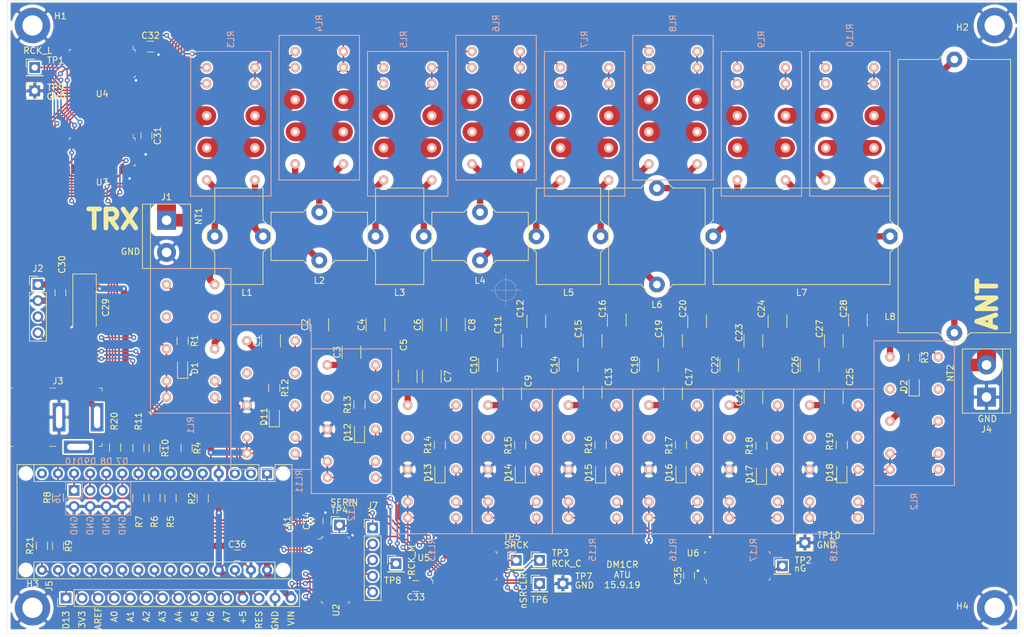
<source format=kicad_pcb>
(kicad_pcb (version 20171130) (host pcbnew "(5.1.4)-1")
  (title_block (title ATU) (date 2019-09-15) (rev 0) (company "designed by DM1CR"))
  (layers (0 F.Cu signal) (31 B.Cu signal) (34 B.Paste user) (35 F.Paste user) (36 B.SilkS user) (37 F.SilkS user) (38 B.Mask user) (39 F.Mask user) (44 Edge.Cuts user))
  (net 0 "")
  (net 1 /TX)
  (net 2 "Net-(A1-Pad17)")
  (net 3 /RX)
  (net 4 "Net-(A1-Pad18)")
  (net 5 "Net-(A1-Pad3)")
  (net 6 "Net-(A1-Pad19)")
  (net 7 GND)
  (net 8 "Net-(A1-Pad20)")
  (net 9 /RCK_M_CPU)
  (net 10 "Net-(A1-Pad21)")
  (net 11 /RCK_L_CPU)
  (net 12 "Net-(A1-Pad22)")
  (net 13 /RCK_C_CPU)
  (net 14 "Net-(A1-Pad23)")
  (net 15 /nSRCLR_CPU)
  (net 16 "Net-(A1-Pad24)")
  (net 17 "Net-(A1-Pad25)")
  (net 18 "Net-(A1-Pad26)")
  (net 19 +5V)
  (net 20 /VIN)
  (net 21 "Net-(C1-Pad1)")
  (net 22 "Net-(C1-Pad2)")
  (net 23 /Csektion/Cx)
  (net 24 "Net-(C3-Pad1)")
  (net 25 "Net-(C3-Pad2)")
  (net 26 "Net-(C5-Pad1)")
  (net 27 "Net-(C5-Pad2)")
  (net 28 "Net-(C9-Pad1)")
  (net 29 "Net-(C10-Pad1)")
  (net 30 "Net-(C10-Pad2)")
  (net 31 "Net-(C11-Pad2)")
  (net 32 "Net-(C13-Pad1)")
  (net 33 "Net-(C13-Pad2)")
  (net 34 "Net-(C14-Pad2)")
  (net 35 "Net-(C15-Pad2)")
  (net 36 "Net-(C17-Pad1)")
  (net 37 "Net-(C17-Pad2)")
  (net 38 "Net-(C18-Pad2)")
  (net 39 "Net-(C19-Pad2)")
  (net 40 "Net-(C21-Pad1)")
  (net 41 "Net-(C21-Pad2)")
  (net 42 "Net-(C22-Pad2)")
  (net 43 "Net-(C23-Pad2)")
  (net 44 "Net-(C25-Pad1)")
  (net 45 "Net-(C25-Pad2)")
  (net 46 "Net-(C26-Pad2)")
  (net 47 "Net-(C27-Pad2)")
  (net 48 "Net-(D1-Pad2)")
  (net 49 "Net-(D2-Pad2)")
  (net 50 "Net-(D11-Pad2)")
  (net 51 "Net-(D12-Pad2)")
  (net 52 "Net-(D13-Pad2)")
  (net 53 "Net-(D14-Pad2)")
  (net 54 "Net-(D15-Pad2)")
  (net 55 "Net-(D16-Pad2)")
  (net 56 "Net-(D17-Pad2)")
  (net 57 "Net-(D18-Pad2)")
  (net 58 /Lsektion/TRX)
  (net 59 "Net-(J3-Pad3)")
  (net 60 /Lsektion/ANT)
  (net 61 "Net-(L1-Pad1)")
  (net 62 "Net-(L2-Pad1)")
  (net 63 "Net-(L3-Pad1)")
  (net 64 "Net-(L4-Pad1)")
  (net 65 "Net-(L5-Pad1)")
  (net 66 "Net-(L6-Pad1)")
  (net 67 "Net-(L7-Pad1)")
  (net 68 /L_CI)
  (net 69 /L_CA)
  (net 70 /Csektion/L1+)
  (net 71 /Csektion/L2+)
  (net 72 /Csektion/L3+)
  (net 73 /Csektion/L4+)
  (net 74 /Csektion/L5+)
  (net 75 /Csektion/L6+)
  (net 76 /Csektion/L7+)
  (net 77 /Csektion/L8+)
  (net 78 "Net-(RL1-Pad6)")
  (net 79 "Net-(RL1-Pad11)")
  (net 80 /CI_R)
  (net 81 /CI_S)
  (net 82 "Net-(RL2-Pad6)")
  (net 83 "Net-(RL2-Pad11)")
  (net 84 /CA_R)
  (net 85 /CA_S)
  (net 86 "Net-(RL3-Pad15)")
  (net 87 "Net-(RL3-Pad16)")
  (net 88 "Net-(RL4-Pad15)")
  (net 89 "Net-(RL4-Pad16)")
  (net 90 "Net-(RL5-Pad15)")
  (net 91 "Net-(RL5-Pad16)")
  (net 92 "Net-(RL6-Pad15)")
  (net 93 "Net-(RL6-Pad16)")
  (net 94 "Net-(RL7-Pad15)")
  (net 95 "Net-(RL7-Pad16)")
  (net 96 "Net-(RL8-Pad15)")
  (net 97 "Net-(RL8-Pad16)")
  (net 98 "Net-(RL9-Pad15)")
  (net 99 "Net-(RL9-Pad16)")
  (net 100 "Net-(RL10-Pad15)")
  (net 101 "Net-(RL10-Pad16)")
  (net 102 "Net-(RL11-Pad6)")
  (net 103 "Net-(RL11-Pad11)")
  (net 104 "Net-(RL11-Pad15)")
  (net 105 "Net-(RL11-Pad16)")
  (net 106 "Net-(RL12-Pad6)")
  (net 107 "Net-(RL12-Pad11)")
  (net 108 "Net-(RL12-Pad15)")
  (net 109 "Net-(RL12-Pad16)")
  (net 110 "Net-(RL13-Pad6)")
  (net 111 "Net-(RL13-Pad11)")
  (net 112 "Net-(RL13-Pad15)")
  (net 113 "Net-(RL13-Pad16)")
  (net 114 "Net-(RL14-Pad6)")
  (net 115 "Net-(RL14-Pad11)")
  (net 116 "Net-(RL14-Pad15)")
  (net 117 "Net-(RL14-Pad16)")
  (net 118 "Net-(RL15-Pad6)")
  (net 119 "Net-(RL15-Pad11)")
  (net 120 "Net-(RL15-Pad15)")
  (net 121 "Net-(RL15-Pad16)")
  (net 122 "Net-(RL16-Pad6)")
  (net 123 "Net-(RL16-Pad11)")
  (net 124 "Net-(RL16-Pad15)")
  (net 125 "Net-(RL16-Pad16)")
  (net 126 "Net-(RL17-Pad6)")
  (net 127 "Net-(RL17-Pad11)")
  (net 128 "Net-(RL17-Pad15)")
  (net 129 "Net-(RL17-Pad16)")
  (net 130 "Net-(RL18-Pad6)")
  (net 131 "Net-(RL18-Pad11)")
  (net 132 "Net-(RL18-Pad15)")
  (net 133 "Net-(RL18-Pad16)")
  (net 134 /nG)
  (net 135 /RCK_M)
  (net 136 /RCK_L)
  (net 137 /RCK_C)
  (net 138 /nSRCLR)
  (net 139 /SRCK)
  (net 140 /SERIN)
  (net 141 "Net-(U2-Pad9)")
  (net 142 "Net-(U3-Pad9)")
  (net 143 /Lsektion/SEROUT)
  (net 144 "Net-(U5-Pad9)")
  (net 145 /Csektion/SEROUT)
  (net 146 "Net-(L1-Pad2)")
  (net 147 "Net-(L2-Pad2)")
  (net 148 "Net-(L3-Pad2)")
  (net 149 "Net-(L4-Pad2)")
  (net 150 "Net-(L5-Pad2)")
  (net 151 "Net-(L6-Pad2)")
  (net 152 "Net-(L7-Pad2)")
  (net 153 "Net-(L8-Pad2)")
  (net 154 "Net-(L8-Pad1)")
  (net 155 /nG_CPU)
  (net 156 /nSRCLR_L)
  (net 157 /nG_L)
  (net 158 /SERIN_L)
  (net 159 /SRCK_L)
  (net 160 /MOSI_CPU)
  (net 161 /MISO_CPU)
  (net 162 /SCK_CPU)
  (net 163 /Lsektion/TX2)
  (net 164 /Lsektion/TX3)
  (net 165 /Lsektion/TX4)
  (net 166 /Lsektion/TX5)
  (net 167 /Lsektion/TX6)
  (net 168 /Lsektion/TX7)
  (net 169 /Lsektion/TX8)
  (net 170 /Lsektion/TX02)
  (net 171 /Lsektion/TX23)
  (net 172 /Lsektion/TX34)
  (net 173 /Lsektion/TX45)
  (net 174 /Lsektion/TX56)
  (net 175 /Lsektion/TX67)
  (net 176 /Lsektion/TX78)
  (net 177 /Lsektion/TX8ANT)
  (net 178 /TXCCPL)
  (net 179 /ANTCCPL)
  (net 180 /RESET)
  (net 181 /D7)
  (net 182 /D8)
  (net 183 /D9)
  (net 184 /D10)
  (net 185 "Net-(J7-Pad5)")
  (net 186 "Net-(J7-Pad4)")
  (net 187 "Net-(J7-Pad3)")
  (net 188 "Net-(J7-Pad2)")
  (module libs:PinHeader_1x01_P2.54mm_Vertical (layer F.Cu) (at 191.008 115.697)
    (fp_text reference TP10 (at 3.81 -1.143) (layer F.SilkS))
    (fp_text value TestPoint)
    (pad 1 thru_hole rect (at 0 0) (size 1.7 1.7) (drill 1) (layers *.Cu *.Mask) (net 7 GND))
  )
  (module libs:PinHeader_1x01_P2.54mm_Vertical (layer F.Cu) (at 69.342 44.323)
    (fp_text reference TP9 (at 3.302 -0.508) (layer F.SilkS))
    (fp_text value TestPoint)
    (pad 1 thru_hole rect (at 0 0) (size 1.7 1.7) (drill 1) (layers *.Cu *.Mask) (net 7 GND))
  )
  (module libs:PinHeader_1x01_P2.54mm_Vertical (layer F.Cu) (at 126.4158 119.0244)
    (fp_text reference TP8 (at -0.508 2.667) (layer F.SilkS))
    (fp_text value TestPoint)
    (pad 1 thru_hole rect (at 0 0) (size 1.7 1.7) (drill 1) (layers *.Cu *.Mask) (net 135 /RCK_M))
  )
  (module libs:PinHeader_1x01_P2.54mm_Vertical (layer F.Cu) (at 152.781 122.174)
    (fp_text reference TP7 (at 3.302 -1.143) (layer F.SilkS))
    (fp_text value TestPoint)
    (pad 1 thru_hole rect (at 0 0) (size 1.7 1.7) (drill 1) (layers *.Cu *.Mask) (net 7 GND))
  )
  (module libs:PinHeader_1x01_P2.54mm_Vertical (layer F.Cu) (at 149.098 122.174)
    (fp_text reference TP6 (at 0 2.54) (layer F.SilkS))
    (fp_text value TestPoint)
    (pad 1 thru_hole rect (at 0 0) (size 1.7 1.7) (drill 1) (layers *.Cu *.Mask) (net 138 /nSRCLR))
  )
  (module libs:PinHeader_1x01_P2.54mm_Vertical (layer F.Cu) (at 145.415 118.491)
    (fp_text reference TP5 (at -0.635 -3.683) (layer F.SilkS))
    (fp_text value TestPoint)
    (pad 1 thru_hole rect (at 0 0) (size 1.7 1.7) (drill 1) (layers *.Cu *.Mask) (net 139 /SRCK))
  )
  (module libs:PinHeader_1x01_P2.54mm_Vertical (layer F.Cu) (at 117.5004 112.9284)
    (fp_text reference TP4 (at 0 -2.33) (layer F.SilkS))
    (fp_text value TestPoint)
    (pad 1 thru_hole rect (at 0 0) (size 1.7 1.7) (drill 1) (layers *.Cu *.Mask) (net 140 /SERIN))
  )
  (module libs:PinHeader_1x01_P2.54mm_Vertical (layer F.Cu) (at 149.098 118.491)
    (fp_text reference TP3 (at 3.302 -1.143) (layer F.SilkS))
    (fp_text value TestPoint)
    (pad 1 thru_hole rect (at 0 0) (size 1.7 1.7) (drill 1) (layers *.Cu *.Mask) (net 137 /RCK_C))
  )
  (module libs:PinHeader_1x01_P2.54mm_Vertical (layer F.Cu) (at 187.452 119.38)
    (fp_text reference TP2 (at 3.302 -0.889) (layer F.SilkS))
    (fp_text value TestPoint)
    (pad 1 thru_hole rect (at 0 0) (size 1.7 1.7) (drill 1) (layers *.Cu *.Mask) (net 134 /nG))
  )
  (module libs:PinHeader_1x01_P2.54mm_Vertical (layer F.Cu) (at 69.342 40.64)
    (fp_text reference TP1 (at 3.302 -1.143) (layer F.SilkS))
    (fp_text value TestPoint)
    (pad 1 thru_hole rect (at 0 0) (size 1.7 1.7) (drill 1) (layers *.Cu *.Mask) (net 136 /RCK_L))
  )
  (module libs:PinHeader_1x05_P2.54mm_Vertical (layer F.Cu) (at 122.7328 113.3602)
    (fp_text reference J7 (at 0 -3.5052) (layer F.SilkS))
    (fp_text value Conn_01x05)
    (pad 5 thru_hole oval (at 0 10.16) (size 1.7 1.7) (drill 1) (layers *.Cu *.Mask) (net 185 "Net-(J7-Pad5)"))
    (pad 4 thru_hole oval (at 0 7.62) (size 1.7 1.7) (drill 1) (layers *.Cu *.Mask) (net 186 "Net-(J7-Pad4)"))
    (pad 3 thru_hole oval (at 0 5.08) (size 1.7 1.7) (drill 1) (layers *.Cu *.Mask) (net 187 "Net-(J7-Pad3)"))
    (pad 2 thru_hole oval (at 0 2.54) (size 1.7 1.7) (drill 1) (layers *.Cu *.Mask) (net 188 "Net-(J7-Pad2)"))
    (pad 1 thru_hole rect (at 0 0) (size 1.7 1.7) (drill 1) (layers *.Cu *.Mask) (net 19 +5V))
  )
  (module libs:PinHeader_2x04_P2.54mm_Vertical (layer B.Cu) (at 75.565 107.442 270)
    (fp_text reference J6 (at 1.27 2.667 90) (layer B.SilkS) (effects (justify mirror)))
    (fp_text value Conn_02x04_Odd_Even)
    (pad 8 thru_hole oval (at 2.54 -7.62 270) (size 1.7 1.7) (drill 1) (layers *.Cu *.Mask) (net 7 GND))
    (pad 7 thru_hole oval (at 0 -7.62 270) (size 1.7 1.7) (drill 1) (layers *.Cu *.Mask) (net 181 /D7))
    (pad 6 thru_hole oval (at 2.54 -5.08 270) (size 1.7 1.7) (drill 1) (layers *.Cu *.Mask) (net 7 GND))
    (pad 5 thru_hole oval (at 0 -5.08 270) (size 1.7 1.7) (drill 1) (layers *.Cu *.Mask) (net 182 /D8))
    (pad 4 thru_hole oval (at 2.54 -2.54 270) (size 1.7 1.7) (drill 1) (layers *.Cu *.Mask) (net 7 GND))
    (pad 3 thru_hole oval (at 0 -2.54 270) (size 1.7 1.7) (drill 1) (layers *.Cu *.Mask) (net 183 /D9))
    (pad 2 thru_hole oval (at 2.54 0 270) (size 1.7 1.7) (drill 1) (layers *.Cu *.Mask) (net 7 GND))
    (pad 1 thru_hole rect (at 0 0 270) (size 1.7 1.7) (drill 1) (layers *.Cu *.Mask) (net 184 /D10))
  )
  (module libs:PinHeader_1x15_P2.54mm_Vertical (layer F.Cu) (at 74.295 124.46 90)
    (fp_text reference J5 (at 1.905 -2.667 90) (layer F.SilkS))
    (fp_text value Conn_01x15)
    (pad 15 thru_hole oval (at 0 35.56 90) (size 1.7 1.7) (drill 1) (layers *.Cu *.Mask) (net 20 /VIN))
    (pad 14 thru_hole oval (at 0 33.02 90) (size 1.7 1.7) (drill 1) (layers *.Cu *.Mask) (net 7 GND))
    (pad 13 thru_hole oval (at 0 30.48 90) (size 1.7 1.7) (drill 1) (layers *.Cu *.Mask) (net 180 /RESET))
    (pad 12 thru_hole oval (at 0 27.94 90) (size 1.7 1.7) (drill 1) (layers *.Cu *.Mask) (net 19 +5V))
    (pad 11 thru_hole oval (at 0 25.4 90) (size 1.7 1.7) (drill 1) (layers *.Cu *.Mask) (net 18 "Net-(A1-Pad26)"))
    (pad 10 thru_hole oval (at 0 22.86 90) (size 1.7 1.7) (drill 1) (layers *.Cu *.Mask) (net 17 "Net-(A1-Pad25)"))
    (pad 9 thru_hole oval (at 0 20.32 90) (size 1.7 1.7) (drill 1) (layers *.Cu *.Mask) (net 16 "Net-(A1-Pad24)"))
    (pad 8 thru_hole oval (at 0 17.78 90) (size 1.7 1.7) (drill 1) (layers *.Cu *.Mask) (net 14 "Net-(A1-Pad23)"))
    (pad 7 thru_hole oval (at 0 15.24 90) (size 1.7 1.7) (drill 1) (layers *.Cu *.Mask) (net 12 "Net-(A1-Pad22)"))
    (pad 6 thru_hole oval (at 0 12.7 90) (size 1.7 1.7) (drill 1) (layers *.Cu *.Mask) (net 10 "Net-(A1-Pad21)"))
    (pad 5 thru_hole oval (at 0 10.16 90) (size 1.7 1.7) (drill 1) (layers *.Cu *.Mask) (net 8 "Net-(A1-Pad20)"))
    (pad 4 thru_hole oval (at 0 7.62 90) (size 1.7 1.7) (drill 1) (layers *.Cu *.Mask) (net 6 "Net-(A1-Pad19)"))
    (pad 3 thru_hole oval (at 0 5.08 90) (size 1.7 1.7) (drill 1) (layers *.Cu *.Mask) (net 4 "Net-(A1-Pad18)"))
    (pad 2 thru_hole oval (at 0 2.54 90) (size 1.7 1.7) (drill 1) (layers *.Cu *.Mask) (net 2 "Net-(A1-Pad17)"))
    (pad 1 thru_hole rect (at 0 0 90) (size 1.7 1.7) (drill 1) (layers *.Cu *.Mask) (net 162 /SCK_CPU))
  )
  (module HFD2-L2:HFD2-L2 (layer B.Cu) (at 106.68 92.71 90)
    (fp_text reference RL11 (at -13.335 4.445 270) (layer B.SilkS) (effects (justify mirror)))
    (fp_text value HFD2-L2)
    (pad 1 thru_hole circle (at -8.89 -3.81 90) (size 1.524 1.524) (drill 0.762) (layers *.Cu *.Mask B.SilkS) (net 19 +5V))
    (pad 2 thru_hole circle (at -6.35 -3.81 90) (size 1.524 1.524) (drill 0.762) (layers *.Cu *.Mask B.SilkS) (net 19 +5V))
    (pad 4 thru_hole circle (at -1.27 -3.81 90) (size 1.524 1.524) (drill 0.762) (layers *.Cu *.Mask B.SilkS) (net 7 GND))
    (pad 6 thru_hole circle (at 3.81 -3.81 90) (size 1.524 1.524) (drill 0.762) (layers *.Cu *.Mask B.SilkS) (net 102 "Net-(RL11-Pad6)"))
    (pad 8 thru_hole circle (at 8.89 -3.81 90) (size 1.524 1.524) (drill 0.762) (layers *.Cu *.Mask B.SilkS) (net 21 "Net-(C1-Pad1)"))
    (pad 9 thru_hole circle (at 8.89 3.81 90) (size 1.524 1.524) (drill 0.762) (layers *.Cu *.Mask B.SilkS) (net 70 /Csektion/L1+))
    (pad 11 thru_hole circle (at 3.81 3.81 90) (size 1.524 1.524) (drill 0.762) (layers *.Cu *.Mask B.SilkS) (net 103 "Net-(RL11-Pad11)"))
    (pad 13 thru_hole circle (at -1.27 3.81 90) (size 1.524 1.524) (drill 0.762) (layers *.Cu *.Mask B.SilkS) (net 19 +5V))
    (pad 15 thru_hole circle (at -6.35 3.81 90) (size 1.524 1.524) (drill 0.762) (layers *.Cu *.Mask B.SilkS) (net 104 "Net-(RL11-Pad15)"))
    (pad 16 thru_hole circle (at -8.89 3.81 90) (size 1.524 1.524) (drill 0.762) (layers *.Cu *.Mask B.SilkS) (net 105 "Net-(RL11-Pad16)"))
  )
  (module HFD2-L2:HFD2-L2 (layer B.Cu) (at 170.18 46.99 270)
    (fp_text reference RL8 (at -13.335 0.01 270) (layer B.SilkS) (effects (justify mirror)))
    (fp_text value HFD2-L2)
    (pad 1 thru_hole circle (at -8.89 -3.81 270) (size 1.524 1.524) (drill 0.762) (layers *.Cu *.Mask B.SilkS) (net 19 +5V))
    (pad 2 thru_hole circle (at -6.35 -3.81 270) (size 1.524 1.524) (drill 0.762) (layers *.Cu *.Mask B.SilkS) (net 19 +5V))
    (pad 4 thru_hole circle (at -1.27 -3.81 270) (size 1.524 1.524) (drill 0.762) (layers *.Cu *.Mask B.SilkS) (net 168 /Lsektion/TX7))
    (pad 6 thru_hole circle (at 3.81 -3.81 270) (size 1.524 1.524) (drill 0.762) (layers *.Cu *.Mask B.SilkS) (net 175 /Lsektion/TX67))
    (pad 8 thru_hole circle (at 8.89 -3.81 270) (size 1.524 1.524) (drill 0.762) (layers *.Cu *.Mask B.SilkS) (net 66 "Net-(L6-Pad1)"))
    (pad 9 thru_hole circle (at 8.89 3.81 270) (size 1.524 1.524) (drill 0.762) (layers *.Cu *.Mask B.SilkS) (net 151 "Net-(L6-Pad2)"))
    (pad 11 thru_hole circle (at 3.81 3.81 270) (size 1.524 1.524) (drill 0.762) (layers *.Cu *.Mask B.SilkS) (net 175 /Lsektion/TX67))
    (pad 13 thru_hole circle (at -1.27 3.81 270) (size 1.524 1.524) (drill 0.762) (layers *.Cu *.Mask B.SilkS) (net 167 /Lsektion/TX6))
    (pad 15 thru_hole circle (at -6.35 3.81 270) (size 1.524 1.524) (drill 0.762) (layers *.Cu *.Mask B.SilkS) (net 96 "Net-(RL8-Pad15)"))
    (pad 16 thru_hole circle (at -8.89 3.81 270) (size 1.524 1.524) (drill 0.762) (layers *.Cu *.Mask B.SilkS) (net 97 "Net-(RL8-Pad16)"))
  )
  (module ATU_0:Aircoil_7_62_d15 (layer F.Cu) (at 127 67.31 270)
    (fp_text reference L3 (at 8.89 0 180) (layer F.SilkS))
    (fp_text value 0.24uH)
    (pad 2 thru_hole circle (at 0 3.81 270) (size 2.5 2.5) (drill 1.2) (layers *.Cu *.Mask) (net 148 "Net-(L3-Pad2)"))
    (pad 1 thru_hole circle (at 0 -3.81 270) (size 2.5 2.5) (drill 1.2) (layers *.Cu *.Mask) (net 63 "Net-(L3-Pad1)"))
  )
  (module Resistors_SMD:R_0805_HandSoldering (layer F.Cu) (at 70.485 116.2012 270)
    (fp_text reference R21 (at -0.047 1.905 90) (layer F.SilkS))
    (fp_text value 33R)
    (pad 1 smd rect (at -1.35 0 270) (size 1.5 1.3) (layers F.Cu F.Paste F.Mask) (net 159 /SRCK_L))
    (pad 2 smd rect (at 1.35 0 270) (size 1.5 1.3) (layers F.Cu F.Paste F.Mask) (net 162 /SCK_CPU))
  )
  (module Resistors_SMD:R_0805_HandSoldering (layer F.Cu) (at 82.042 100.664 270)
    (fp_text reference R20 (at -4.144 0.127 90) (layer F.SilkS))
    (fp_text value 33R)
    (pad 1 smd rect (at -1.35 0 270) (size 1.5 1.3) (layers F.Cu F.Paste F.Mask) (net 158 /SERIN_L))
    (pad 2 smd rect (at 1.35 0 270) (size 1.5 1.3) (layers F.Cu F.Paste F.Mask) (net 160 /MOSI_CPU))
  )
  (module Resistors_SMD:R_0805_HandSoldering (layer F.Cu) (at 85.725 100.758 270)
    (fp_text reference R11 (at -4.238 0 90) (layer F.SilkS))
    (fp_text value 33R)
    (pad 1 smd rect (at -1.35 0 270) (size 1.5 1.3) (layers F.Cu F.Paste F.Mask) (net 157 /nG_L))
    (pad 2 smd rect (at 1.35 0 270) (size 1.5 1.3) (layers F.Cu F.Paste F.Mask) (net 155 /nG_CPU))
  )
  (module Resistors_SMD:R_0805_HandSoldering (layer F.Cu) (at 88.265 100.758 270)
    (fp_text reference R10 (at 0 -1.7 90) (layer F.SilkS))
    (fp_text value 33R)
    (pad 1 smd rect (at -1.35 0 270) (size 1.5 1.3) (layers F.Cu F.Paste F.Mask) (net 156 /nSRCLR_L))
    (pad 2 smd rect (at 1.35 0 270) (size 1.5 1.3) (layers F.Cu F.Paste F.Mask) (net 15 /nSRCLR_CPU))
  )
  (module digikey-footprints:SOIC-16_W3.90mm (layer F.Cu) (at 80.01 40.005 180)
    (fp_text reference U4 (at 0 -4.8) (layer F.SilkS))
    (fp_text value TPIC6C596)
    (pad 16 smd rect (at -4.445 -2.7 180) (size 0.6 1.55) (layers F.Cu F.Paste F.Mask) (net 7 GND))
    (pad 15 smd rect (at -3.175 -2.7 180) (size 0.6 1.55) (layers F.Cu F.Paste F.Mask) (net 159 /SRCK_L))
    (pad 14 smd rect (at -1.905 -2.7 180) (size 0.6 1.55) (layers F.Cu F.Paste F.Mask) (net 101 "Net-(RL10-Pad16)"))
    (pad 13 smd rect (at -0.635 -2.7 180) (size 0.6 1.55) (layers F.Cu F.Paste F.Mask) (net 100 "Net-(RL10-Pad15)"))
    (pad 12 smd rect (at 0.635 -2.7 180) (size 0.6 1.55) (layers F.Cu F.Paste F.Mask) (net 99 "Net-(RL9-Pad16)"))
    (pad 11 smd rect (at 1.905 -2.7 180) (size 0.6 1.55) (layers F.Cu F.Paste F.Mask) (net 98 "Net-(RL9-Pad15)"))
    (pad 10 smd rect (at 3.175 -2.7 180) (size 0.6 1.55) (layers F.Cu F.Paste F.Mask) (net 136 /RCK_L))
    (pad 9 smd rect (at 4.445 -2.7 180) (size 0.6 1.55) (layers F.Cu F.Paste F.Mask) (net 143 /Lsektion/SEROUT))
    (pad 8 smd rect (at 4.445 2.7 180) (size 0.6 1.55) (layers F.Cu F.Paste F.Mask) (net 157 /nG_L))
    (pad 7 smd rect (at 3.175 2.7 180) (size 0.6 1.55) (layers F.Cu F.Paste F.Mask) (net 156 /nSRCLR_L))
    (pad 6 smd rect (at 1.905 2.7 180) (size 0.6 1.55) (layers F.Cu F.Paste F.Mask) (net 97 "Net-(RL8-Pad16)"))
    (pad 5 smd rect (at 0.635 2.7 180) (size 0.6 1.55) (layers F.Cu F.Paste F.Mask) (net 96 "Net-(RL8-Pad15)"))
    (pad 4 smd rect (at -0.635 2.7 180) (size 0.6 1.55) (layers F.Cu F.Paste F.Mask) (net 95 "Net-(RL7-Pad16)"))
    (pad 3 smd rect (at -1.905 2.7 180) (size 0.6 1.55) (layers F.Cu F.Paste F.Mask) (net 94 "Net-(RL7-Pad15)"))
    (pad 2 smd rect (at -3.175 2.7 180) (size 0.6 1.55) (layers F.Cu F.Paste F.Mask) (net 142 "Net-(U3-Pad9)"))
    (pad 1 smd rect (at -4.445 2.7 180) (size 0.6 1.55) (layers F.Cu F.Paste F.Mask) (net 19 +5V))
  )
  (module Mounting_Holes:MountingHole_3.2mm_M3_DIN965_Pad (layer F.Cu) (at 221 126)
    (fp_text reference H4 (at -5.1 -0.27) (layer F.SilkS))
    (fp_text value 3.2)
    (pad 1 thru_hole circle (at 0 0) (size 5.6 5.6) (drill 3.2) (layers *.Cu *.Mask) (net 7 GND))
  )
  (module Mounting_Holes:MountingHole_3.2mm_M3_DIN965_Pad (layer F.Cu) (at 69 126)
    (fp_text reference H3 (at 0 -3.8) (layer F.SilkS))
    (fp_text value 3.2)
    (pad 1 thru_hole circle (at 0 0) (size 5.6 5.6) (drill 3.2) (layers *.Cu *.Mask) (net 7 GND))
  )
  (module Mounting_Holes:MountingHole_3.2mm_M3_DIN965_Pad (layer F.Cu) (at 221 34)
    (fp_text reference H2 (at -5.1 0.29) (layer F.SilkS))
    (fp_text value 3.2)
    (pad 1 thru_hole circle (at 0 0) (size 5.6 5.6) (drill 3.2) (layers *.Cu *.Mask) (net 7 GND))
  )
  (module Mounting_Holes:MountingHole_3.2mm_M3_DIN965_Pad (layer F.Cu) (at 69 34)
    (fp_text reference H1 (at 4.406 -1.488) (layer F.SilkS))
    (fp_text value 3.2)
    (pad 1 thru_hole circle (at 0 0) (size 5.6 5.6) (drill 3.2) (layers *.Cu *.Mask) (net 7 GND))
  )
  (module Resistors_SMD:R_0805_HandSoldering (layer F.Cu) (at 73.025 116.2266 270)
    (fp_text reference R9 (at 0 -1.7 90) (layer F.SilkS))
    (fp_text value 33R)
    (pad 1 smd rect (at -1.35 0 270) (size 1.5 1.3) (layers F.Cu F.Paste F.Mask) (net 139 /SRCK))
    (pad 2 smd rect (at 1.35 0 270) (size 1.5 1.3) (layers F.Cu F.Paste F.Mask) (net 162 /SCK_CPU))
  )
  (module Resistors_SMD:R_0805_HandSoldering (layer F.Cu) (at 73.025 108.585 90)
    (fp_text reference R8 (at 0 -1.7 90) (layer F.SilkS))
    (fp_text value 33R)
    (pad 1 smd rect (at -1.35 0 90) (size 1.5 1.3) (layers F.Cu F.Paste F.Mask) (net 140 /SERIN))
    (pad 2 smd rect (at 1.35 0 90) (size 1.5 1.3) (layers F.Cu F.Paste F.Mask) (net 160 /MOSI_CPU))
  )
  (module Resistors_SMD:R_0805_HandSoldering (layer F.Cu) (at 85.725 108.632 90)
    (fp_text reference R7 (at -3.763 0.127 90) (layer F.SilkS))
    (fp_text value 33R)
    (pad 1 smd rect (at -1.35 0 90) (size 1.5 1.3) (layers F.Cu F.Paste F.Mask) (net 134 /nG))
    (pad 2 smd rect (at 1.35 0 90) (size 1.5 1.3) (layers F.Cu F.Paste F.Mask) (net 155 /nG_CPU))
  )
  (module Resistors_SMD:R_0805_HandSoldering (layer F.Cu) (at 88.265 108.632 90)
    (fp_text reference R6 (at -3.763 0 90) (layer F.SilkS))
    (fp_text value 33R)
    (pad 1 smd rect (at -1.35 0 90) (size 1.5 1.3) (layers F.Cu F.Paste F.Mask) (net 138 /nSRCLR))
    (pad 2 smd rect (at 1.35 0 90) (size 1.5 1.3) (layers F.Cu F.Paste F.Mask) (net 15 /nSRCLR_CPU))
  )
  (module Resistors_SMD:R_0805_HandSoldering (layer F.Cu) (at 90.805 108.712 90)
    (fp_text reference R5 (at -3.683 0 90) (layer F.SilkS))
    (fp_text value 33R)
    (pad 1 smd rect (at -1.35 0 90) (size 1.5 1.3) (layers F.Cu F.Paste F.Mask) (net 137 /RCK_C))
    (pad 2 smd rect (at 1.35 0 90) (size 1.5 1.3) (layers F.Cu F.Paste F.Mask) (net 13 /RCK_C_CPU))
  )
  (module Resistors_SMD:R_0805_HandSoldering (layer F.Cu) (at 93.345 100.758 270)
    (fp_text reference R4 (at 0 -1.7 90) (layer F.SilkS))
    (fp_text value 33R)
    (pad 1 smd rect (at -1.35 0 270) (size 1.5 1.3) (layers F.Cu F.Paste F.Mask) (net 136 /RCK_L))
    (pad 2 smd rect (at 1.35 0 270) (size 1.5 1.3) (layers F.Cu F.Paste F.Mask) (net 11 /RCK_L_CPU))
  )
  (module digikey-footprints:Barrel_Jack_5.5mmODx2.1mmID_PJ-202A (layer F.Cu) (at 76.2 95.885 90)
    (fp_text reference J3 (at 5.715 -3.175 180) (layer F.SilkS))
    (fp_text value Barrel_Jack_Switch)
    (pad 2 thru_hole rect (at 0 -3 90) (size 4.5 2) (drill oval 3.5 1) (layers *.Cu *.Mask) (net 7 GND))
    (pad 1 thru_hole rect (at 0 3 90) (size 4.5 2) (drill oval 3.5 1) (layers *.Cu *.Mask) (net 20 /VIN))
    (pad 3 thru_hole rect (at -4.7 0 90) (size 2 4.5) (drill oval 1 3.5) (layers *.Cu *.Mask) (net 59 "Net-(J3-Pad3)"))
  )
  (module ATU_0:Aircoil_27_94_d15 (layer F.Cu) (at 190.5 67.31 270)
    (fp_text reference L7 (at 8.89 0 180) (layer F.SilkS))
    (fp_text value 3.6uH)
    (pad 2 thru_hole circle (at 0 13.97 270) (size 2.5 2.5) (drill 1.2) (layers *.Cu *.Mask) (net 152 "Net-(L7-Pad2)"))
    (pad 1 thru_hole circle (at 0 -13.97 270) (size 2.5 2.5) (drill 1.2) (layers *.Cu *.Mask) (net 67 "Net-(L7-Pad1)"))
  )
  (module ATU_0:Aircoil_43_18_d17 (layer F.Cu) (at 214.63 60.96 180)
    (fp_text reference L8 (at 10.16 -19.05) (layer F.SilkS))
    (fp_text value 7.2uH)
    (pad 2 thru_hole circle (at 0 21.59 180) (size 2.5 2.5) (drill 1.2) (layers *.Cu *.Mask) (net 153 "Net-(L8-Pad2)"))
    (pad 1 thru_hole circle (at 0 -21.59 180) (size 2.5 2.5) (drill 1.2) (layers *.Cu *.Mask) (net 154 "Net-(L8-Pad1)"))
  )
  (module ATU_0:Aircoil_15_24_d15 (layer F.Cu) (at 167.64 67.31)
    (fp_text reference L6 (at 0 10.795) (layer F.SilkS))
    (fp_text value 1.8uH)
    (pad 2 thru_hole circle (at 0 7.62) (size 2.5 2.5) (drill 1.2) (layers *.Cu *.Mask) (net 151 "Net-(L6-Pad2)"))
    (pad 1 thru_hole circle (at 0 -7.62) (size 2.5 2.5) (drill 1.2) (layers *.Cu *.Mask) (net 66 "Net-(L6-Pad1)"))
  )
  (module ATU_0:Aircoil_10_16_d15 (layer F.Cu) (at 153.67 67.31 270)
    (fp_text reference L5 (at 8.89 0 180) (layer F.SilkS))
    (fp_text value 0.96uH)
    (pad 2 thru_hole circle (at 0 5.08 270) (size 2.5 2.5) (drill 1.2) (layers *.Cu *.Mask) (net 150 "Net-(L5-Pad2)"))
    (pad 1 thru_hole circle (at 0 -5.08 270) (size 2.5 2.5) (drill 1.2) (layers *.Cu *.Mask) (net 65 "Net-(L5-Pad1)"))
  )
  (module ATU_0:Aircoil_7_62_d15 (layer F.Cu) (at 139.7 67.31 180)
    (fp_text reference L4 (at 0 -6.985) (layer F.SilkS))
    (fp_text value 0.48uH)
    (pad 2 thru_hole circle (at 0 3.81 180) (size 2.5 2.5) (drill 1.2) (layers *.Cu *.Mask) (net 149 "Net-(L4-Pad2)"))
    (pad 1 thru_hole circle (at 0 -3.81 180) (size 2.5 2.5) (drill 1.2) (layers *.Cu *.Mask) (net 64 "Net-(L4-Pad1)"))
  )
  (module ATU_0:Aircoil_7_62_d15 (layer F.Cu) (at 114.3 67.31)
    (fp_text reference L2 (at 0 6.985) (layer F.SilkS))
    (fp_text value 0.12uH)
    (pad 2 thru_hole circle (at 0 3.81) (size 2.5 2.5) (drill 1.2) (layers *.Cu *.Mask) (net 147 "Net-(L2-Pad2)"))
    (pad 1 thru_hole circle (at 0 -3.81) (size 2.5 2.5) (drill 1.2) (layers *.Cu *.Mask) (net 62 "Net-(L2-Pad1)"))
  )
  (module ATU_0:Aircoil_7_62_d15 (layer F.Cu) (at 101.6 67.31 270)
    (fp_text reference L1 (at 8.89 -1.27 180) (layer F.SilkS))
    (fp_text value 0.06uH)
    (pad 2 thru_hole circle (at 0 3.81 270) (size 2.5 2.5) (drill 1.2) (layers *.Cu *.Mask) (net 146 "Net-(L1-Pad2)"))
    (pad 1 thru_hole circle (at 0 -3.81 270) (size 2.5 2.5) (drill 1.2) (layers *.Cu *.Mask) (net 61 "Net-(L1-Pad1)"))
  )
  (module digikey-footprints:SOIC-16_W3.90mm (layer F.Cu) (at 180.34 119.38)
    (fp_text reference U6 (at -6.985 -2.032) (layer F.SilkS))
    (fp_text value TPIC6C596)
    (pad 16 smd rect (at -4.445 -2.7) (size 0.6 1.55) (layers F.Cu F.Paste F.Mask) (net 7 GND))
    (pad 15 smd rect (at -3.175 -2.7) (size 0.6 1.55) (layers F.Cu F.Paste F.Mask) (net 139 /SRCK))
    (pad 14 smd rect (at -1.905 -2.7) (size 0.6 1.55) (layers F.Cu F.Paste F.Mask) (net 133 "Net-(RL18-Pad16)"))
    (pad 13 smd rect (at -0.635 -2.7) (size 0.6 1.55) (layers F.Cu F.Paste F.Mask) (net 132 "Net-(RL18-Pad15)"))
    (pad 12 smd rect (at 0.635 -2.7) (size 0.6 1.55) (layers F.Cu F.Paste F.Mask) (net 129 "Net-(RL17-Pad16)"))
    (pad 11 smd rect (at 1.905 -2.7) (size 0.6 1.55) (layers F.Cu F.Paste F.Mask) (net 128 "Net-(RL17-Pad15)"))
    (pad 10 smd rect (at 3.175 -2.7) (size 0.6 1.55) (layers F.Cu F.Paste F.Mask) (net 137 /RCK_C))
    (pad 9 smd rect (at 4.445 -2.7) (size 0.6 1.55) (layers F.Cu F.Paste F.Mask) (net 145 /Csektion/SEROUT))
    (pad 8 smd rect (at 4.445 2.7) (size 0.6 1.55) (layers F.Cu F.Paste F.Mask) (net 134 /nG))
    (pad 7 smd rect (at 3.175 2.7) (size 0.6 1.55) (layers F.Cu F.Paste F.Mask) (net 138 /nSRCLR))
    (pad 6 smd rect (at 1.905 2.7) (size 0.6 1.55) (layers F.Cu F.Paste F.Mask) (net 125 "Net-(RL16-Pad16)"))
    (pad 5 smd rect (at 0.635 2.7) (size 0.6 1.55) (layers F.Cu F.Paste F.Mask) (net 124 "Net-(RL16-Pad15)"))
    (pad 4 smd rect (at -0.635 2.7) (size 0.6 1.55) (layers F.Cu F.Paste F.Mask) (net 121 "Net-(RL15-Pad16)"))
    (pad 3 smd rect (at -1.905 2.7) (size 0.6 1.55) (layers F.Cu F.Paste F.Mask) (net 120 "Net-(RL15-Pad15)"))
    (pad 2 smd rect (at -3.175 2.7) (size 0.6 1.55) (layers F.Cu F.Paste F.Mask) (net 144 "Net-(U5-Pad9)"))
    (pad 1 smd rect (at -4.445 2.7) (size 0.6 1.55) (layers F.Cu F.Paste F.Mask) (net 19 +5V))
  )
  (module digikey-footprints:SOIC-16_W3.90mm (layer F.Cu) (at 137.16 119.38)
    (fp_text reference U5 (at -6.35 -1.27) (layer F.SilkS))
    (fp_text value TPIC6C596)
    (pad 16 smd rect (at -4.445 -2.7) (size 0.6 1.55) (layers F.Cu F.Paste F.Mask) (net 7 GND))
    (pad 15 smd rect (at -3.175 -2.7) (size 0.6 1.55) (layers F.Cu F.Paste F.Mask) (net 139 /SRCK))
    (pad 14 smd rect (at -1.905 -2.7) (size 0.6 1.55) (layers F.Cu F.Paste F.Mask) (net 117 "Net-(RL14-Pad16)"))
    (pad 13 smd rect (at -0.635 -2.7) (size 0.6 1.55) (layers F.Cu F.Paste F.Mask) (net 116 "Net-(RL14-Pad15)"))
    (pad 12 smd rect (at 0.635 -2.7) (size 0.6 1.55) (layers F.Cu F.Paste F.Mask) (net 113 "Net-(RL13-Pad16)"))
    (pad 11 smd rect (at 1.905 -2.7) (size 0.6 1.55) (layers F.Cu F.Paste F.Mask) (net 112 "Net-(RL13-Pad15)"))
    (pad 10 smd rect (at 3.175 -2.7) (size 0.6 1.55) (layers F.Cu F.Paste F.Mask) (net 137 /RCK_C))
    (pad 9 smd rect (at 4.445 -2.7) (size 0.6 1.55) (layers F.Cu F.Paste F.Mask) (net 144 "Net-(U5-Pad9)"))
    (pad 8 smd rect (at 4.445 2.7) (size 0.6 1.55) (layers F.Cu F.Paste F.Mask) (net 134 /nG))
    (pad 7 smd rect (at 3.175 2.7) (size 0.6 1.55) (layers F.Cu F.Paste F.Mask) (net 138 /nSRCLR))
    (pad 6 smd rect (at 1.905 2.7) (size 0.6 1.55) (layers F.Cu F.Paste F.Mask) (net 109 "Net-(RL12-Pad16)"))
    (pad 5 smd rect (at 0.635 2.7) (size 0.6 1.55) (layers F.Cu F.Paste F.Mask) (net 108 "Net-(RL12-Pad15)"))
    (pad 4 smd rect (at -0.635 2.7) (size 0.6 1.55) (layers F.Cu F.Paste F.Mask) (net 105 "Net-(RL11-Pad16)"))
    (pad 3 smd rect (at -1.905 2.7) (size 0.6 1.55) (layers F.Cu F.Paste F.Mask) (net 104 "Net-(RL11-Pad15)"))
    (pad 2 smd rect (at -3.175 2.7) (size 0.6 1.55) (layers F.Cu F.Paste F.Mask) (net 140 /SERIN))
    (pad 1 smd rect (at -4.445 2.7) (size 0.6 1.55) (layers F.Cu F.Paste F.Mask) (net 19 +5V))
  )
  (module digikey-footprints:SOIC-16_W3.90mm (layer F.Cu) (at 80.01 53.975 180)
    (fp_text reference U3 (at 0 -4.8) (layer F.SilkS))
    (fp_text value TPIC6C596)
    (pad 16 smd rect (at -4.445 -2.7 180) (size 0.6 1.55) (layers F.Cu F.Paste F.Mask) (net 7 GND))
    (pad 15 smd rect (at -3.175 -2.7 180) (size 0.6 1.55) (layers F.Cu F.Paste F.Mask) (net 159 /SRCK_L))
    (pad 14 smd rect (at -1.905 -2.7 180) (size 0.6 1.55) (layers F.Cu F.Paste F.Mask) (net 93 "Net-(RL6-Pad16)"))
    (pad 13 smd rect (at -0.635 -2.7 180) (size 0.6 1.55) (layers F.Cu F.Paste F.Mask) (net 92 "Net-(RL6-Pad15)"))
    (pad 12 smd rect (at 0.635 -2.7 180) (size 0.6 1.55) (layers F.Cu F.Paste F.Mask) (net 91 "Net-(RL5-Pad16)"))
    (pad 11 smd rect (at 1.905 -2.7 180) (size 0.6 1.55) (layers F.Cu F.Paste F.Mask) (net 90 "Net-(RL5-Pad15)"))
    (pad 10 smd rect (at 3.175 -2.7 180) (size 0.6 1.55) (layers F.Cu F.Paste F.Mask) (net 136 /RCK_L))
    (pad 9 smd rect (at 4.445 -2.7 180) (size 0.6 1.55) (layers F.Cu F.Paste F.Mask) (net 142 "Net-(U3-Pad9)"))
    (pad 8 smd rect (at 4.445 2.7 180) (size 0.6 1.55) (layers F.Cu F.Paste F.Mask) (net 157 /nG_L))
    (pad 7 smd rect (at 3.175 2.7 180) (size 0.6 1.55) (layers F.Cu F.Paste F.Mask) (net 156 /nSRCLR_L))
    (pad 6 smd rect (at 1.905 2.7 180) (size 0.6 1.55) (layers F.Cu F.Paste F.Mask) (net 89 "Net-(RL4-Pad16)"))
    (pad 5 smd rect (at 0.635 2.7 180) (size 0.6 1.55) (layers F.Cu F.Paste F.Mask) (net 88 "Net-(RL4-Pad15)"))
    (pad 4 smd rect (at -0.635 2.7 180) (size 0.6 1.55) (layers F.Cu F.Paste F.Mask) (net 87 "Net-(RL3-Pad16)"))
    (pad 3 smd rect (at -1.905 2.7 180) (size 0.6 1.55) (layers F.Cu F.Paste F.Mask) (net 86 "Net-(RL3-Pad15)"))
    (pad 2 smd rect (at -3.175 2.7 180) (size 0.6 1.55) (layers F.Cu F.Paste F.Mask) (net 158 /SERIN_L))
    (pad 1 smd rect (at -4.445 2.7 180) (size 0.6 1.55) (layers F.Cu F.Paste F.Mask) (net 19 +5V))
  )
  (module digikey-footprints:SOIC-16_W3.90mm (layer F.Cu) (at 116.84 120.015 270)
    (fp_text reference U2 (at 6.35 -0.127 90) (layer F.SilkS))
    (fp_text value TPIC6C596)
    (pad 16 smd rect (at -4.445 -2.7 270) (size 0.6 1.55) (layers F.Cu F.Paste F.Mask) (net 7 GND))
    (pad 15 smd rect (at -3.175 -2.7 270) (size 0.6 1.55) (layers F.Cu F.Paste F.Mask) (net 139 /SRCK))
    (pad 14 smd rect (at -1.905 -2.7 270) (size 0.6 1.55) (layers F.Cu F.Paste F.Mask) (net 188 "Net-(J7-Pad2)"))
    (pad 13 smd rect (at -0.635 -2.7 270) (size 0.6 1.55) (layers F.Cu F.Paste F.Mask) (net 187 "Net-(J7-Pad3)"))
    (pad 12 smd rect (at 0.635 -2.7 270) (size 0.6 1.55) (layers F.Cu F.Paste F.Mask) (net 186 "Net-(J7-Pad4)"))
    (pad 11 smd rect (at 1.905 -2.7 270) (size 0.6 1.55) (layers F.Cu F.Paste F.Mask) (net 185 "Net-(J7-Pad5)"))
    (pad 10 smd rect (at 3.175 -2.7 270) (size 0.6 1.55) (layers F.Cu F.Paste F.Mask) (net 135 /RCK_M))
    (pad 9 smd rect (at 4.445 -2.7 270) (size 0.6 1.55) (layers F.Cu F.Paste F.Mask) (net 141 "Net-(U2-Pad9)"))
    (pad 8 smd rect (at 4.445 2.7 270) (size 0.6 1.55) (layers F.Cu F.Paste F.Mask) (net 134 /nG))
    (pad 7 smd rect (at 3.175 2.7 270) (size 0.6 1.55) (layers F.Cu F.Paste F.Mask) (net 138 /nSRCLR))
    (pad 6 smd rect (at 1.905 2.7 270) (size 0.6 1.55) (layers F.Cu F.Paste F.Mask) (net 85 /CA_S))
    (pad 5 smd rect (at 0.635 2.7 270) (size 0.6 1.55) (layers F.Cu F.Paste F.Mask) (net 84 /CA_R))
    (pad 4 smd rect (at -0.635 2.7 270) (size 0.6 1.55) (layers F.Cu F.Paste F.Mask) (net 81 /CI_S))
    (pad 3 smd rect (at -1.905 2.7 270) (size 0.6 1.55) (layers F.Cu F.Paste F.Mask) (net 80 /CI_R))
    (pad 2 smd rect (at -3.175 2.7 270) (size 0.6 1.55) (layers F.Cu F.Paste F.Mask) (net 140 /SERIN))
    (pad 1 smd rect (at -4.445 2.7 270) (size 0.6 1.55) (layers F.Cu F.Paste F.Mask) (net 19 +5V))
  )
  (module HFD2-L2:HFD2-L2 (layer B.Cu) (at 195.58 102.87 90)
    (fp_text reference RL18 (at -13.97 0.01 270) (layer B.SilkS) (effects (justify mirror)))
    (fp_text value HFD2-L2)
    (pad 1 thru_hole circle (at -8.89 -3.81 90) (size 1.524 1.524) (drill 0.762) (layers *.Cu *.Mask B.SilkS) (net 19 +5V))
    (pad 2 thru_hole circle (at -6.35 -3.81 90) (size 1.524 1.524) (drill 0.762) (layers *.Cu *.Mask B.SilkS) (net 19 +5V))
    (pad 4 thru_hole circle (at -1.27 -3.81 90) (size 1.524 1.524) (drill 0.762) (layers *.Cu *.Mask B.SilkS) (net 7 GND))
    (pad 6 thru_hole circle (at 3.81 -3.81 90) (size 1.524 1.524) (drill 0.762) (layers *.Cu *.Mask B.SilkS) (net 130 "Net-(RL18-Pad6)"))
    (pad 8 thru_hole circle (at 8.89 -3.81 90) (size 1.524 1.524) (drill 0.762) (layers *.Cu *.Mask B.SilkS) (net 44 "Net-(C25-Pad1)"))
    (pad 9 thru_hole circle (at 8.89 3.81 90) (size 1.524 1.524) (drill 0.762) (layers *.Cu *.Mask B.SilkS) (net 77 /Csektion/L8+))
    (pad 11 thru_hole circle (at 3.81 3.81 90) (size 1.524 1.524) (drill 0.762) (layers *.Cu *.Mask B.SilkS) (net 131 "Net-(RL18-Pad11)"))
    (pad 13 thru_hole circle (at -1.27 3.81 90) (size 1.524 1.524) (drill 0.762) (layers *.Cu *.Mask B.SilkS) (net 19 +5V))
    (pad 15 thru_hole circle (at -6.35 3.81 90) (size 1.524 1.524) (drill 0.762) (layers *.Cu *.Mask B.SilkS) (net 132 "Net-(RL18-Pad15)"))
    (pad 16 thru_hole circle (at -8.89 3.81 90) (size 1.524 1.524) (drill 0.762) (layers *.Cu *.Mask B.SilkS) (net 133 "Net-(RL18-Pad16)"))
  )
  (module HFD2-L2:HFD2-L2 (layer B.Cu) (at 182.88 102.87 90)
    (fp_text reference RL17 (at -13.97 0.01 270) (layer B.SilkS) (effects (justify mirror)))
    (fp_text value HFD2-L2)
    (pad 1 thru_hole circle (at -8.89 -3.81 90) (size 1.524 1.524) (drill 0.762) (layers *.Cu *.Mask B.SilkS) (net 19 +5V))
    (pad 2 thru_hole circle (at -6.35 -3.81 90) (size 1.524 1.524) (drill 0.762) (layers *.Cu *.Mask B.SilkS) (net 19 +5V))
    (pad 4 thru_hole circle (at -1.27 -3.81 90) (size 1.524 1.524) (drill 0.762) (layers *.Cu *.Mask B.SilkS) (net 7 GND))
    (pad 6 thru_hole circle (at 3.81 -3.81 90) (size 1.524 1.524) (drill 0.762) (layers *.Cu *.Mask B.SilkS) (net 126 "Net-(RL17-Pad6)"))
    (pad 8 thru_hole circle (at 8.89 -3.81 90) (size 1.524 1.524) (drill 0.762) (layers *.Cu *.Mask B.SilkS) (net 40 "Net-(C21-Pad1)"))
    (pad 9 thru_hole circle (at 8.89 3.81 90) (size 1.524 1.524) (drill 0.762) (layers *.Cu *.Mask B.SilkS) (net 76 /Csektion/L7+))
    (pad 11 thru_hole circle (at 3.81 3.81 90) (size 1.524 1.524) (drill 0.762) (layers *.Cu *.Mask B.SilkS) (net 127 "Net-(RL17-Pad11)"))
    (pad 13 thru_hole circle (at -1.27 3.81 90) (size 1.524 1.524) (drill 0.762) (layers *.Cu *.Mask B.SilkS) (net 19 +5V))
    (pad 15 thru_hole circle (at -6.35 3.81 90) (size 1.524 1.524) (drill 0.762) (layers *.Cu *.Mask B.SilkS) (net 128 "Net-(RL17-Pad15)"))
    (pad 16 thru_hole circle (at -8.89 3.81 90) (size 1.524 1.524) (drill 0.762) (layers *.Cu *.Mask B.SilkS) (net 129 "Net-(RL17-Pad16)"))
  )
  (module HFD2-L2:HFD2-L2 (layer B.Cu) (at 170.18 102.87 90)
    (fp_text reference RL16 (at -13.97 0 270) (layer B.SilkS) (effects (justify mirror)))
    (fp_text value HFD2-L2)
    (pad 1 thru_hole circle (at -8.89 -3.81 90) (size 1.524 1.524) (drill 0.762) (layers *.Cu *.Mask B.SilkS) (net 19 +5V))
    (pad 2 thru_hole circle (at -6.35 -3.81 90) (size 1.524 1.524) (drill 0.762) (layers *.Cu *.Mask B.SilkS) (net 19 +5V))
    (pad 4 thru_hole circle (at -1.27 -3.81 90) (size 1.524 1.524) (drill 0.762) (layers *.Cu *.Mask B.SilkS) (net 7 GND))
    (pad 6 thru_hole circle (at 3.81 -3.81 90) (size 1.524 1.524) (drill 0.762) (layers *.Cu *.Mask B.SilkS) (net 122 "Net-(RL16-Pad6)"))
    (pad 8 thru_hole circle (at 8.89 -3.81 90) (size 1.524 1.524) (drill 0.762) (layers *.Cu *.Mask B.SilkS) (net 36 "Net-(C17-Pad1)"))
    (pad 9 thru_hole circle (at 8.89 3.81 90) (size 1.524 1.524) (drill 0.762) (layers *.Cu *.Mask B.SilkS) (net 75 /Csektion/L6+))
    (pad 11 thru_hole circle (at 3.81 3.81 90) (size 1.524 1.524) (drill 0.762) (layers *.Cu *.Mask B.SilkS) (net 123 "Net-(RL16-Pad11)"))
    (pad 13 thru_hole circle (at -1.27 3.81 90) (size 1.524 1.524) (drill 0.762) (layers *.Cu *.Mask B.SilkS) (net 19 +5V))
    (pad 15 thru_hole circle (at -6.35 3.81 90) (size 1.524 1.524) (drill 0.762) (layers *.Cu *.Mask B.SilkS) (net 124 "Net-(RL16-Pad15)"))
    (pad 16 thru_hole circle (at -8.89 3.81 90) (size 1.524 1.524) (drill 0.762) (layers *.Cu *.Mask B.SilkS) (net 125 "Net-(RL16-Pad16)"))
  )
  (module HFD2-L2:HFD2-L2 (layer B.Cu) (at 157.48 102.87 90)
    (fp_text reference RL15 (at -13.97 0 270) (layer B.SilkS) (effects (justify mirror)))
    (fp_text value HFD2-L2)
    (pad 1 thru_hole circle (at -8.89 -3.81 90) (size 1.524 1.524) (drill 0.762) (layers *.Cu *.Mask B.SilkS) (net 19 +5V))
    (pad 2 thru_hole circle (at -6.35 -3.81 90) (size 1.524 1.524) (drill 0.762) (layers *.Cu *.Mask B.SilkS) (net 19 +5V))
    (pad 4 thru_hole circle (at -1.27 -3.81 90) (size 1.524 1.524) (drill 0.762) (layers *.Cu *.Mask B.SilkS) (net 7 GND))
    (pad 6 thru_hole circle (at 3.81 -3.81 90) (size 1.524 1.524) (drill 0.762) (layers *.Cu *.Mask B.SilkS) (net 118 "Net-(RL15-Pad6)"))
    (pad 8 thru_hole circle (at 8.89 -3.81 90) (size 1.524 1.524) (drill 0.762) (layers *.Cu *.Mask B.SilkS) (net 32 "Net-(C13-Pad1)"))
    (pad 9 thru_hole circle (at 8.89 3.81 90) (size 1.524 1.524) (drill 0.762) (layers *.Cu *.Mask B.SilkS) (net 74 /Csektion/L5+))
    (pad 11 thru_hole circle (at 3.81 3.81 90) (size 1.524 1.524) (drill 0.762) (layers *.Cu *.Mask B.SilkS) (net 119 "Net-(RL15-Pad11)"))
    (pad 13 thru_hole circle (at -1.27 3.81 90) (size 1.524 1.524) (drill 0.762) (layers *.Cu *.Mask B.SilkS) (net 19 +5V))
    (pad 15 thru_hole circle (at -6.35 3.81 90) (size 1.524 1.524) (drill 0.762) (layers *.Cu *.Mask B.SilkS) (net 120 "Net-(RL15-Pad15)"))
    (pad 16 thru_hole circle (at -8.89 3.81 90) (size 1.524 1.524) (drill 0.762) (layers *.Cu *.Mask B.SilkS) (net 121 "Net-(RL15-Pad16)"))
  )
  (module HFD2-L2:HFD2-L2 (layer B.Cu) (at 144.78 102.87 90)
    (fp_text reference RL14 (at -13.97 0.01 270) (layer B.SilkS) (effects (justify mirror)))
    (fp_text value HFD2-L2)
    (pad 1 thru_hole circle (at -8.89 -3.81 90) (size 1.524 1.524) (drill 0.762) (layers *.Cu *.Mask B.SilkS) (net 19 +5V))
    (pad 2 thru_hole circle (at -6.35 -3.81 90) (size 1.524 1.524) (drill 0.762) (layers *.Cu *.Mask B.SilkS) (net 19 +5V))
    (pad 4 thru_hole circle (at -1.27 -3.81 90) (size 1.524 1.524) (drill 0.762) (layers *.Cu *.Mask B.SilkS) (net 7 GND))
    (pad 6 thru_hole circle (at 3.81 -3.81 90) (size 1.524 1.524) (drill 0.762) (layers *.Cu *.Mask B.SilkS) (net 114 "Net-(RL14-Pad6)"))
    (pad 8 thru_hole circle (at 8.89 -3.81 90) (size 1.524 1.524) (drill 0.762) (layers *.Cu *.Mask B.SilkS) (net 28 "Net-(C9-Pad1)"))
    (pad 9 thru_hole circle (at 8.89 3.81 90) (size 1.524 1.524) (drill 0.762) (layers *.Cu *.Mask B.SilkS) (net 73 /Csektion/L4+))
    (pad 11 thru_hole circle (at 3.81 3.81 90) (size 1.524 1.524) (drill 0.762) (layers *.Cu *.Mask B.SilkS) (net 115 "Net-(RL14-Pad11)"))
    (pad 13 thru_hole circle (at -1.27 3.81 90) (size 1.524 1.524) (drill 0.762) (layers *.Cu *.Mask B.SilkS) (net 19 +5V))
    (pad 15 thru_hole circle (at -6.35 3.81 90) (size 1.524 1.524) (drill 0.762) (layers *.Cu *.Mask B.SilkS) (net 116 "Net-(RL14-Pad15)"))
    (pad 16 thru_hole circle (at -8.89 3.81 90) (size 1.524 1.524) (drill 0.762) (layers *.Cu *.Mask B.SilkS) (net 117 "Net-(RL14-Pad16)"))
  )
  (module HFD2-L2:HFD2-L2 (layer B.Cu) (at 132.08 102.87 90)
    (fp_text reference RL13 (at -13.97 0.01 270) (layer B.SilkS) (effects (justify mirror)))
    (fp_text value HFD2-L2)
    (pad 1 thru_hole circle (at -8.89 -3.81 90) (size 1.524 1.524) (drill 0.762) (layers *.Cu *.Mask B.SilkS) (net 19 +5V))
    (pad 2 thru_hole circle (at -6.35 -3.81 90) (size 1.524 1.524) (drill 0.762) (layers *.Cu *.Mask B.SilkS) (net 19 +5V))
    (pad 4 thru_hole circle (at -1.27 -3.81 90) (size 1.524 1.524) (drill 0.762) (layers *.Cu *.Mask B.SilkS) (net 7 GND))
    (pad 6 thru_hole circle (at 3.81 -3.81 90) (size 1.524 1.524) (drill 0.762) (layers *.Cu *.Mask B.SilkS) (net 110 "Net-(RL13-Pad6)"))
    (pad 8 thru_hole circle (at 8.89 -3.81 90) (size 1.524 1.524) (drill 0.762) (layers *.Cu *.Mask B.SilkS) (net 26 "Net-(C5-Pad1)"))
    (pad 9 thru_hole circle (at 8.89 3.81 90) (size 1.524 1.524) (drill 0.762) (layers *.Cu *.Mask B.SilkS) (net 72 /Csektion/L3+))
    (pad 11 thru_hole circle (at 3.81 3.81 90) (size 1.524 1.524) (drill 0.762) (layers *.Cu *.Mask B.SilkS) (net 111 "Net-(RL13-Pad11)"))
    (pad 13 thru_hole circle (at -1.27 3.81 90) (size 1.524 1.524) (drill 0.762) (layers *.Cu *.Mask B.SilkS) (net 19 +5V))
    (pad 15 thru_hole circle (at -6.35 3.81 90) (size 1.524 1.524) (drill 0.762) (layers *.Cu *.Mask B.SilkS) (net 112 "Net-(RL13-Pad15)"))
    (pad 16 thru_hole circle (at -8.89 3.81 90) (size 1.524 1.524) (drill 0.762) (layers *.Cu *.Mask B.SilkS) (net 113 "Net-(RL13-Pad16)"))
  )
  (module HFD2-L2:HFD2-L2 (layer B.Cu) (at 119.38 96.52 90)
    (fp_text reference RL12 (at -13.97 0 270) (layer B.SilkS) (effects (justify mirror)))
    (fp_text value HFD2-L2)
    (pad 1 thru_hole circle (at -8.89 -3.81 90) (size 1.524 1.524) (drill 0.762) (layers *.Cu *.Mask B.SilkS) (net 19 +5V))
    (pad 2 thru_hole circle (at -6.35 -3.81 90) (size 1.524 1.524) (drill 0.762) (layers *.Cu *.Mask B.SilkS) (net 19 +5V))
    (pad 4 thru_hole circle (at -1.27 -3.81 90) (size 1.524 1.524) (drill 0.762) (layers *.Cu *.Mask B.SilkS) (net 7 GND))
    (pad 6 thru_hole circle (at 3.81 -3.81 90) (size 1.524 1.524) (drill 0.762) (layers *.Cu *.Mask B.SilkS) (net 106 "Net-(RL12-Pad6)"))
    (pad 8 thru_hole circle (at 8.89 -3.81 90) (size 1.524 1.524) (drill 0.762) (layers *.Cu *.Mask B.SilkS) (net 24 "Net-(C3-Pad1)"))
    (pad 9 thru_hole circle (at 8.89 3.81 90) (size 1.524 1.524) (drill 0.762) (layers *.Cu *.Mask B.SilkS) (net 71 /Csektion/L2+))
    (pad 11 thru_hole circle (at 3.81 3.81 90) (size 1.524 1.524) (drill 0.762) (layers *.Cu *.Mask B.SilkS) (net 107 "Net-(RL12-Pad11)"))
    (pad 13 thru_hole circle (at -1.27 3.81 90) (size 1.524 1.524) (drill 0.762) (layers *.Cu *.Mask B.SilkS) (net 19 +5V))
    (pad 15 thru_hole circle (at -6.35 3.81 90) (size 1.524 1.524) (drill 0.762) (layers *.Cu *.Mask B.SilkS) (net 108 "Net-(RL12-Pad15)"))
    (pad 16 thru_hole circle (at -8.89 3.81 90) (size 1.524 1.524) (drill 0.762) (layers *.Cu *.Mask B.SilkS) (net 109 "Net-(RL12-Pad16)"))
  )
  (module HFD2-L2:HFD2-L2 (layer B.Cu) (at 198.12 49.53 270)
    (fp_text reference RL10 (at -13.97 0 270) (layer B.SilkS) (effects (justify mirror)))
    (fp_text value HFD2-L2)
    (pad 1 thru_hole circle (at -8.89 -3.81 270) (size 1.524 1.524) (drill 0.762) (layers *.Cu *.Mask B.SilkS) (net 19 +5V))
    (pad 2 thru_hole circle (at -6.35 -3.81 270) (size 1.524 1.524) (drill 0.762) (layers *.Cu *.Mask B.SilkS) (net 19 +5V))
    (pad 4 thru_hole circle (at -1.27 -3.81 270) (size 1.524 1.524) (drill 0.762) (layers *.Cu *.Mask B.SilkS) (net 60 /Lsektion/ANT))
    (pad 6 thru_hole circle (at 3.81 -3.81 270) (size 1.524 1.524) (drill 0.762) (layers *.Cu *.Mask B.SilkS) (net 177 /Lsektion/TX8ANT))
    (pad 8 thru_hole circle (at 8.89 -3.81 270) (size 1.524 1.524) (drill 0.762) (layers *.Cu *.Mask B.SilkS) (net 154 "Net-(L8-Pad1)"))
    (pad 9 thru_hole circle (at 8.89 3.81 270) (size 1.524 1.524) (drill 0.762) (layers *.Cu *.Mask B.SilkS) (net 153 "Net-(L8-Pad2)"))
    (pad 11 thru_hole circle (at 3.81 3.81 270) (size 1.524 1.524) (drill 0.762) (layers *.Cu *.Mask B.SilkS) (net 177 /Lsektion/TX8ANT))
    (pad 13 thru_hole circle (at -1.27 3.81 270) (size 1.524 1.524) (drill 0.762) (layers *.Cu *.Mask B.SilkS) (net 169 /Lsektion/TX8))
    (pad 15 thru_hole circle (at -6.35 3.81 270) (size 1.524 1.524) (drill 0.762) (layers *.Cu *.Mask B.SilkS) (net 100 "Net-(RL10-Pad15)"))
    (pad 16 thru_hole circle (at -8.89 3.81 270) (size 1.524 1.524) (drill 0.762) (layers *.Cu *.Mask B.SilkS) (net 101 "Net-(RL10-Pad16)"))
  )
  (module HFD2-L2:HFD2-L2 (layer B.Cu) (at 184.15 49.53 270)
    (fp_text reference RL9 (at -13.335 0 270) (layer B.SilkS) (effects (justify mirror)))
    (fp_text value HFD2-L2)
    (pad 1 thru_hole circle (at -8.89 -3.81 270) (size 1.524 1.524) (drill 0.762) (layers *.Cu *.Mask B.SilkS) (net 19 +5V))
    (pad 2 thru_hole circle (at -6.35 -3.81 270) (size 1.524 1.524) (drill 0.762) (layers *.Cu *.Mask B.SilkS) (net 19 +5V))
    (pad 4 thru_hole circle (at -1.27 -3.81 270) (size 1.524 1.524) (drill 0.762) (layers *.Cu *.Mask B.SilkS) (net 169 /Lsektion/TX8))
    (pad 6 thru_hole circle (at 3.81 -3.81 270) (size 1.524 1.524) (drill 0.762) (layers *.Cu *.Mask B.SilkS) (net 176 /Lsektion/TX78))
    (pad 8 thru_hole circle (at 8.89 -3.81 270) (size 1.524 1.524) (drill 0.762) (layers *.Cu *.Mask B.SilkS) (net 67 "Net-(L7-Pad1)"))
    (pad 9 thru_hole circle (at 8.89 3.81 270) (size 1.524 1.524) (drill 0.762) (layers *.Cu *.Mask B.SilkS) (net 152 "Net-(L7-Pad2)"))
    (pad 11 thru_hole circle (at 3.81 3.81 270) (size 1.524 1.524) (drill 0.762) (layers *.Cu *.Mask B.SilkS) (net 176 /Lsektion/TX78))
    (pad 13 thru_hole circle (at -1.27 3.81 270) (size 1.524 1.524) (drill 0.762) (layers *.Cu *.Mask B.SilkS) (net 168 /Lsektion/TX7))
    (pad 15 thru_hole circle (at -6.35 3.81 270) (size 1.524 1.524) (drill 0.762) (layers *.Cu *.Mask B.SilkS) (net 98 "Net-(RL9-Pad15)"))
    (pad 16 thru_hole circle (at -8.89 3.81 270) (size 1.524 1.524) (drill 0.762) (layers *.Cu *.Mask B.SilkS) (net 99 "Net-(RL9-Pad16)"))
  )
  (module HFD2-L2:HFD2-L2 (layer B.Cu) (at 156.21 49.53 270)
    (fp_text reference RL7 (at -13.335 0.01 270) (layer B.SilkS) (effects (justify mirror)))
    (fp_text value HFD2-L2)
    (pad 1 thru_hole circle (at -8.89 -3.81 270) (size 1.524 1.524) (drill 0.762) (layers *.Cu *.Mask B.SilkS) (net 19 +5V))
    (pad 2 thru_hole circle (at -6.35 -3.81 270) (size 1.524 1.524) (drill 0.762) (layers *.Cu *.Mask B.SilkS) (net 19 +5V))
    (pad 4 thru_hole circle (at -1.27 -3.81 270) (size 1.524 1.524) (drill 0.762) (layers *.Cu *.Mask B.SilkS) (net 167 /Lsektion/TX6))
    (pad 6 thru_hole circle (at 3.81 -3.81 270) (size 1.524 1.524) (drill 0.762) (layers *.Cu *.Mask B.SilkS) (net 174 /Lsektion/TX56))
    (pad 8 thru_hole circle (at 8.89 -3.81 270) (size 1.524 1.524) (drill 0.762) (layers *.Cu *.Mask B.SilkS) (net 65 "Net-(L5-Pad1)"))
    (pad 9 thru_hole circle (at 8.89 3.81 270) (size 1.524 1.524) (drill 0.762) (layers *.Cu *.Mask B.SilkS) (net 150 "Net-(L5-Pad2)"))
    (pad 11 thru_hole circle (at 3.81 3.81 270) (size 1.524 1.524) (drill 0.762) (layers *.Cu *.Mask B.SilkS) (net 174 /Lsektion/TX56))
    (pad 13 thru_hole circle (at -1.27 3.81 270) (size 1.524 1.524) (drill 0.762) (layers *.Cu *.Mask B.SilkS) (net 166 /Lsektion/TX5))
    (pad 15 thru_hole circle (at -6.35 3.81 270) (size 1.524 1.524) (drill 0.762) (layers *.Cu *.Mask B.SilkS) (net 94 "Net-(RL7-Pad15)"))
    (pad 16 thru_hole circle (at -8.89 3.81 270) (size 1.524 1.524) (drill 0.762) (layers *.Cu *.Mask B.SilkS) (net 95 "Net-(RL7-Pad16)"))
  )
  (module HFD2-L2:HFD2-L2 (layer B.Cu) (at 142.24 46.99 270)
    (fp_text reference RL6 (at -13.335 0.01 270) (layer B.SilkS) (effects (justify mirror)))
    (fp_text value HFD2-L2)
    (pad 1 thru_hole circle (at -8.89 -3.81 270) (size 1.524 1.524) (drill 0.762) (layers *.Cu *.Mask B.SilkS) (net 19 +5V))
    (pad 2 thru_hole circle (at -6.35 -3.81 270) (size 1.524 1.524) (drill 0.762) (layers *.Cu *.Mask B.SilkS) (net 19 +5V))
    (pad 4 thru_hole circle (at -1.27 -3.81 270) (size 1.524 1.524) (drill 0.762) (layers *.Cu *.Mask B.SilkS) (net 166 /Lsektion/TX5))
    (pad 6 thru_hole circle (at 3.81 -3.81 270) (size 1.524 1.524) (drill 0.762) (layers *.Cu *.Mask B.SilkS) (net 173 /Lsektion/TX45))
    (pad 8 thru_hole circle (at 8.89 -3.81 270) (size 1.524 1.524) (drill 0.762) (layers *.Cu *.Mask B.SilkS) (net 64 "Net-(L4-Pad1)"))
    (pad 9 thru_hole circle (at 8.89 3.81 270) (size 1.524 1.524) (drill 0.762) (layers *.Cu *.Mask B.SilkS) (net 149 "Net-(L4-Pad2)"))
    (pad 11 thru_hole circle (at 3.81 3.81 270) (size 1.524 1.524) (drill 0.762) (layers *.Cu *.Mask B.SilkS) (net 173 /Lsektion/TX45))
    (pad 13 thru_hole circle (at -1.27 3.81 270) (size 1.524 1.524) (drill 0.762) (layers *.Cu *.Mask B.SilkS) (net 165 /Lsektion/TX4))
    (pad 15 thru_hole circle (at -6.35 3.81 270) (size 1.524 1.524) (drill 0.762) (layers *.Cu *.Mask B.SilkS) (net 92 "Net-(RL6-Pad15)"))
    (pad 16 thru_hole circle (at -8.89 3.81 270) (size 1.524 1.524) (drill 0.762) (layers *.Cu *.Mask B.SilkS) (net 93 "Net-(RL6-Pad16)"))
  )
  (module HFD2-L2:HFD2-L2 (layer B.Cu) (at 128.27 49.53 270)
    (fp_text reference RL5 (at -13.335 0.635 270) (layer B.SilkS) (effects (justify mirror)))
    (fp_text value HFD2-L2)
    (pad 1 thru_hole circle (at -8.89 -3.81 270) (size 1.524 1.524) (drill 0.762) (layers *.Cu *.Mask B.SilkS) (net 19 +5V))
    (pad 2 thru_hole circle (at -6.35 -3.81 270) (size 1.524 1.524) (drill 0.762) (layers *.Cu *.Mask B.SilkS) (net 19 +5V))
    (pad 4 thru_hole circle (at -1.27 -3.81 270) (size 1.524 1.524) (drill 0.762) (layers *.Cu *.Mask B.SilkS) (net 165 /Lsektion/TX4))
    (pad 6 thru_hole circle (at 3.81 -3.81 270) (size 1.524 1.524) (drill 0.762) (layers *.Cu *.Mask B.SilkS) (net 172 /Lsektion/TX34))
    (pad 8 thru_hole circle (at 8.89 -3.81 270) (size 1.524 1.524) (drill 0.762) (layers *.Cu *.Mask B.SilkS) (net 63 "Net-(L3-Pad1)"))
    (pad 9 thru_hole circle (at 8.89 3.81 270) (size 1.524 1.524) (drill 0.762) (layers *.Cu *.Mask B.SilkS) (net 148 "Net-(L3-Pad2)"))
    (pad 11 thru_hole circle (at 3.81 3.81 270) (size 1.524 1.524) (drill 0.762) (layers *.Cu *.Mask B.SilkS) (net 172 /Lsektion/TX34))
    (pad 13 thru_hole circle (at -1.27 3.81 270) (size 1.524 1.524) (drill 0.762) (layers *.Cu *.Mask B.SilkS) (net 164 /Lsektion/TX3))
    (pad 15 thru_hole circle (at -6.35 3.81 270) (size 1.524 1.524) (drill 0.762) (layers *.Cu *.Mask B.SilkS) (net 90 "Net-(RL5-Pad15)"))
    (pad 16 thru_hole circle (at -8.89 3.81 270) (size 1.524 1.524) (drill 0.762) (layers *.Cu *.Mask B.SilkS) (net 91 "Net-(RL5-Pad16)"))
  )
  (module HFD2-L2:HFD2-L2 (layer B.Cu) (at 114.3 46.99 270)
    (fp_text reference RL4 (at -13.335 0.01 270) (layer B.SilkS) (effects (justify mirror)))
    (fp_text value HFD2-L2)
    (pad 1 thru_hole circle (at -8.89 -3.81 270) (size 1.524 1.524) (drill 0.762) (layers *.Cu *.Mask B.SilkS) (net 19 +5V))
    (pad 2 thru_hole circle (at -6.35 -3.81 270) (size 1.524 1.524) (drill 0.762) (layers *.Cu *.Mask B.SilkS) (net 19 +5V))
    (pad 4 thru_hole circle (at -1.27 -3.81 270) (size 1.524 1.524) (drill 0.762) (layers *.Cu *.Mask B.SilkS) (net 164 /Lsektion/TX3))
    (pad 6 thru_hole circle (at 3.81 -3.81 270) (size 1.524 1.524) (drill 0.762) (layers *.Cu *.Mask B.SilkS) (net 171 /Lsektion/TX23))
    (pad 8 thru_hole circle (at 8.89 -3.81 270) (size 1.524 1.524) (drill 0.762) (layers *.Cu *.Mask B.SilkS) (net 62 "Net-(L2-Pad1)"))
    (pad 9 thru_hole circle (at 8.89 3.81 270) (size 1.524 1.524) (drill 0.762) (layers *.Cu *.Mask B.SilkS) (net 147 "Net-(L2-Pad2)"))
    (pad 11 thru_hole circle (at 3.81 3.81 270) (size 1.524 1.524) (drill 0.762) (layers *.Cu *.Mask B.SilkS) (net 171 /Lsektion/TX23))
    (pad 13 thru_hole circle (at -1.27 3.81 270) (size 1.524 1.524) (drill 0.762) (layers *.Cu *.Mask B.SilkS) (net 163 /Lsektion/TX2))
    (pad 15 thru_hole circle (at -6.35 3.81 270) (size 1.524 1.524) (drill 0.762) (layers *.Cu *.Mask B.SilkS) (net 88 "Net-(RL4-Pad15)"))
    (pad 16 thru_hole circle (at -8.89 3.81 270) (size 1.524 1.524) (drill 0.762) (layers *.Cu *.Mask B.SilkS) (net 89 "Net-(RL4-Pad16)"))
  )
  (module HFD2-L2:HFD2-L2 (layer B.Cu) (at 100.33 49.53 270)
    (fp_text reference RL3 (at -13.335 0 270) (layer B.SilkS) (effects (justify mirror)))
    (fp_text value HFD2-L2)
    (pad 1 thru_hole circle (at -8.89 -3.81 270) (size 1.524 1.524) (drill 0.762) (layers *.Cu *.Mask B.SilkS) (net 19 +5V))
    (pad 2 thru_hole circle (at -6.35 -3.81 270) (size 1.524 1.524) (drill 0.762) (layers *.Cu *.Mask B.SilkS) (net 19 +5V))
    (pad 4 thru_hole circle (at -1.27 -3.81 270) (size 1.524 1.524) (drill 0.762) (layers *.Cu *.Mask B.SilkS) (net 163 /Lsektion/TX2))
    (pad 6 thru_hole circle (at 3.81 -3.81 270) (size 1.524 1.524) (drill 0.762) (layers *.Cu *.Mask B.SilkS) (net 170 /Lsektion/TX02))
    (pad 8 thru_hole circle (at 8.89 -3.81 270) (size 1.524 1.524) (drill 0.762) (layers *.Cu *.Mask B.SilkS) (net 61 "Net-(L1-Pad1)"))
    (pad 9 thru_hole circle (at 8.89 3.81 270) (size 1.524 1.524) (drill 0.762) (layers *.Cu *.Mask B.SilkS) (net 146 "Net-(L1-Pad2)"))
    (pad 11 thru_hole circle (at 3.81 3.81 270) (size 1.524 1.524) (drill 0.762) (layers *.Cu *.Mask B.SilkS) (net 170 /Lsektion/TX02))
    (pad 13 thru_hole circle (at -1.27 3.81 270) (size 1.524 1.524) (drill 0.762) (layers *.Cu *.Mask B.SilkS) (net 58 /Lsektion/TRX))
    (pad 15 thru_hole circle (at -6.35 3.81 270) (size 1.524 1.524) (drill 0.762) (layers *.Cu *.Mask B.SilkS) (net 86 "Net-(RL3-Pad15)"))
    (pad 16 thru_hole circle (at -8.89 3.81 270) (size 1.524 1.524) (drill 0.762) (layers *.Cu *.Mask B.SilkS) (net 87 "Net-(RL3-Pad16)"))
  )
  (module HFD2-L2:HFD2-L2 (layer B.Cu) (at 208.28 95.25 90)
    (fp_text reference RL2 (at -13.97 0.01 270) (layer B.SilkS) (effects (justify mirror)))
    (fp_text value HFD2-L2)
    (pad 1 thru_hole circle (at -8.89 -3.81 90) (size 1.524 1.524) (drill 0.762) (layers *.Cu *.Mask B.SilkS) (net 19 +5V))
    (pad 2 thru_hole circle (at -6.35 -3.81 90) (size 1.524 1.524) (drill 0.762) (layers *.Cu *.Mask B.SilkS) (net 19 +5V))
    (pad 4 thru_hole circle (at -1.27 -3.81 90) (size 1.524 1.524) (drill 0.762) (layers *.Cu *.Mask B.SilkS) (net 179 /ANTCCPL))
    (pad 6 thru_hole circle (at 3.81 -3.81 90) (size 1.524 1.524) (drill 0.762) (layers *.Cu *.Mask B.SilkS) (net 82 "Net-(RL2-Pad6)"))
    (pad 8 thru_hole circle (at 8.89 -3.81 90) (size 1.524 1.524) (drill 0.762) (layers *.Cu *.Mask B.SilkS) (net 23 /Csektion/Cx))
    (pad 9 thru_hole circle (at 8.89 3.81 90) (size 1.524 1.524) (drill 0.762) (layers *.Cu *.Mask B.SilkS) (net 69 /L_CA))
    (pad 11 thru_hole circle (at 3.81 3.81 90) (size 1.524 1.524) (drill 0.762) (layers *.Cu *.Mask B.SilkS) (net 83 "Net-(RL2-Pad11)"))
    (pad 13 thru_hole circle (at -1.27 3.81 90) (size 1.524 1.524) (drill 0.762) (layers *.Cu *.Mask B.SilkS) (net 19 +5V))
    (pad 15 thru_hole circle (at -6.35 3.81 90) (size 1.524 1.524) (drill 0.762) (layers *.Cu *.Mask B.SilkS) (net 84 /CA_R))
    (pad 16 thru_hole circle (at -8.89 3.81 90) (size 1.524 1.524) (drill 0.762) (layers *.Cu *.Mask B.SilkS) (net 85 /CA_S))
  )
  (module HFD2-L2:HFD2-L2 (layer B.Cu) (at 93.98 83.82 90)
    (fp_text reference RL1 (at -13.335 0.01 90) (layer B.SilkS) (effects (justify mirror)))
    (fp_text value HFD2-L2)
    (pad 1 thru_hole circle (at -8.89 -3.81 90) (size 1.524 1.524) (drill 0.762) (layers *.Cu *.Mask B.SilkS) (net 19 +5V))
    (pad 2 thru_hole circle (at -6.35 -3.81 90) (size 1.524 1.524) (drill 0.762) (layers *.Cu *.Mask B.SilkS) (net 19 +5V))
    (pad 4 thru_hole circle (at -1.27 -3.81 90) (size 1.524 1.524) (drill 0.762) (layers *.Cu *.Mask B.SilkS) (net 19 +5V))
    (pad 6 thru_hole circle (at 3.81 -3.81 90) (size 1.524 1.524) (drill 0.762) (layers *.Cu *.Mask B.SilkS) (net 78 "Net-(RL1-Pad6)"))
    (pad 8 thru_hole circle (at 8.89 -3.81 90) (size 1.524 1.524) (drill 0.762) (layers *.Cu *.Mask B.SilkS) (net 68 /L_CI))
    (pad 9 thru_hole circle (at 8.89 3.81 90) (size 1.524 1.524) (drill 0.762) (layers *.Cu *.Mask B.SilkS) (net 178 /TXCCPL))
    (pad 11 thru_hole circle (at 3.81 3.81 90) (size 1.524 1.524) (drill 0.762) (layers *.Cu *.Mask B.SilkS) (net 79 "Net-(RL1-Pad11)"))
    (pad 13 thru_hole circle (at -1.27 3.81 90) (size 1.524 1.524) (drill 0.762) (layers *.Cu *.Mask B.SilkS) (net 23 /Csektion/Cx))
    (pad 15 thru_hole circle (at -6.35 3.81 90) (size 1.524 1.524) (drill 0.762) (layers *.Cu *.Mask B.SilkS) (net 80 /CI_R))
    (pad 16 thru_hole circle (at -8.89 3.81 90) (size 1.524 1.524) (drill 0.762) (layers *.Cu *.Mask B.SilkS) (net 81 /CI_S))
  )
  (module Resistors_SMD:R_0805_HandSoldering (layer F.Cu) (at 196.85 100.25 270)
    (fp_text reference R19 (at -0.555 1.905 90) (layer F.SilkS))
    (fp_text value R)
    (pad 1 smd rect (at -1.35 0 270) (size 1.5 1.3) (layers F.Cu F.Paste F.Mask) (net 77 /Csektion/L8+))
    (pad 2 smd rect (at 1.35 0 270) (size 1.5 1.3) (layers F.Cu F.Paste F.Mask) (net 57 "Net-(D18-Pad2)"))
  )
  (module Resistors_SMD:R_0805_HandSoldering (layer F.Cu) (at 184.15 100.41 270)
    (fp_text reference R18 (at 0 1.905 90) (layer F.SilkS))
    (fp_text value R)
    (pad 1 smd rect (at -1.35 0 270) (size 1.5 1.3) (layers F.Cu F.Paste F.Mask) (net 76 /Csektion/L7+))
    (pad 2 smd rect (at 1.35 0 270) (size 1.5 1.3) (layers F.Cu F.Paste F.Mask) (net 56 "Net-(D17-Pad2)"))
  )
  (module Resistors_SMD:R_0805_HandSoldering (layer F.Cu) (at 171.45 100.25 270)
    (fp_text reference R17 (at 0.08 1.905 90) (layer F.SilkS))
    (fp_text value R)
    (pad 1 smd rect (at -1.35 0 270) (size 1.5 1.3) (layers F.Cu F.Paste F.Mask) (net 75 /Csektion/L6+))
    (pad 2 smd rect (at 1.35 0 270) (size 1.5 1.3) (layers F.Cu F.Paste F.Mask) (net 55 "Net-(D16-Pad2)"))
  )
  (module Resistors_SMD:R_0805_HandSoldering (layer F.Cu) (at 158.75 100.25 270)
    (fp_text reference R16 (at 0 1.905 90) (layer F.SilkS))
    (fp_text value R)
    (pad 1 smd rect (at -1.35 0 270) (size 1.5 1.3) (layers F.Cu F.Paste F.Mask) (net 74 /Csektion/L5+))
    (pad 2 smd rect (at 1.35 0 270) (size 1.5 1.3) (layers F.Cu F.Paste F.Mask) (net 54 "Net-(D15-Pad2)"))
  )
  (module Resistors_SMD:R_0805_HandSoldering (layer F.Cu) (at 146.05 100.25 270)
    (fp_text reference R15 (at 0.08 1.905 90) (layer F.SilkS))
    (fp_text value R)
    (pad 1 smd rect (at -1.35 0 270) (size 1.5 1.3) (layers F.Cu F.Paste F.Mask) (net 73 /Csektion/L4+))
    (pad 2 smd rect (at 1.35 0 270) (size 1.5 1.3) (layers F.Cu F.Paste F.Mask) (net 53 "Net-(D14-Pad2)"))
  )
  (module Resistors_SMD:R_0805_HandSoldering (layer F.Cu) (at 133.35 100.25 270)
    (fp_text reference R14 (at 0 1.905 90) (layer F.SilkS))
    (fp_text value R)
    (pad 1 smd rect (at -1.35 0 270) (size 1.5 1.3) (layers F.Cu F.Paste F.Mask) (net 72 /Csektion/L3+))
    (pad 2 smd rect (at 1.35 0 270) (size 1.5 1.3) (layers F.Cu F.Paste F.Mask) (net 52 "Net-(D13-Pad2)"))
  )
  (module Resistors_SMD:R_0805_HandSoldering (layer F.Cu) (at 120.65 93.9 270)
    (fp_text reference R13 (at 0 1.905 90) (layer F.SilkS))
    (fp_text value R)
    (pad 1 smd rect (at -1.35 0 270) (size 1.5 1.3) (layers F.Cu F.Paste F.Mask) (net 71 /Csektion/L2+))
    (pad 2 smd rect (at 1.35 0 270) (size 1.5 1.3) (layers F.Cu F.Paste F.Mask) (net 51 "Net-(D12-Pad2)"))
  )
  (module Resistors_SMD:R_0805_HandSoldering (layer F.Cu) (at 107.188 91.266 270)
    (fp_text reference R12 (at 0 -1.7 90) (layer F.SilkS))
    (fp_text value R)
    (pad 1 smd rect (at -1.35 0 270) (size 1.5 1.3) (layers F.Cu F.Paste F.Mask) (net 70 /Csektion/L1+))
    (pad 2 smd rect (at 1.35 0 270) (size 1.5 1.3) (layers F.Cu F.Paste F.Mask) (net 50 "Net-(D11-Pad2)"))
  )
  (module Resistors_SMD:R_0805_HandSoldering (layer F.Cu) (at 208.28 86.44 270)
    (fp_text reference R3 (at 0 -1.7 90) (layer F.SilkS))
    (fp_text value R)
    (pad 1 smd rect (at -1.35 0 270) (size 1.5 1.3) (layers F.Cu F.Paste F.Mask) (net 69 /L_CA))
    (pad 2 smd rect (at 1.35 0 270) (size 1.5 1.3) (layers F.Cu F.Paste F.Mask) (net 49 "Net-(D2-Pad2)"))
  )
  (module Resistors_SMD:R_0805_HandSoldering (layer F.Cu) (at 95.885 108.712 90)
    (fp_text reference R2 (at 0 -1.7 90) (layer F.SilkS))
    (fp_text value 33R)
    (pad 1 smd rect (at -1.35 0 90) (size 1.5 1.3) (layers F.Cu F.Paste F.Mask) (net 135 /RCK_M))
    (pad 2 smd rect (at 1.35 0 90) (size 1.5 1.3) (layers F.Cu F.Paste F.Mask) (net 9 /RCK_M_CPU))
  )
  (module Resistors_SMD:R_0805_HandSoldering (layer F.Cu) (at 92.71 83.82 270)
    (fp_text reference R1 (at 0 -1.905 90) (layer F.SilkS))
    (fp_text value R)
    (pad 1 smd rect (at -1.35 0 270) (size 1.5 1.3) (layers F.Cu F.Paste F.Mask) (net 68 /L_CI))
    (pad 2 smd rect (at 1.35 0 270) (size 1.5 1.3) (layers F.Cu F.Paste F.Mask) (net 48 "Net-(D1-Pad2)"))
  )
  (module Connectors_Terminal_Blocks:TerminalBlock_bornier-2_P5.08mm (layer F.Cu) (at 219.71 92.71 90)
    (fp_text reference J4 (at -5.08 0 180) (layer F.SilkS))
    (fp_text value Screw_Terminal_01x02)
    (pad 1 thru_hole rect (at 0 0 90) (size 3 3) (drill 1.52) (layers *.Cu *.Mask) (net 7 GND))
    (pad 2 thru_hole circle (at 5.08 0 90) (size 3 3) (drill 1.52) (layers *.Cu *.Mask) (net 60 /Lsektion/ANT))
  )
  (module Socket_Strips:Socket_Strip_Straight_1x04_Pitch2.54mm (layer F.Cu) (at 69.85 74.93)
    (fp_text reference J2 (at 0 -2.54) (layer F.SilkS))
    (fp_text value HC06_Module)
    (pad 1 thru_hole rect (at 0 0) (size 1.7 1.7) (drill 1) (layers *.Cu *.Mask) (net 19 +5V))
    (pad 2 thru_hole oval (at 0 2.54) (size 1.7 1.7) (drill 1) (layers *.Cu *.Mask) (net 7 GND))
    (pad 3 thru_hole oval (at 0 5.08) (size 1.7 1.7) (drill 1) (layers *.Cu *.Mask) (net 3 /RX))
    (pad 4 thru_hole oval (at 0 7.62) (size 1.7 1.7) (drill 1) (layers *.Cu *.Mask) (net 1 /TX))
  )
  (module Connectors_Terminal_Blocks:TerminalBlock_bornier-2_P5.08mm (layer F.Cu) (at 90.17 64.77 270)
    (fp_text reference J1 (at -3.683 0 180) (layer F.SilkS))
    (fp_text value Screw_Terminal_01x02)
    (pad 1 thru_hole rect (at 0 0 270) (size 3 3) (drill 1.52) (layers *.Cu *.Mask) (net 58 /Lsektion/TRX))
    (pad 2 thru_hole circle (at 5.08 0 270) (size 3 3) (drill 1.52) (layers *.Cu *.Mask) (net 7 GND))
  )
  (module Diodes_SMD:D_0805 (layer F.Cu) (at 196.85 104.648 90)
    (fp_text reference D18 (at 0 -1.905 90) (layer F.SilkS))
    (fp_text value LED)
    (pad 1 smd rect (at -1.05 0 90) (size 0.8 0.9) (layers F.Cu F.Paste F.Mask) (net 7 GND))
    (pad 2 smd rect (at 1.05 0 90) (size 0.8 0.9) (layers F.Cu F.Paste F.Mask) (net 57 "Net-(D18-Pad2)"))
  )
  (module Diodes_SMD:D_0805 (layer F.Cu) (at 184.15 104.902 90)
    (fp_text reference D17 (at 0 -1.905 90) (layer F.SilkS))
    (fp_text value LED)
    (pad 1 smd rect (at -1.05 0 90) (size 0.8 0.9) (layers F.Cu F.Paste F.Mask) (net 7 GND))
    (pad 2 smd rect (at 1.05 0 90) (size 0.8 0.9) (layers F.Cu F.Paste F.Mask) (net 56 "Net-(D17-Pad2)"))
  )
  (module Diodes_SMD:D_0805 (layer F.Cu) (at 171.45 104.648 90)
    (fp_text reference D16 (at 0 -1.905 90) (layer F.SilkS))
    (fp_text value LED)
    (pad 1 smd rect (at -1.05 0 90) (size 0.8 0.9) (layers F.Cu F.Paste F.Mask) (net 7 GND))
    (pad 2 smd rect (at 1.05 0 90) (size 0.8 0.9) (layers F.Cu F.Paste F.Mask) (net 55 "Net-(D16-Pad2)"))
  )
  (module Diodes_SMD:D_0805 (layer F.Cu) (at 158.75 104.682 90)
    (fp_text reference D15 (at 0 -1.905 90) (layer F.SilkS))
    (fp_text value LED)
    (pad 1 smd rect (at -1.05 0 90) (size 0.8 0.9) (layers F.Cu F.Paste F.Mask) (net 7 GND))
    (pad 2 smd rect (at 1.05 0 90) (size 0.8 0.9) (layers F.Cu F.Paste F.Mask) (net 54 "Net-(D15-Pad2)"))
  )
  (module Diodes_SMD:D_0805 (layer F.Cu) (at 146.05 104.648 90)
    (fp_text reference D14 (at 0 -1.905 90) (layer F.SilkS))
    (fp_text value LED)
    (pad 1 smd rect (at -1.05 0 90) (size 0.8 0.9) (layers F.Cu F.Paste F.Mask) (net 7 GND))
    (pad 2 smd rect (at 1.05 0 90) (size 0.8 0.9) (layers F.Cu F.Paste F.Mask) (net 53 "Net-(D14-Pad2)"))
  )
  (module Diodes_SMD:D_0805 (layer F.Cu) (at 133.35 104.648 90)
    (fp_text reference D13 (at 0 -1.905 90) (layer F.SilkS))
    (fp_text value LED)
    (pad 1 smd rect (at -1.05 0 90) (size 0.8 0.9) (layers F.Cu F.Paste F.Mask) (net 7 GND))
    (pad 2 smd rect (at 1.05 0 90) (size 0.8 0.9) (layers F.Cu F.Paste F.Mask) (net 52 "Net-(D13-Pad2)"))
  )
  (module Diodes_SMD:D_0805 (layer F.Cu) (at 120.65 98.298 90)
    (fp_text reference D12 (at 0 -1.905 90) (layer F.SilkS))
    (fp_text value LED)
    (pad 1 smd rect (at -1.05 0 90) (size 0.8 0.9) (layers F.Cu F.Paste F.Mask) (net 7 GND))
    (pad 2 smd rect (at 1.05 0 90) (size 0.8 0.9) (layers F.Cu F.Paste F.Mask) (net 51 "Net-(D12-Pad2)"))
  )
  (module Diodes_SMD:D_0805 (layer F.Cu) (at 107.188 95.792 90)
    (fp_text reference D11 (at 0 -1.6 90) (layer F.SilkS))
    (fp_text value LED)
    (pad 1 smd rect (at -1.05 0 90) (size 0.8 0.9) (layers F.Cu F.Paste F.Mask) (net 7 GND))
    (pad 2 smd rect (at 1.05 0 90) (size 0.8 0.9) (layers F.Cu F.Paste F.Mask) (net 50 "Net-(D11-Pad2)"))
  )
  (module Diodes_SMD:D_0805 (layer F.Cu) (at 208.28 90.932 90)
    (fp_text reference D2 (at 0 -1.6 90) (layer F.SilkS))
    (fp_text value LED)
    (pad 1 smd rect (at -1.05 0 90) (size 0.8 0.9) (layers F.Cu F.Paste F.Mask) (net 7 GND))
    (pad 2 smd rect (at 1.05 0 90) (size 0.8 0.9) (layers F.Cu F.Paste F.Mask) (net 49 "Net-(D2-Pad2)"))
  )
  (module Diodes_SMD:D_0805 (layer F.Cu) (at 92.71 88.138 90)
    (fp_text reference D1 (at 0 1.905 90) (layer F.SilkS))
    (fp_text value LED)
    (pad 1 smd rect (at -1.05 0 90) (size 0.8 0.9) (layers F.Cu F.Paste F.Mask) (net 7 GND))
    (pad 2 smd rect (at 1.05 0 90) (size 0.8 0.9) (layers F.Cu F.Paste F.Mask) (net 48 "Net-(D1-Pad2)"))
  )
  (module Capacitors_SMD:C_0805_HandSoldering (layer F.Cu) (at 101.346 117.729)
    (fp_text reference C36 (at 0 -1.75) (layer F.SilkS))
    (fp_text value 100n)
    (pad 1 smd rect (at -1.25 0) (size 1.5 1.25) (layers F.Cu F.Paste F.Mask) (net 19 +5V))
    (pad 2 smd rect (at 1.25 0) (size 1.5 1.25) (layers F.Cu F.Paste F.Mask) (net 7 GND))
  )
  (module Capacitors_SMD:C_0805_HandSoldering (layer F.Cu) (at 172.72 120.924 90)
    (fp_text reference C35 (at 0 -1.75 90) (layer F.SilkS))
    (fp_text value 100n)
    (pad 1 smd rect (at -1.25 0 90) (size 1.5 1.25) (layers F.Cu F.Paste F.Mask) (net 19 +5V))
    (pad 2 smd rect (at 1.25 0 90) (size 1.5 1.25) (layers F.Cu F.Paste F.Mask) (net 7 GND))
  )
  (module Capacitors_SMD:C_0805_HandSoldering (layer F.Cu) (at 114.046 112.268 90)
    (fp_text reference C34 (at 0 -1.75 90) (layer F.SilkS))
    (fp_text value 100n)
    (pad 1 smd rect (at -1.25 0 90) (size 1.5 1.25) (layers F.Cu F.Paste F.Mask) (net 19 +5V))
    (pad 2 smd rect (at 1.25 0 90) (size 1.5 1.25) (layers F.Cu F.Paste F.Mask) (net 7 GND))
  )
  (module Capacitors_SMD:C_0805_HandSoldering (layer F.Cu) (at 129.56 122.555 180)
    (fp_text reference C33 (at 0 -1.75) (layer F.SilkS))
    (fp_text value 100n)
    (pad 1 smd rect (at -1.25 0 180) (size 1.5 1.25) (layers F.Cu F.Paste F.Mask) (net 19 +5V))
    (pad 2 smd rect (at 1.25 0 180) (size 1.5 1.25) (layers F.Cu F.Paste F.Mask) (net 7 GND))
  )
  (module Capacitors_SMD:C_0805_HandSoldering (layer F.Cu) (at 87.65 37.338)
    (fp_text reference C32 (at 0 -1.75) (layer F.SilkS))
    (fp_text value 100n)
    (pad 1 smd rect (at -1.25 0) (size 1.5 1.25) (layers F.Cu F.Paste F.Mask) (net 19 +5V))
    (pad 2 smd rect (at 1.25 0) (size 1.5 1.25) (layers F.Cu F.Paste F.Mask) (net 7 GND))
  )
  (module Capacitors_SMD:C_0805_HandSoldering (layer F.Cu) (at 86.995 51.435 270)
    (fp_text reference C31 (at 0 -1.75 90) (layer F.SilkS))
    (fp_text value 100n)
    (pad 1 smd rect (at -1.25 0 270) (size 1.5 1.25) (layers F.Cu F.Paste F.Mask) (net 19 +5V))
    (pad 2 smd rect (at 1.25 0 270) (size 1.5 1.25) (layers F.Cu F.Paste F.Mask) (net 7 GND))
  )
  (module Capacitors_SMD:C_0805_HandSoldering (layer F.Cu) (at 73.406 76.22 270)
    (fp_text reference C30 (at -4.465 -0.254 90) (layer F.SilkS))
    (fp_text value 100n)
    (pad 1 smd rect (at -1.25 0 270) (size 1.5 1.25) (layers F.Cu F.Paste F.Mask) (net 19 +5V))
    (pad 2 smd rect (at 1.25 0 270) (size 1.5 1.25) (layers F.Cu F.Paste F.Mask) (net 7 GND))
  )
  (module Capacitors_Tantalum_SMD:CP_Tantalum_Case-C_EIA-6032-28_Hand (layer F.Cu) (at 77.216 78.563 270)
    (fp_text reference C29 (at 0 -3.35 90) (layer F.SilkS))
    (fp_text value 10u)
    (pad 1 smd rect (at -3.125 0 270) (size 3.75 2.5) (layers F.Cu F.Paste F.Mask) (net 19 +5V))
    (pad 2 smd rect (at 3.125 0 270) (size 3.75 2.5) (layers F.Cu F.Paste F.Mask) (net 7 GND))
  )
  (module Capacitors_SMD:C_1210_HandSoldering (layer F.Cu) (at 199.39 80.55 90)
    (fp_text reference C28 (at 1.81 -2.25 90) (layer F.SilkS))
    (fp_text value 39p)
    (pad 1 smd rect (at -2 0 90) (size 2 2.5) (layers F.Cu F.Paste F.Mask) (net 47 "Net-(C27-Pad2)"))
    (pad 2 smd rect (at 2 0 90) (size 2 2.5) (layers F.Cu F.Paste F.Mask) (net 23 /Csektion/Cx))
  )
  (module Capacitors_SMD:C_1210_HandSoldering (layer F.Cu) (at 195.58 83.82 90)
    (fp_text reference C27 (at 1.905 -2.25 90) (layer F.SilkS))
    (fp_text value 39p)
    (pad 1 smd rect (at -2 0 90) (size 2 2.5) (layers F.Cu F.Paste F.Mask) (net 46 "Net-(C26-Pad2)"))
    (pad 2 smd rect (at 2 0 90) (size 2 2.5) (layers F.Cu F.Paste F.Mask) (net 47 "Net-(C27-Pad2)"))
  )
  (module Capacitors_SMD:C_1210_HandSoldering (layer F.Cu) (at 191.77 87.63 90)
    (fp_text reference C26 (at 0 -2.25 90) (layer F.SilkS))
    (fp_text value 39p)
    (pad 1 smd rect (at -2 0 90) (size 2 2.5) (layers F.Cu F.Paste F.Mask) (net 45 "Net-(C25-Pad2)"))
    (pad 2 smd rect (at 2 0 90) (size 2 2.5) (layers F.Cu F.Paste F.Mask) (net 46 "Net-(C26-Pad2)"))
  )
  (module Capacitors_SMD:C_1210_HandSoldering (layer F.Cu) (at 195.58 92.71 90)
    (fp_text reference C25 (at 3.175 2.54 90) (layer F.SilkS))
    (fp_text value 39p)
    (pad 1 smd rect (at -2 0 90) (size 2 2.5) (layers F.Cu F.Paste F.Mask) (net 44 "Net-(C25-Pad1)"))
    (pad 2 smd rect (at 2 0 90) (size 2 2.5) (layers F.Cu F.Paste F.Mask) (net 45 "Net-(C25-Pad2)"))
  )
  (module Capacitors_SMD:C_1210_HandSoldering (layer F.Cu) (at 186.69 80.74 90)
    (fp_text reference C24 (at 2 -2.54 90) (layer F.SilkS))
    (fp_text value 75pF)
    (pad 1 smd rect (at -2 0 90) (size 2 2.5) (layers F.Cu F.Paste F.Mask) (net 43 "Net-(C23-Pad2)"))
    (pad 2 smd rect (at 2 0 90) (size 2 2.5) (layers F.Cu F.Paste F.Mask) (net 23 /Csektion/Cx))
  )
  (module Capacitors_SMD:C_1210_HandSoldering (layer F.Cu) (at 182.88 83.82 90)
    (fp_text reference C23 (at 1.27 -2.25 90) (layer F.SilkS))
    (fp_text value 75pF)
    (pad 1 smd rect (at -2 0 90) (size 2 2.5) (layers F.Cu F.Paste F.Mask) (net 42 "Net-(C22-Pad2)"))
    (pad 2 smd rect (at 2 0 90) (size 2 2.5) (layers F.Cu F.Paste F.Mask) (net 43 "Net-(C23-Pad2)"))
  )
  (module Capacitors_SMD:C_1210_HandSoldering (layer F.Cu) (at 179.07 87.63 90)
    (fp_text reference C22 (at 0 -2.25 90) (layer F.SilkS))
    (fp_text value 75pF)
    (pad 1 smd rect (at -2 0 90) (size 2 2.5) (layers F.Cu F.Paste F.Mask) (net 41 "Net-(C21-Pad2)"))
    (pad 2 smd rect (at 2 0 90) (size 2 2.5) (layers F.Cu F.Paste F.Mask) (net 42 "Net-(C22-Pad2)"))
  )
  (module Capacitors_SMD:C_1210_HandSoldering (layer F.Cu) (at 182.88 92.71 90)
    (fp_text reference C21 (at 0 -2.25 90) (layer F.SilkS))
    (fp_text value 75pF)
    (pad 1 smd rect (at -2 0 90) (size 2 2.5) (layers F.Cu F.Paste F.Mask) (net 40 "Net-(C21-Pad1)"))
    (pad 2 smd rect (at 2 0 90) (size 2 2.5) (layers F.Cu F.Paste F.Mask) (net 41 "Net-(C21-Pad2)"))
  )
  (module Capacitors_SMD:C_1210_HandSoldering (layer F.Cu) (at 173.99 80.74 90)
    (fp_text reference C20 (at 2 -2.25 90) (layer F.SilkS))
    (fp_text value 150pF)
    (pad 1 smd rect (at -2 0 90) (size 2 2.5) (layers F.Cu F.Paste F.Mask) (net 39 "Net-(C19-Pad2)"))
    (pad 2 smd rect (at 2 0 90) (size 2 2.5) (layers F.Cu F.Paste F.Mask) (net 23 /Csektion/Cx))
  )
  (module Capacitors_SMD:C_1210_HandSoldering (layer F.Cu) (at 170.18 83.82 90)
    (fp_text reference C19 (at 1.905 -2.25 90) (layer F.SilkS))
    (fp_text value 150pF)
    (pad 1 smd rect (at -2 0 90) (size 2 2.5) (layers F.Cu F.Paste F.Mask) (net 38 "Net-(C18-Pad2)"))
    (pad 2 smd rect (at 2 0 90) (size 2 2.5) (layers F.Cu F.Paste F.Mask) (net 39 "Net-(C19-Pad2)"))
  )
  (module Capacitors_SMD:C_1210_HandSoldering (layer F.Cu) (at 166.37 87.63 90)
    (fp_text reference C18 (at 0 -2.25 90) (layer F.SilkS))
    (fp_text value 150pF)
    (pad 1 smd rect (at -2 0 90) (size 2 2.5) (layers F.Cu F.Paste F.Mask) (net 37 "Net-(C17-Pad2)"))
    (pad 2 smd rect (at 2 0 90) (size 2 2.5) (layers F.Cu F.Paste F.Mask) (net 38 "Net-(C18-Pad2)"))
  )
  (module Capacitors_SMD:C_1210_HandSoldering (layer F.Cu) (at 170.18 92.17 90)
    (fp_text reference C17 (at 2.635 2.54 90) (layer F.SilkS))
    (fp_text value 150pF)
    (pad 1 smd rect (at -2 0 90) (size 2 2.5) (layers F.Cu F.Paste F.Mask) (net 36 "Net-(C17-Pad1)"))
    (pad 2 smd rect (at 2 0 90) (size 2 2.5) (layers F.Cu F.Paste F.Mask) (net 37 "Net-(C17-Pad2)"))
  )
  (module Capacitors_SMD:C_1210_HandSoldering (layer F.Cu) (at 161.29 80.55 90)
    (fp_text reference C16 (at 1.81 -2.25 90) (layer F.SilkS))
    (fp_text value 300pF)
    (pad 1 smd rect (at -2 0 90) (size 2 2.5) (layers F.Cu F.Paste F.Mask) (net 35 "Net-(C15-Pad2)"))
    (pad 2 smd rect (at 2 0 90) (size 2 2.5) (layers F.Cu F.Paste F.Mask) (net 23 /Csektion/Cx))
  )
  (module Capacitors_SMD:C_1210_HandSoldering (layer F.Cu) (at 157.48 83.82 90)
    (fp_text reference C15 (at 1.905 -2.25 90) (layer F.SilkS))
    (fp_text value 300pF)
    (pad 1 smd rect (at -2 0 90) (size 2 2.5) (layers F.Cu F.Paste F.Mask) (net 34 "Net-(C14-Pad2)"))
    (pad 2 smd rect (at 2 0 90) (size 2 2.5) (layers F.Cu F.Paste F.Mask) (net 35 "Net-(C15-Pad2)"))
  )
  (module Capacitors_SMD:C_1210_HandSoldering (layer F.Cu) (at 153.67 87.63 90)
    (fp_text reference C14 (at 0 -2.25 90) (layer F.SilkS))
    (fp_text value 300pF)
    (pad 1 smd rect (at -2 0 90) (size 2 2.5) (layers F.Cu F.Paste F.Mask) (net 33 "Net-(C13-Pad2)"))
    (pad 2 smd rect (at 2 0 90) (size 2 2.5) (layers F.Cu F.Paste F.Mask) (net 34 "Net-(C14-Pad2)"))
  )
  (module Capacitors_SMD:C_1210_HandSoldering (layer F.Cu) (at 157.48 91.98 90)
    (fp_text reference C13 (at 2.445 2.54 90) (layer F.SilkS))
    (fp_text value 300pF)
    (pad 1 smd rect (at -2 0 90) (size 2 2.5) (layers F.Cu F.Paste F.Mask) (net 32 "Net-(C13-Pad1)"))
    (pad 2 smd rect (at 2 0 90) (size 2 2.5) (layers F.Cu F.Paste F.Mask) (net 33 "Net-(C13-Pad2)"))
  )
  (module Capacitors_SMD:C_1210_HandSoldering (layer F.Cu) (at 148.59 80.74 90)
    (fp_text reference C12 (at 2 -2.54 90) (layer F.SilkS))
    (fp_text value 680pF)
    (pad 1 smd rect (at -2 0 90) (size 2 2.5) (layers F.Cu F.Paste F.Mask) (net 31 "Net-(C11-Pad2)"))
    (pad 2 smd rect (at 2 0 90) (size 2 2.5) (layers F.Cu F.Paste F.Mask) (net 23 /Csektion/Cx))
  )
  (module Capacitors_SMD:C_1210_HandSoldering (layer F.Cu) (at 144.78 83.82 90)
    (fp_text reference C11 (at 2.54 -2.25 90) (layer F.SilkS))
    (fp_text value 560pF)
    (pad 1 smd rect (at -2 0 90) (size 2 2.5) (layers F.Cu F.Paste F.Mask) (net 30 "Net-(C10-Pad2)"))
    (pad 2 smd rect (at 2 0 90) (size 2 2.5) (layers F.Cu F.Paste F.Mask) (net 31 "Net-(C11-Pad2)"))
  )
  (module Capacitors_SMD:C_1210_HandSoldering (layer F.Cu) (at 140.97 87.63 90)
    (fp_text reference C10 (at 0 -2.25 90) (layer F.SilkS))
    (fp_text value 680pF)
    (pad 1 smd rect (at -2 0 90) (size 2 2.5) (layers F.Cu F.Paste F.Mask) (net 29 "Net-(C10-Pad1)"))
    (pad 2 smd rect (at 2 0 90) (size 2 2.5) (layers F.Cu F.Paste F.Mask) (net 30 "Net-(C10-Pad2)"))
  )
  (module Capacitors_SMD:C_1210_HandSoldering (layer F.Cu) (at 144.78 92.17 90)
    (fp_text reference C9 (at 2 2.54 90) (layer F.SilkS))
    (fp_text value 560pF)
    (pad 1 smd rect (at -2 0 90) (size 2 2.5) (layers F.Cu F.Paste F.Mask) (net 28 "Net-(C9-Pad1)"))
    (pad 2 smd rect (at 2 0 90) (size 2 2.5) (layers F.Cu F.Paste F.Mask) (net 29 "Net-(C10-Pad1)"))
  )
  (module Capacitors_SMD:C_1210_HandSoldering (layer F.Cu) (at 135.89 81.28 90)
    (fp_text reference C8 (at 0 2.54 90) (layer F.SilkS))
    (fp_text value 300pF)
    (pad 1 smd rect (at -2 0 90) (size 2 2.5) (layers F.Cu F.Paste F.Mask) (net 27 "Net-(C5-Pad2)"))
    (pad 2 smd rect (at 2 0 90) (size 2 2.5) (layers F.Cu F.Paste F.Mask) (net 23 /Csektion/Cx))
  )
  (module Capacitors_SMD:C_1210_HandSoldering (layer F.Cu) (at 132.08 89.44 90)
    (fp_text reference C7 (at 0 2.54 90) (layer F.SilkS))
    (fp_text value 300pF)
    (pad 1 smd rect (at -2 0 90) (size 2 2.5) (layers F.Cu F.Paste F.Mask) (net 26 "Net-(C5-Pad1)"))
    (pad 2 smd rect (at 2 0 90) (size 2 2.5) (layers F.Cu F.Paste F.Mask) (net 27 "Net-(C5-Pad2)"))
  )
  (module Capacitors_SMD:C_1210_HandSoldering (layer F.Cu) (at 132.08 81.28 90)
    (fp_text reference C6 (at 0 -2.25 90) (layer F.SilkS))
    (fp_text value 300pF)
    (pad 1 smd rect (at -2 0 90) (size 2 2.5) (layers F.Cu F.Paste F.Mask) (net 27 "Net-(C5-Pad2)"))
    (pad 2 smd rect (at 2 0 90) (size 2 2.5) (layers F.Cu F.Paste F.Mask) (net 23 /Csektion/Cx))
  )
  (module Capacitors_SMD:C_1210_HandSoldering (layer F.Cu) (at 128.27 89.44 90)
    (fp_text reference C5 (at 4.985 -0.635 90) (layer F.SilkS))
    (fp_text value 300pF)
    (pad 1 smd rect (at -2 0 90) (size 2 2.5) (layers F.Cu F.Paste F.Mask) (net 26 "Net-(C5-Pad1)"))
    (pad 2 smd rect (at 2 0 90) (size 2 2.5) (layers F.Cu F.Paste F.Mask) (net 27 "Net-(C5-Pad2)"))
  )
  (module Capacitors_SMD:C_1210_HandSoldering (layer F.Cu) (at 123.19 81.28 90)
    (fp_text reference C4 (at 0 -2.25 90) (layer F.SilkS))
    (fp_text value 1n5)
    (pad 1 smd rect (at -2 0 90) (size 2 2.5) (layers F.Cu F.Paste F.Mask) (net 25 "Net-(C3-Pad2)"))
    (pad 2 smd rect (at 2 0 90) (size 2 2.5) (layers F.Cu F.Paste F.Mask) (net 23 /Csektion/Cx))
  )
  (module Capacitors_SMD:C_1210_HandSoldering (layer F.Cu) (at 119.38 85.63 90)
    (fp_text reference C3 (at 0 -2.25 90) (layer F.SilkS))
    (fp_text value 1n0)
    (pad 1 smd rect (at -2 0 90) (size 2 2.5) (layers F.Cu F.Paste F.Mask) (net 24 "Net-(C3-Pad1)"))
    (pad 2 smd rect (at 2 0 90) (size 2 2.5) (layers F.Cu F.Paste F.Mask) (net 25 "Net-(C3-Pad2)"))
  )
  (module Capacitors_SMD:C_1210_HandSoldering (layer F.Cu) (at 114.3 81.28 90)
    (fp_text reference C2 (at 0 -2.25 90) (layer F.SilkS))
    (fp_text value 2n7)
    (pad 1 smd rect (at -2 0 90) (size 2 2.5) (layers F.Cu F.Paste F.Mask) (net 22 "Net-(C1-Pad2)"))
    (pad 2 smd rect (at 2 0 90) (size 2 2.5) (layers F.Cu F.Paste F.Mask) (net 23 /Csektion/Cx))
  )
  (module Capacitors_SMD:C_1210_HandSoldering (layer F.Cu) (at 106.68 83.82 90)
    (fp_text reference C1 (at 0 -2.25 90) (layer F.SilkS))
    (fp_text value 2n2)
    (pad 1 smd rect (at -2 0 90) (size 2 2.5) (layers F.Cu F.Paste F.Mask) (net 21 "Net-(C1-Pad1)"))
    (pad 2 smd rect (at 2 0 90) (size 2 2.5) (layers F.Cu F.Paste F.Mask) (net 22 "Net-(C1-Pad2)"))
  )
  (module Modules:Arduino_Nano_WithMountingHoles (layer F.Cu) (at 106.045 104.775 270)
    (fp_text reference A1 (at 7.62 -3.175 90) (layer F.SilkS))
    (fp_text value Arduino_Nano_v3.x)
    (pad 1 thru_hole rect (at 0 0 270) (size 1.6 1.6) (drill 0.8) (layers *.Cu *.Mask) (net 1 /TX))
    (pad 17 thru_hole oval (at 15.24 33.02 270) (size 1.6 1.6) (drill 0.8) (layers *.Cu *.Mask) (net 2 "Net-(A1-Pad17)"))
    (pad 2 thru_hole oval (at 0 2.54 270) (size 1.6 1.6) (drill 0.8) (layers *.Cu *.Mask) (net 3 /RX))
    (pad 18 thru_hole oval (at 15.24 30.48 270) (size 1.6 1.6) (drill 0.8) (layers *.Cu *.Mask) (net 4 "Net-(A1-Pad18)"))
    (pad 3 thru_hole oval (at 0 5.08 270) (size 1.6 1.6) (drill 0.8) (layers *.Cu *.Mask) (net 5 "Net-(A1-Pad3)"))
    (pad 19 thru_hole oval (at 15.24 27.94 270) (size 1.6 1.6) (drill 0.8) (layers *.Cu *.Mask) (net 6 "Net-(A1-Pad19)"))
    (pad 4 thru_hole oval (at 0 7.62 270) (size 1.6 1.6) (drill 0.8) (layers *.Cu *.Mask) (net 7 GND))
    (pad 20 thru_hole oval (at 15.24 25.4 270) (size 1.6 1.6) (drill 0.8) (layers *.Cu *.Mask) (net 8 "Net-(A1-Pad20)"))
    (pad 5 thru_hole oval (at 0 10.16 270) (size 1.6 1.6) (drill 0.8) (layers *.Cu *.Mask) (net 9 /RCK_M_CPU))
    (pad 21 thru_hole oval (at 15.24 22.86 270) (size 1.6 1.6) (drill 0.8) (layers *.Cu *.Mask) (net 10 "Net-(A1-Pad21)"))
    (pad 6 thru_hole oval (at 0 12.7 270) (size 1.6 1.6) (drill 0.8) (layers *.Cu *.Mask) (net 11 /RCK_L_CPU))
    (pad 22 thru_hole oval (at 15.24 20.32 270) (size 1.6 1.6) (drill 0.8) (layers *.Cu *.Mask) (net 12 "Net-(A1-Pad22)"))
    (pad 7 thru_hole oval (at 0 15.24 270) (size 1.6 1.6) (drill 0.8) (layers *.Cu *.Mask) (net 13 /RCK_C_CPU))
    (pad 23 thru_hole oval (at 15.24 17.78 270) (size 1.6 1.6) (drill 0.8) (layers *.Cu *.Mask) (net 14 "Net-(A1-Pad23)"))
    (pad 8 thru_hole oval (at 0 17.78 270) (size 1.6 1.6) (drill 0.8) (layers *.Cu *.Mask) (net 15 /nSRCLR_CPU))
    (pad 24 thru_hole oval (at 15.24 15.24 270) (size 1.6 1.6) (drill 0.8) (layers *.Cu *.Mask) (net 16 "Net-(A1-Pad24)"))
    (pad 9 thru_hole oval (at 0 20.32 270) (size 1.6 1.6) (drill 0.8) (layers *.Cu *.Mask) (net 155 /nG_CPU))
    (pad 25 thru_hole oval (at 15.24 12.7 270) (size 1.6 1.6) (drill 0.8) (layers *.Cu *.Mask) (net 17 "Net-(A1-Pad25)"))
    (pad 10 thru_hole oval (at 0 22.86 270) (size 1.6 1.6) (drill 0.8) (layers *.Cu *.Mask) (net 181 /D7))
    (pad 26 thru_hole oval (at 15.24 10.16 270) (size 1.6 1.6) (drill 0.8) (layers *.Cu *.Mask) (net 18 "Net-(A1-Pad26)"))
    (pad 11 thru_hole oval (at 0 25.4 270) (size 1.6 1.6) (drill 0.8) (layers *.Cu *.Mask) (net 182 /D8))
    (pad 27 thru_hole oval (at 15.24 7.62 270) (size 1.6 1.6) (drill 0.8) (layers *.Cu *.Mask) (net 19 +5V))
    (pad 12 thru_hole oval (at 0 27.94 270) (size 1.6 1.6) (drill 0.8) (layers *.Cu *.Mask) (net 183 /D9))
    (pad 28 thru_hole oval (at 15.24 5.08 270) (size 1.6 1.6) (drill 0.8) (layers *.Cu *.Mask) (net 180 /RESET))
    (pad 13 thru_hole oval (at 0 30.48 270) (size 1.6 1.6) (drill 0.8) (layers *.Cu *.Mask) (net 184 /D10))
    (pad 29 thru_hole oval (at 15.24 2.54 270) (size 1.6 1.6) (drill 0.8) (layers *.Cu *.Mask) (net 7 GND))
    (pad 14 thru_hole oval (at 0 33.02 270) (size 1.6 1.6) (drill 0.8) (layers *.Cu *.Mask) (net 160 /MOSI_CPU))
    (pad 30 thru_hole oval (at 15.24 0 270) (size 1.6 1.6) (drill 0.8) (layers *.Cu *.Mask) (net 20 /VIN))
    (pad 15 thru_hole oval (at 0 35.56 270) (size 1.6 1.6) (drill 0.8) (layers *.Cu *.Mask) (net 161 /MISO_CPU))
    (pad 16 thru_hole oval (at 15.24 35.56 270) (size 1.6 1.6) (drill 0.8) (layers *.Cu *.Mask) (net 162 /SCK_CPU))
    (pad "" np_thru_hole circle (at 0 -2.54 270) (size 1.78 1.78) (drill 1.78) (layers *.Cu *.Mask))
    (pad "" np_thru_hole circle (at 15.24 -2.54 270) (size 1.78 1.78) (drill 1.78) (layers *.Cu *.Mask))
    (pad "" np_thru_hole circle (at 15.24 38.1 270) (size 1.78 1.78) (drill 1.78) (layers *.Cu *.Mask))
    (pad "" np_thru_hole circle (at 0 38.1 270) (size 1.78 1.78) (drill 1.78) (layers *.Cu *.Mask))
  )
  (module libs:NetTie-2_SMD_Pad2.0mm (layer F.Cu) (at 91.853 64.77)
    (fp_text reference NT1 (at 3.397 -0.635 90) (layer F.SilkS))
    (fp_text value Net-Tie_2)
    (fp_poly (pts (xy -2 -1) (xy 2 -1) (xy 2 1) (xy -2 1)) (layer F.Cu) (width 0))
    (pad 1 smd circle (at -2 0) (size 2 2) (layers F.Cu) (net 58 /Lsektion/TRX))
    (pad 2 smd circle (at 2 0) (size 2 2) (layers F.Cu) (net 178 /TXCCPL))
  )
  (module libs:NetTie-2_SMD_Pad2.0mm (layer F.Cu) (at 217.805 87.63 180)
    (fp_text reference NT2 (at 3.81 -1.27 90) (layer F.SilkS))
    (fp_text value Net-Tie_2)
    (fp_poly (pts (xy -2 -1) (xy 2 -1) (xy 2 1) (xy -2 1)) (layer F.Cu) (width 0))
    (pad 2 smd circle (at 2 0 180) (size 2 2) (layers F.Cu) (net 179 /ANTCCPL))
    (pad 1 smd circle (at -2 0 180) (size 2 2) (layers F.Cu) (net 60 /Lsektion/ANT))
  )
  (gr_text "DM1CR\nATU\n15.9.19" (at 162.179 120.777) (layer F.SilkS) (effects (font (size 1 1))))
  (gr_text GND (at 86.106 69.723) (layer F.SilkS) (effects (font (size 1 1)) (justify right)))
  (gr_text GND (at 219.837 96.139) (layer F.SilkS) (effects (font (size 1 1))))
  (gr_text ANT (at 219.837 73.533 90) (layer F.SilkS) (effects (font (size 3 3) (thickness 0.75)) (justify right)))
  (gr_text TRX (at 86.233 64.643) (layer F.SilkS) (effects (font (size 3 3) (thickness 0.75)) (justify right)))
  (gr_text nG (at 189.23 119.761) (layer F.SilkS) (effects (font (size 1 1)) (justify left)))
  (gr_text SRCK (at 143.383 116.078) (layer F.SilkS) (effects (font (size 1 1)) (justify left)))
  (gr_text RCK_C (at 150.876 118.999) (layer F.SilkS) (effects (font (size 1 1)) (justify left)))
  (gr_text nSRCLR (at 146.558 123.317 90) (layer F.SilkS) (effects (font (size 1 1))))
  (gr_text RCK_M (at 128.905 118.491 90) (layer F.SilkS) (effects (font (size 1 1))))
  (gr_text SERIN (at 115.951 109.347) (layer F.SilkS) (effects (font (size 1 1)) (justify left)))
  (gr_text RCK_L (at 67.437 37.973) (layer F.SilkS) (effects (font (size 1 1)) (justify left)))
  (gr_text GND (at 71.12 45.212) (layer F.SilkS) (effects (font (size 1 1)) (justify left)))
  (gr_text GND (at 192.786 116.078) (layer F.SilkS) (effects (font (size 1 1)) (justify left)))
  (gr_text GND (at 154.559 122.428) (layer F.SilkS) (effects (font (size 1 1)) (justify left)))
  (gr_text GND (at 75.565 113.03 90) (layer B.SilkS) (effects (font (size 1 1)) (justify mirror)))
  (gr_text GND (at 78.105 113.03 90) (layer B.SilkS) (effects (font (size 1 1)) (justify mirror)))
  (gr_text GND (at 80.645 113.03 90) (layer B.SilkS) (effects (font (size 1 1)) (justify mirror)))
  (gr_text GND (at 83.185 113.03 90) (layer B.SilkS) (effects (font (size 1 1)) (justify mirror)))
  (gr_text D7 (at 83.185 102.87) (layer B.SilkS) (effects (font (size 1 1)) (justify mirror)))
  (gr_text D8 (at 80.645 102.87) (layer B.SilkS) (effects (font (size 1 1)) (justify mirror)))
  (gr_text D9 (at 78.105 102.87) (layer B.SilkS) (effects (font (size 1 1)) (justify mirror)))
  (gr_text D10 (at 75.565 102.87) (layer B.SilkS) (effects (font (size 1 1)) (justify mirror)))
  (gr_text D13 (at 74.295 126.365 90) (layer F.SilkS) (effects (font (size 1 1)) (justify right)))
  (gr_text 3V3 (at 76.835 126.365 90) (layer F.SilkS) (effects (font (size 1 1)) (justify right)))
  (gr_text VIN (at 109.855 126.365 90) (layer F.SilkS) (effects (font (size 1 1)) (justify right)))
  (gr_text GND (at 107.315 126.365 90) (layer F.SilkS) (effects (font (size 1 1)) (justify right)))
  (gr_text RES (at 104.775 126.365 90) (layer F.SilkS) (effects (font (size 1 1)) (justify right)))
  (gr_text +5 (at 102.235 126.365 90) (layer F.SilkS) (effects (font (size 1 1)) (justify right)))
  (gr_text A7 (at 99.695 126.365 90) (layer F.SilkS) (effects (font (size 1 1)) (justify right)))
  (gr_text A6 (at 97.155 126.365 90) (layer F.SilkS) (effects (font (size 1 1)) (justify right)))
  (gr_text A5 (at 94.615 126.365 90) (layer F.SilkS) (effects (font (size 1 1)) (justify right)))
  (gr_text A4 (at 92.075 126.365 90) (layer F.SilkS) (effects (font (size 1 1)) (justify right)))
  (gr_text A3 (at 89.535 126.365 90) (layer F.SilkS) (effects (font (size 1 1)) (justify right)))
  (gr_text A2 (at 86.995 126.365 90) (layer F.SilkS) (effects (font (size 1 1)) (justify right)))
  (gr_text A1 (at 84.455 126.365 90) (layer F.SilkS) (effects (font (size 1 1)) (justify right)))
  (gr_text A0 (at 81.915 126.365 90) (layer F.SilkS) (effects (font (size 1 1)) (justify right)))
  (gr_text AREF (at 79.375 125.73 90) (layer F.SilkS) (effects (font (size 1 1)) (justify right)))
  (target plus (at 143.764 75.819) (size 5) (width 0.05) (layer Edge.Cuts))
  (gr_line (start 65 130) (end 225 130) (layer Edge.Cuts) (width 0.05))
  (gr_line (start 225 30) (end 65 30) (layer Edge.Cuts) (width 0.05))
  (gr_line (start 225 130) (end 225 30) (layer Edge.Cuts) (width 0.05))
  (gr_line (start 65 30) (end 65 130) (layer Edge.Cuts) (width 0.05))
  (segment (start 106.045 105.825) (end 105.698 106.172) (width 0.25) (layer F.Cu) (net 1))
  (segment (start 106.045 104.775) (end 106.045 105.825) (width 0.25) (layer F.Cu) (net 1))
  (via (at 79.883028 86.614) (size 0.8) (drill 0.4) (layers F.Cu B.Cu) (net 1))
  (segment (start 69.85 82.55) (end 73.914 86.614) (width 0.25) (layer F.Cu) (net 1))
  (segment (start 79.317343 86.614) (end 79.883028 86.614) (width 0.25) (layer F.Cu) (net 1))
  (segment (start 73.914 86.614) (end 79.317343 86.614) (width 0.25) (layer F.Cu) (net 1))
  (segment (start 96.175462 96.335011) (end 90.7456 96.335011) (width 0.25) (layer F.Cu) (net 1))
  (segment (start 99.695 99.85455) (end 96.175462 96.335011) (width 0.25) (layer F.Cu) (net 1))
  (segment (start 79.883028 86.614) (end 84.479995 86.614) (width 0.25) (layer B.Cu) (net 1))
  (segment (start 84.829498 90.418909) (end 84.829498 87.529188) (width 0.25) (layer F.Cu) (net 1))
  (segment (start 90.7456 96.335011) (end 84.829498 90.418909) (width 0.25) (layer F.Cu) (net 1))
  (segment (start 84.829498 87.529188) (end 84.829498 86.963503) (width 0.25) (layer F.Cu) (net 1))
  (segment (start 106.045 105.825) (end 105.571 106.299) (width 0.25) (layer F.Cu) (net 1))
  (segment (start 99.695 105.791) (end 99.695 99.85455) (width 0.25) (layer F.Cu) (net 1))
  (segment (start 100.203 106.299) (end 99.695 105.791) (width 0.25) (layer F.Cu) (net 1))
  (segment (start 105.571 106.299) (end 100.203 106.299) (width 0.25) (layer F.Cu) (net 1))
  (via (at 84.829498 86.963503) (size 0.8) (drill 0.4) (layers F.Cu B.Cu) (net 1))
  (segment (start 84.479995 86.614) (end 84.829498 86.963503) (width 0.25) (layer B.Cu) (net 1))
  (segment (start 73.025 120.65) (end 73.025 120.015) (width 0.25) (layer F.Cu) (net 2))
  (segment (start 76.835 124.46) (end 73.025 120.65) (width 0.25) (layer F.Cu) (net 2))
  (via (at 79.883 85.471) (size 0.8) (drill 0.4) (layers F.Cu B.Cu) (net 3))
  (segment (start 79.317315 85.471) (end 79.883 85.471) (width 0.25) (layer F.Cu) (net 3))
  (segment (start 75.311 85.471) (end 79.317315 85.471) (width 0.25) (layer F.Cu) (net 3))
  (segment (start 69.85 80.01) (end 75.311 85.471) (width 0.25) (layer F.Cu) (net 3))
  (segment (start 102.705001 103.975001) (end 102.325412 103.975001) (width 0.25) (layer F.Cu) (net 3))
  (segment (start 100.145011 101.7946) (end 100.145011 99.637011) (width 0.25) (layer F.Cu) (net 3))
  (segment (start 85.743995 85.870999) (end 85.343996 85.471) (width 0.25) (layer F.Cu) (net 3))
  (segment (start 79.883 85.471) (end 85.343996 85.471) (width 0.25) (layer B.Cu) (net 3))
  (segment (start 96.393 95.885) (end 90.932 95.885) (width 0.25) (layer F.Cu) (net 3))
  (segment (start 90.932 95.885) (end 85.870999 90.823999) (width 0.25) (layer F.Cu) (net 3))
  (via (at 85.343996 85.471) (size 0.8) (drill 0.4) (layers F.Cu B.Cu) (net 3))
  (segment (start 100.145011 99.637011) (end 96.393 95.885) (width 0.25) (layer F.Cu) (net 3))
  (segment (start 85.870999 90.823999) (end 85.870999 85.998003) (width 0.25) (layer F.Cu) (net 3))
  (segment (start 102.325412 103.975001) (end 100.145011 101.7946) (width 0.25) (layer F.Cu) (net 3))
  (segment (start 85.870999 85.998003) (end 85.743995 85.870999) (width 0.25) (layer F.Cu) (net 3))
  (segment (start 103.505 104.775) (end 102.705001 103.975001) (width 0.25) (layer F.Cu) (net 3))
  (segment (start 75.565 120.65) (end 75.565 120.015) (width 0.25) (layer F.Cu) (net 4))
  (segment (start 79.375 124.46) (end 75.565 120.65) (width 0.25) (layer F.Cu) (net 4))
  (segment (start 78.105 120.65) (end 78.105 120.015) (width 0.25) (layer F.Cu) (net 6))
  (segment (start 81.915 124.46) (end 78.105 120.65) (width 0.25) (layer F.Cu) (net 6))
  (via (at 88.9 38.608) (size 0.8) (drill 0.4) (layers F.Cu B.Cu) (net 7))
  (segment (start 88.9 37.338) (end 88.9 38.608) (width 0.25) (layer F.Cu) (net 7))
  (via (at 85.344 42.672) (size 0.8) (drill 0.4) (layers F.Cu B.Cu) (net 7))
  (segment (start 84.488 42.672) (end 84.455 42.705) (width 0.25) (layer F.Cu) (net 7))
  (segment (start 85.344 42.672) (end 84.488 42.672) (width 0.25) (layer F.Cu) (net 7))
  (via (at 195.834 105.664) (size 0.8) (drill 0.4) (layers F.Cu B.Cu) (net 7))
  (via (at 182.88 105.918) (size 0.8) (drill 0.4) (layers F.Cu B.Cu) (net 7))
  (via (at 170.18 105.664) (size 0.8) (drill 0.4) (layers F.Cu B.Cu) (net 7))
  (via (at 157.48 105.664) (size 0.8) (drill 0.4) (layers F.Cu B.Cu) (net 7))
  (via (at 144.78 105.664) (size 0.8) (drill 0.4) (layers F.Cu B.Cu) (net 7))
  (via (at 132.08 105.664) (size 0.8) (drill 0.4) (layers F.Cu B.Cu) (net 7))
  (via (at 119.38 99.314) (size 0.8) (drill 0.4) (layers F.Cu B.Cu) (net 7))
  (via (at 105.918 96.774) (size 0.8) (drill 0.4) (layers F.Cu B.Cu) (net 7))
  (segment (start 207.044 91.982) (end 207.01 91.948) (width 0.25) (layer F.Cu) (net 7))
  (segment (start 208.28 91.982) (end 207.044 91.982) (width 0.25) (layer F.Cu) (net 7))
  (via (at 207.01 91.948) (size 0.8) (drill 0.4) (layers F.Cu B.Cu) (net 7))
  (via (at 93.98 89.154) (size 0.8) (drill 0.4) (layers F.Cu B.Cu) (net 7))
  (segment (start 93.946 89.188) (end 93.98 89.154) (width 0.25) (layer F.Cu) (net 7))
  (segment (start 92.71 89.188) (end 93.946 89.188) (width 0.25) (layer F.Cu) (net 7))
  (segment (start 105.986 96.842) (end 105.918 96.774) (width 0.25) (layer F.Cu) (net 7))
  (segment (start 107.188 96.842) (end 105.986 96.842) (width 0.25) (layer F.Cu) (net 7))
  (segment (start 119.414 99.348) (end 119.38 99.314) (width 0.25) (layer F.Cu) (net 7))
  (segment (start 120.65 99.348) (end 119.414 99.348) (width 0.25) (layer F.Cu) (net 7))
  (segment (start 132.114 105.698) (end 132.08 105.664) (width 0.25) (layer F.Cu) (net 7))
  (segment (start 133.35 105.698) (end 132.114 105.698) (width 0.25) (layer F.Cu) (net 7))
  (segment (start 144.814 105.698) (end 144.78 105.664) (width 0.25) (layer F.Cu) (net 7))
  (segment (start 146.05 105.698) (end 144.814 105.698) (width 0.25) (layer F.Cu) (net 7))
  (segment (start 157.548 105.732) (end 157.48 105.664) (width 0.25) (layer F.Cu) (net 7))
  (segment (start 158.75 105.732) (end 157.548 105.732) (width 0.25) (layer F.Cu) (net 7))
  (segment (start 170.214 105.698) (end 170.18 105.664) (width 0.25) (layer F.Cu) (net 7))
  (segment (start 171.45 105.698) (end 170.214 105.698) (width 0.25) (layer F.Cu) (net 7))
  (segment (start 182.914 105.952) (end 182.88 105.918) (width 0.25) (layer F.Cu) (net 7))
  (segment (start 184.15 105.952) (end 182.914 105.952) (width 0.25) (layer F.Cu) (net 7))
  (segment (start 195.868 105.698) (end 195.834 105.664) (width 0.25) (layer F.Cu) (net 7))
  (segment (start 196.85 105.698) (end 195.868 105.698) (width 0.25) (layer F.Cu) (net 7))
  (via (at 176.022 114.808) (size 0.8) (drill 0.4) (layers F.Cu B.Cu) (net 7))
  (segment (start 175.895 114.935) (end 176.022 114.808) (width 0.25) (layer F.Cu) (net 7))
  (segment (start 175.895 116.68) (end 175.895 114.935) (width 0.25) (layer F.Cu) (net 7))
  (segment (start 84.455 56.675) (end 84.455 58.039) (width 0.25) (layer F.Cu) (net 7))
  (segment (start 84.455 58.039) (end 84.328 58.166) (width 0.25) (layer F.Cu) (net 7))
  (via (at 84.328 58.166) (size 0.8) (drill 0.4) (layers F.Cu B.Cu) (net 7))
  (via (at 132.715 114.935) (size 0.8) (drill 0.4) (layers F.Cu B.Cu) (net 7))
  (segment (start 132.715 116.68) (end 132.715 114.935) (width 0.25) (layer F.Cu) (net 7))
  (via (at 75.184 81.661) (size 0.8) (drill 0.4) (layers F.Cu B.Cu) (net 7))
  (segment (start 75.211 81.688) (end 75.184 81.661) (width 0.25) (layer F.Cu) (net 7))
  (segment (start 77.216 81.688) (end 75.211 81.688) (width 1) (layer F.Cu) (net 7))
  (segment (start 69.85 77.47) (end 73.406 77.47) (width 1) (layer F.Cu) (net 7))
  (segment (start 75.184 79.248) (end 73.406 77.47) (width 1) (layer F.Cu) (net 7))
  (segment (start 75.184 81.661) (end 75.184 79.248) (width 1) (layer F.Cu) (net 7))
  (via (at 174.117 120.142006) (size 0.8) (drill 0.4) (layers F.Cu B.Cu) (net 7))
  (segment (start 173.648994 119.674) (end 174.117 120.142006) (width 0.25) (layer F.Cu) (net 7))
  (segment (start 172.72 119.674) (end 173.648994 119.674) (width 0.25) (layer F.Cu) (net 7))
  (segment (start 102.596 119.106) (end 103.505 120.015) (width 0.25) (layer F.Cu) (net 7))
  (segment (start 102.596 117.729) (end 102.596 119.106) (width 0.25) (layer F.Cu) (net 7))
  (segment (start 102.85 117.983) (end 102.596 117.729) (width 0.25) (layer F.Cu) (net 7))
  (via (at 119.5578 114.5286) (size 0.8) (drill 0.4) (layers F.Cu B.Cu) (net 7))
  (segment (start 119.54 114.5464) (end 119.5578 114.5286) (width 0.25) (layer F.Cu) (net 7))
  (segment (start 119.54 115.57) (end 119.54 114.5464) (width 0.25) (layer F.Cu) (net 7))
  (via (at 115.275279 110.957279) (size 0.8) (drill 0.4) (layers F.Cu B.Cu) (net 7))
  (segment (start 114.046 111.018) (end 115.214558 111.018) (width 0.25) (layer F.Cu) (net 7))
  (segment (start 115.214558 111.018) (end 115.275279 110.957279) (width 0.25) (layer F.Cu) (net 7))
  (via (at 128.61401 121.240938) (size 0.8) (drill 0.4) (layers F.Cu B.Cu) (net 7))
  (segment (start 128.61401 122.25099) (end 128.61401 121.806623) (width 0.25) (layer F.Cu) (net 7))
  (segment (start 128.61401 121.806623) (end 128.61401 121.240938) (width 0.25) (layer F.Cu) (net 7))
  (segment (start 128.31 122.555) (end 128.61401 122.25099) (width 0.25) (layer F.Cu) (net 7))
  (segment (start 86.995 52.685) (end 86.995 54.229009) (width 0.25) (layer F.Cu) (net 7))
  (segment (start 86.995 54.229009) (end 86.869993 54.354016) (width 0.25) (layer F.Cu) (net 7))
  (via (at 86.869993 54.354016) (size 0.8) (drill 0.4) (layers F.Cu B.Cu) (net 7))
  (segment (start 80.645 120.65) (end 80.645 120.015) (width 0.25) (layer F.Cu) (net 8))
  (segment (start 84.455 124.46) (end 80.645 120.65) (width 0.25) (layer F.Cu) (net 8))
  (segment (start 95.885 107.315) (end 95.885 104.775) (width 0.25) (layer F.Cu) (net 9))
  (segment (start 83.185 120.65) (end 83.185 120.015) (width 0.25) (layer F.Cu) (net 10))
  (segment (start 86.995 124.46) (end 83.185 120.65) (width 0.25) (layer F.Cu) (net 10))
  (segment (start 93.345 103.64363) (end 93.345 102.108) (width 0.25) (layer F.Cu) (net 11))
  (segment (start 93.345 104.775) (end 93.345 103.64363) (width 0.25) (layer F.Cu) (net 11))
  (segment (start 85.725 120.65) (end 85.725 120.015) (width 0.25) (layer F.Cu) (net 12))
  (segment (start 89.535 124.46) (end 85.725 120.65) (width 0.25) (layer F.Cu) (net 12))
  (segment (start 90.805 107.362) (end 90.805 104.775) (width 0.25) (layer F.Cu) (net 13))
  (segment (start 88.265 120.65) (end 88.265 120.015) (width 0.25) (layer F.Cu) (net 14))
  (segment (start 92.075 124.46) (end 88.265 120.65) (width 0.25) (layer F.Cu) (net 14))
  (segment (start 88.265 104.775) (end 88.265 102.108) (width 0.25) (layer F.Cu) (net 15))
  (segment (start 88.265 106.282) (end 88.265 104.775) (width 0.25) (layer F.Cu) (net 15))
  (segment (start 88.265 107.282) (end 88.265 106.282) (width 0.25) (layer F.Cu) (net 15))
  (segment (start 90.805 120.65) (end 90.805 120.015) (width 0.25) (layer F.Cu) (net 16))
  (segment (start 94.615 124.46) (end 90.805 120.65) (width 0.25) (layer F.Cu) (net 16))
  (segment (start 93.345 120.65) (end 93.345 120.015) (width 0.25) (layer F.Cu) (net 17))
  (segment (start 97.155 124.46) (end 93.345 120.65) (width 0.25) (layer F.Cu) (net 17))
  (segment (start 95.885 120.65) (end 95.885 120.015) (width 0.25) (layer F.Cu) (net 18))
  (segment (start 99.695 124.46) (end 95.885 120.65) (width 0.25) (layer F.Cu) (net 18))
  (segment (start 201.93 40.64) (end 201.93 43.18) (width 0.25) (layer F.Cu) (net 19))
  (segment (start 118.11 38.1) (end 118.11 40.64) (width 0.25) (layer F.Cu) (net 19))
  (segment (start 204.47 101.6) (end 204.47 104.14) (width 0.25) (layer F.Cu) (net 19))
  (segment (start 204.47 104.14) (end 199.39 104.14) (width 0.25) (layer F.Cu) (net 19))
  (segment (start 191.77 110.29763) (end 191.77 111.76) (width 0.25) (layer F.Cu) (net 19))
  (segment (start 191.77 109.22) (end 191.77 110.29763) (width 0.25) (layer F.Cu) (net 19))
  (segment (start 180.14763 111.76) (end 179.07 111.76) (width 0.25) (layer F.Cu) (net 19))
  (segment (start 180.285002 111.76) (end 180.14763 111.76) (width 0.25) (layer F.Cu) (net 19))
  (segment (start 186.69 105.355002) (end 180.285002 111.76) (width 0.25) (layer F.Cu) (net 19))
  (segment (start 186.69 104.14) (end 186.69 105.355002) (width 0.25) (layer F.Cu) (net 19))
  (segment (start 179.07 109.22) (end 179.07 111.76) (width 0.25) (layer F.Cu) (net 19))
  (segment (start 179.07 109.22) (end 173.99 104.14) (width 0.25) (layer F.Cu) (net 19))
  (segment (start 167.44763 111.76) (end 166.37 111.76) (width 0.25) (layer F.Cu) (net 19))
  (segment (start 167.585002 111.76) (end 167.44763 111.76) (width 0.25) (layer F.Cu) (net 19))
  (segment (start 173.99 105.355002) (end 167.585002 111.76) (width 0.25) (layer F.Cu) (net 19))
  (segment (start 173.99 104.14) (end 173.99 105.355002) (width 0.25) (layer F.Cu) (net 19))
  (segment (start 166.37 110.68237) (end 166.37 109.22) (width 0.25) (layer F.Cu) (net 19))
  (segment (start 166.37 111.76) (end 166.37 110.68237) (width 0.25) (layer F.Cu) (net 19))
  (segment (start 166.37 109.22) (end 161.29 104.14) (width 0.25) (layer F.Cu) (net 19))
  (segment (start 153.67 110.68237) (end 153.67 109.22) (width 0.25) (layer F.Cu) (net 19))
  (segment (start 153.67 111.76) (end 153.67 110.68237) (width 0.25) (layer F.Cu) (net 19))
  (segment (start 153.67 109.22) (end 148.59 104.14) (width 0.25) (layer F.Cu) (net 19))
  (segment (start 142.04763 111.76) (end 140.97 111.76) (width 0.25) (layer F.Cu) (net 19))
  (segment (start 148.59 105.21763) (end 142.04763 111.76) (width 0.25) (layer F.Cu) (net 19))
  (segment (start 148.59 104.14) (end 148.59 105.21763) (width 0.25) (layer F.Cu) (net 19))
  (segment (start 140.97 111.76) (end 140.97 109.22) (width 0.25) (layer F.Cu) (net 19))
  (segment (start 140.97 109.22) (end 135.89 104.14) (width 0.25) (layer F.Cu) (net 19))
  (segment (start 129.34763 111.76) (end 128.27 111.76) (width 0.25) (layer F.Cu) (net 19))
  (segment (start 129.485002 111.76) (end 129.34763 111.76) (width 0.25) (layer F.Cu) (net 19))
  (segment (start 135.89 105.355002) (end 129.485002 111.76) (width 0.25) (layer F.Cu) (net 19))
  (segment (start 135.89 104.14) (end 135.89 105.355002) (width 0.25) (layer F.Cu) (net 19))
  (segment (start 128.27 110.68237) (end 128.27 109.22) (width 0.25) (layer F.Cu) (net 19))
  (segment (start 128.27 111.76) (end 128.27 110.68237) (width 0.25) (layer F.Cu) (net 19))
  (segment (start 128.27 108.14237) (end 125.73 105.60237) (width 0.25) (layer F.Cu) (net 19))
  (segment (start 128.27 109.22) (end 128.27 108.14237) (width 0.25) (layer F.Cu) (net 19))
  (segment (start 125.73 100.33) (end 123.19 97.79) (width 0.25) (layer F.Cu) (net 19))
  (segment (start 125.73 105.60237) (end 125.73 100.33) (width 0.25) (layer F.Cu) (net 19))
  (segment (start 116.64763 105.41) (end 115.57 105.41) (width 0.25) (layer F.Cu) (net 19))
  (segment (start 123.19 98.86763) (end 116.64763 105.41) (width 0.25) (layer F.Cu) (net 19))
  (segment (start 123.19 97.79) (end 123.19 98.86763) (width 0.25) (layer F.Cu) (net 19))
  (segment (start 115.57 105.41) (end 115.57 102.87) (width 0.25) (layer F.Cu) (net 19))
  (segment (start 114.482999 101.782999) (end 114.482999 100.766999) (width 0.25) (layer F.Cu) (net 19))
  (segment (start 115.57 102.87) (end 114.482999 101.782999) (width 0.25) (layer F.Cu) (net 19))
  (segment (start 110.49 96.774) (end 110.49 93.98) (width 0.25) (layer F.Cu) (net 19))
  (segment (start 114.482999 100.766999) (end 110.49 96.774) (width 0.25) (layer F.Cu) (net 19))
  (segment (start 154.74763 111.76) (end 153.67 111.76) (width 0.25) (layer F.Cu) (net 19))
  (segment (start 155.575 111.76) (end 154.74763 111.76) (width 0.25) (layer F.Cu) (net 19))
  (segment (start 161.29 104.14) (end 161.29 106.045) (width 0.25) (layer F.Cu) (net 19))
  (segment (start 161.29 106.045) (end 155.575 111.76) (width 0.25) (layer F.Cu) (net 19))
  (segment (start 84.488 37.338) (end 84.455 37.305) (width 0.25) (layer F.Cu) (net 19))
  (segment (start 86.4 37.338) (end 84.488 37.338) (width 0.25) (layer F.Cu) (net 19))
  (segment (start 104.14 40.386) (end 104.14 43.18) (width 0.25) (layer F.Cu) (net 19))
  (segment (start 107.696 36.83) (end 104.14 40.386) (width 0.25) (layer F.Cu) (net 19))
  (segment (start 118.11 38.1) (end 118.11 36.83) (width 0.25) (layer F.Cu) (net 19))
  (segment (start 118.11 36.83) (end 107.696 36.83) (width 0.25) (layer F.Cu) (net 19))
  (segment (start 187.96 44.704) (end 187.96 40.64) (width 0.25) (layer F.Cu) (net 19))
  (segment (start 196.596 43.18) (end 195.072 44.704) (width 0.25) (layer F.Cu) (net 19))
  (segment (start 201.93 43.18) (end 196.596 43.18) (width 0.25) (layer F.Cu) (net 19))
  (segment (start 195.072 44.704) (end 187.96 44.704) (width 0.25) (layer F.Cu) (net 19))
  (segment (start 187.96 44.704) (end 179.832 44.704) (width 0.25) (layer F.Cu) (net 19))
  (segment (start 179.832 44.704) (end 178.308 43.18) (width 0.25) (layer F.Cu) (net 19))
  (segment (start 177.038 41.91) (end 178.308 43.18) (width 0.25) (layer F.Cu) (net 19))
  (segment (start 173.99 41.91) (end 173.99 38.1) (width 0.25) (layer F.Cu) (net 19))
  (segment (start 173.99 41.91) (end 177.038 41.91) (width 0.25) (layer F.Cu) (net 19))
  (segment (start 165.608 41.91) (end 173.99 41.91) (width 0.25) (layer F.Cu) (net 19))
  (segment (start 160.02 44.45) (end 163.068 44.45) (width 0.25) (layer F.Cu) (net 19))
  (segment (start 163.068 44.45) (end 165.608 41.91) (width 0.25) (layer F.Cu) (net 19))
  (segment (start 160.02 44.45) (end 160.02 40.64) (width 0.25) (layer F.Cu) (net 19))
  (segment (start 151.638 44.45) (end 160.02 44.45) (width 0.25) (layer F.Cu) (net 19))
  (segment (start 146.05 41.91) (end 149.098 41.91) (width 0.25) (layer F.Cu) (net 19))
  (segment (start 149.098 41.91) (end 151.638 44.45) (width 0.25) (layer F.Cu) (net 19))
  (segment (start 146.05 41.91) (end 146.05 38.1) (width 0.25) (layer F.Cu) (net 19))
  (via (at 166.37 115.315984) (size 0.8) (drill 0.4) (layers F.Cu B.Cu) (net 19))
  (segment (start 166.37 111.76) (end 166.37 115.315984) (width 0.25) (layer B.Cu) (net 19))
  (segment (start 84.508 51.328) (end 84.455 51.275) (width 0.25) (layer F.Cu) (net 19))
  (segment (start 86.614 51.328) (end 84.508 51.328) (width 0.25) (layer F.Cu) (net 19))
  (segment (start 90.17 85.09) (end 90.17 90.17) (width 0.25) (layer F.Cu) (net 19))
  (segment (start 90.17 91.63237) (end 90.17 90.17) (width 0.25) (layer F.Cu) (net 19))
  (segment (start 90.17 92.71) (end 90.17 91.63237) (width 0.25) (layer F.Cu) (net 19))
  (segment (start 114.046 115.476) (end 114.14 115.57) (width 0.25) (layer F.Cu) (net 19))
  (segment (start 114.046 113.518) (end 114.046 115.476) (width 0.25) (layer F.Cu) (net 19))
  (segment (start 73.874 75.438) (end 73.406 74.97) (width 0.25) (layer F.Cu) (net 19))
  (segment (start 102.87 101.6) (end 102.87 100.52237) (width 0.25) (layer F.Cu) (net 19))
  (segment (start 102.87 100.52237) (end 102.87 99.06) (width 0.25) (layer F.Cu) (net 19))
  (segment (start 73.366 74.93) (end 73.406 74.97) (width 0.25) (layer F.Cu) (net 19))
  (segment (start 69.85 74.93) (end 73.366 74.93) (width 1) (layer F.Cu) (net 19))
  (segment (start 77.216 75.438) (end 76.327 75.438) (width 0.25) (layer F.Cu) (net 19))
  (segment (start 75.859 74.97) (end 73.406 74.97) (width 1) (layer F.Cu) (net 19))
  (segment (start 76.327 75.438) (end 75.859 74.97) (width 0.25) (layer F.Cu) (net 19))
  (segment (start 131.572 122.555) (end 130.81 122.555) (width 0.25) (layer F.Cu) (net 19))
  (segment (start 132.207 123.19) (end 131.572 122.555) (width 0.25) (layer F.Cu) (net 19))
  (segment (start 132.461 123.19) (end 132.207 123.19) (width 0.25) (layer F.Cu) (net 19))
  (segment (start 132.715 122.08) (end 132.715 122.936) (width 0.25) (layer F.Cu) (net 19))
  (segment (start 132.715 122.936) (end 132.461 123.19) (width 0.25) (layer F.Cu) (net 19))
  (segment (start 166.37 115.881669) (end 166.37 115.315984) (width 0.25) (layer F.Cu) (net 19))
  (segment (start 175.895 122.08) (end 175.895 122.047) (width 0.25) (layer F.Cu) (net 19))
  (segment (start 175.895 122.047) (end 173.609 122.047) (width 0.25) (layer F.Cu) (net 19))
  (segment (start 173.609 122.047) (end 173.482 122.174) (width 0.25) (layer F.Cu) (net 19))
  (segment (start 173.482 122.174) (end 171.45 122.174) (width 0.25) (layer F.Cu) (net 19))
  (segment (start 171.45 122.174) (end 166.37 117.094) (width 0.25) (layer F.Cu) (net 19))
  (segment (start 166.37 117.094) (end 166.37 115.881669) (width 0.25) (layer F.Cu) (net 19))
  (segment (start 79.466 75.438) (end 79.593 75.565) (width 1) (layer F.Cu) (net 19))
  (segment (start 77.216 75.438) (end 79.466 75.438) (width 1) (layer F.Cu) (net 19))
  (via (at 79.593 75.565) (size 0.8) (drill 0.4) (layers F.Cu B.Cu) (net 19))
  (segment (start 79.593 75.565) (end 80.158685 75.565) (width 1) (layer B.Cu) (net 19))
  (via (at 83.439 75.565) (size 0.8) (drill 0.4) (layers F.Cu B.Cu) (net 19))
  (segment (start 80.158685 75.565) (end 83.439 75.565) (width 1) (layer B.Cu) (net 19))
  (via (at 97.155 101.473) (size 0.8) (drill 0.4) (layers F.Cu B.Cu) (net 19))
  (segment (start 106.172 98.298) (end 102.87 101.6) (width 0.25) (layer F.Cu) (net 19))
  (segment (start 110.49 96.774) (end 108.966 98.298) (width 0.25) (layer F.Cu) (net 19))
  (segment (start 108.966 98.298) (end 106.172 98.298) (width 0.25) (layer F.Cu) (net 19))
  (segment (start 90.17 92.71) (end 89.408001 93.471999) (width 0.25) (layer B.Cu) (net 19))
  (via (at 87.99913 94.88087) (size 0.8) (drill 0.4) (layers F.Cu B.Cu) (net 19))
  (segment (start 89.408001 93.471999) (end 87.99913 94.88087) (width 0.25) (layer B.Cu) (net 19))
  (segment (start 100.096 118.344) (end 98.425 120.015) (width 0.25) (layer F.Cu) (net 19))
  (segment (start 100.096 117.729) (end 100.096 118.344) (width 0.25) (layer F.Cu) (net 19))
  (segment (start 87.015 51.205) (end 87.015 51.328) (width 0.25) (layer F.Cu) (net 19))
  (segment (start 86.995 51.185) (end 87.015 51.205) (width 0.25) (layer F.Cu) (net 19))
  (segment (start 86.995 50.185) (end 86.995 51.185) (width 0.25) (layer F.Cu) (net 19))
  (segment (start 86.614 51.328) (end 87.015 51.328) (width 0.25) (layer F.Cu) (net 19))
  (segment (start 99.567295 42.164705) (end 99.59544 42.13656) (width 0.25) (layer F.Cu) (net 19))
  (segment (start 97.282 44.45) (end 99.567295 42.164705) (width 0.25) (layer F.Cu) (net 19))
  (segment (start 93.605 44.45) (end 97.282 44.45) (width 0.25) (layer F.Cu) (net 19))
  (segment (start 86.995 50.185) (end 87.87 50.185) (width 0.25) (layer F.Cu) (net 19))
  (segment (start 87.87 50.185) (end 93.605 44.45) (width 0.25) (layer F.Cu) (net 19))
  (segment (start 102.743 101.473) (end 102.87 101.6) (width 1) (layer B.Cu) (net 19))
  (segment (start 97.155 101.473) (end 102.743 101.473) (width 1) (layer B.Cu) (net 19))
  (segment (start 102.235 123.825) (end 98.425 120.015) (width 1) (layer F.Cu) (net 19))
  (segment (start 102.235 124.46) (end 102.235 123.825) (width 1) (layer F.Cu) (net 19))
  (segment (start 122.7328 111.048806) (end 122.681994 110.998) (width 0.25) (layer B.Cu) (net 19))
  (segment (start 122.7328 113.3602) (end 122.7328 111.048806) (width 0.25) (layer B.Cu) (net 19))
  (via (at 122.681994 110.998) (size 0.8) (drill 0.4) (layers F.Cu B.Cu) (net 19))
  (segment (start 98.425 110.998002) (end 98.425002 110.998) (width 1) (layer B.Cu) (net 19))
  (segment (start 98.425 120.015) (end 98.425 110.998002) (width 1) (layer B.Cu) (net 19))
  (via (at 98.425002 110.998) (size 0.8) (drill 0.4) (layers F.Cu B.Cu) (net 19))
  (segment (start 98.380499 107.4865) (end 97.663 106.769001) (width 1) (layer F.Cu) (net 19))
  (segment (start 97.155 101.473) (end 97.155 106.261) (width 0.25) (layer F.Cu) (net 19))
  (segment (start 97.155 106.261) (end 98.380499 107.4865) (width 1) (layer F.Cu) (net 19))
  (segment (start 98.425002 110.432315) (end 98.425002 110.998) (width 0.25) (layer F.Cu) (net 19))
  (segment (start 98.380499 107.4865) (end 98.425002 107.531003) (width 0.25) (layer F.Cu) (net 19))
  (segment (start 98.425002 107.531003) (end 98.425002 110.432315) (width 1) (layer F.Cu) (net 19))
  (segment (start 97.155 100.907315) (end 97.155 101.473) (width 1) (layer F.Cu) (net 19))
  (segment (start 95.813021 97.210022) (end 97.155 98.552002) (width 1) (layer F.Cu) (net 19))
  (segment (start 87.99913 94.88087) (end 90.328282 97.210022) (width 1) (layer F.Cu) (net 19))
  (segment (start 97.155 98.552002) (end 97.155 100.907315) (width 1) (layer F.Cu) (net 19))
  (segment (start 90.328282 97.210022) (end 95.813021 97.210022) (width 1) (layer F.Cu) (net 19))
  (segment (start 116.967 110.998) (end 122.116309 110.998) (width 0.25) (layer F.Cu) (net 19))
  (segment (start 114.447 113.518) (end 116.967 110.998) (width 0.25) (layer F.Cu) (net 19))
  (segment (start 122.116309 110.998) (end 122.681994 110.998) (width 0.25) (layer F.Cu) (net 19))
  (segment (start 114.046 113.518) (end 114.447 113.518) (width 0.25) (layer F.Cu) (net 19))
  (segment (start 127.520489 116.471489) (end 127.520489 116.447737) (width 0.25) (layer F.Cu) (net 19))
  (segment (start 130.81 119.761) (end 127.520489 116.471489) (width 0.25) (layer F.Cu) (net 19))
  (segment (start 130.81 122.555) (end 130.81 119.761) (width 0.25) (layer F.Cu) (net 19))
  (segment (start 127.920488 116.047738) (end 127.520489 116.447737) (width 0.25) (layer B.Cu) (net 19))
  (segment (start 128.27 115.698226) (end 127.920488 116.047738) (width 0.25) (layer B.Cu) (net 19))
  (segment (start 128.27 111.76) (end 128.27 115.698226) (width 0.25) (layer B.Cu) (net 19))
  (via (at 127.520489 116.447737) (size 0.8) (drill 0.4) (layers F.Cu B.Cu) (net 19))
  (segment (start 204.597 101.727) (end 204.47 101.6) (width 0.25) (layer F.Cu) (net 19))
  (segment (start 212.09 96.52) (end 206.883 101.727) (width 0.25) (layer F.Cu) (net 19))
  (segment (start 206.883 101.727) (end 204.597 101.727) (width 0.25) (layer F.Cu) (net 19))
  (segment (start 83.439 75.565) (end 83.439 76.130685) (width 1) (layer F.Cu) (net 19))
  (segment (start 87.599131 94.480871) (end 87.99913 94.88087) (width 1) (layer F.Cu) (net 19))
  (segment (start 83.679497 76.371182) (end 83.679497 90.561237) (width 1) (layer F.Cu) (net 19))
  (segment (start 83.679497 90.561237) (end 87.599131 94.480871) (width 1) (layer F.Cu) (net 19))
  (segment (start 83.439 76.130685) (end 83.679497 76.371182) (width 1) (layer F.Cu) (net 19))
  (segment (start 89.604315 35.56) (end 90.17 35.56) (width 0.25) (layer F.Cu) (net 19))
  (segment (start 88.303 35.56) (end 89.604315 35.56) (width 0.25) (layer F.Cu) (net 19))
  (segment (start 86.4 37.338) (end 86.525 37.338) (width 0.25) (layer F.Cu) (net 19))
  (segment (start 86.525 37.338) (end 88.303 35.56) (width 0.25) (layer F.Cu) (net 19))
  (via (at 90.17 35.56) (size 0.8) (drill 0.4) (layers F.Cu B.Cu) (net 19))
  (segment (start 90.17 35.56) (end 93.091 38.481) (width 0.25) (layer B.Cu) (net 19))
  (via (at 94.234 38.481) (size 0.8) (drill 0.4) (layers F.Cu B.Cu) (net 19))
  (segment (start 93.091 38.481) (end 93.668315 38.481) (width 0.25) (layer B.Cu) (net 19))
  (segment (start 93.668315 38.481) (end 94.234 38.481) (width 0.25) (layer B.Cu) (net 19))
  (segment (start 188.214 105.664) (end 186.69 104.14) (width 0.25) (layer F.Cu) (net 19))
  (segment (start 194.437 105.664) (end 188.214 105.664) (width 0.25) (layer F.Cu) (net 19))
  (segment (start 195.834 107.061) (end 194.437 105.664) (width 0.25) (layer F.Cu) (net 19))
  (segment (start 198.882 107.061) (end 195.834 107.061) (width 0.25) (layer F.Cu) (net 19))
  (segment (start 199.39 104.14) (end 198.882 104.648) (width 0.25) (layer F.Cu) (net 19))
  (segment (start 198.882 104.648) (end 198.882 107.061) (width 0.25) (layer F.Cu) (net 19))
  (segment (start 85.217 60.329945) (end 85.217 80.137) (width 0.25) (layer F.Cu) (net 19))
  (segment (start 86.453031 59.093914) (end 85.217 60.329945) (width 0.25) (layer F.Cu) (net 19))
  (segment (start 86.480032 55.060089) (end 86.480031 58.289914) (width 0.25) (layer F.Cu) (net 19))
  (segment (start 86.092998 54.673053) (end 86.480032 55.060089) (width 0.25) (layer F.Cu) (net 19))
  (segment (start 86.092998 54.269466) (end 86.092998 54.673053) (width 0.25) (layer F.Cu) (net 19))
  (segment (start 85.994999 53.283501) (end 85.551016 53.727484) (width 0.25) (layer F.Cu) (net 19))
  (segment (start 85.994999 51.634999) (end 85.994999 53.283501) (width 0.25) (layer F.Cu) (net 19))
  (segment (start 86.069999 51.559999) (end 85.994999 51.634999) (width 0.25) (layer F.Cu) (net 19))
  (segment (start 87.718501 51.559999) (end 86.069999 51.559999) (width 0.25) (layer F.Cu) (net 19))
  (segment (start 87.9505 51.328) (end 87.718501 51.559999) (width 0.25) (layer F.Cu) (net 19))
  (segment (start 87.015 51.328) (end 87.9505 51.328) (width 0.25) (layer F.Cu) (net 19))
  (segment (start 86.453032 58.316913) (end 86.453031 59.093914) (width 0.25) (layer F.Cu) (net 19))
  (segment (start 85.551016 53.727484) (end 86.092998 54.269466) (width 0.25) (layer F.Cu) (net 19))
  (segment (start 85.217 80.137) (end 90.17 85.09) (width 0.25) (layer F.Cu) (net 19))
  (segment (start 86.480031 58.289914) (end 86.453032 58.316913) (width 0.25) (layer F.Cu) (net 19))
  (segment (start 110.552575 102.737002) (end 112.202022 104.386449) (width 0.25) (layer F.Cu) (net 19))
  (segment (start 112.202022 104.386449) (end 112.202021 105.487639) (width 0.25) (layer F.Cu) (net 19))
  (segment (start 112.202021 105.487639) (end 112.176045 105.513615) (width 0.25) (layer F.Cu) (net 19))
  (segment (start 112.176045 105.513615) (end 112.176045 113.056045) (width 0.25) (layer F.Cu) (net 19))
  (segment (start 109.944239 102.737001) (end 110.552575 102.737002) (width 0.25) (layer F.Cu) (net 19))
  (segment (start 112.176045 113.056045) (end 112.6535 113.5335) (width 0.25) (layer F.Cu) (net 19))
  (segment (start 108.807238 101.6) (end 109.944239 102.737001) (width 0.25) (layer F.Cu) (net 19))
  (segment (start 113.1555 113.5335) (end 113.171 113.518) (width 0.25) (layer F.Cu) (net 19))
  (segment (start 113.171 113.518) (end 114.046 113.518) (width 0.25) (layer F.Cu) (net 19))
  (segment (start 112.6535 113.5335) (end 113.1555 113.5335) (width 0.25) (layer F.Cu) (net 19))
  (segment (start 102.87 101.6) (end 108.807238 101.6) (width 0.25) (layer F.Cu) (net 19))
  (segment (start 203.708001 104.901999) (end 204.47 104.14) (width 0.25) (layer F.Cu) (net 19))
  (segment (start 200.977011 107.632989) (end 203.708001 104.901999) (width 0.25) (layer F.Cu) (net 19))
  (segment (start 200.977011 112.488871) (end 200.977011 107.632989) (width 0.25) (layer F.Cu) (net 19))
  (segment (start 199.792892 113.67299) (end 200.977011 112.488871) (width 0.25) (layer F.Cu) (net 19))
  (segment (start 193.68299 113.67299) (end 199.792892 113.67299) (width 0.25) (layer F.Cu) (net 19))
  (segment (start 191.77 111.76) (end 193.68299 113.67299) (width 0.25) (layer F.Cu) (net 19))
  (segment (start 118.11 40.64) (end 116.972999 41.777001) (width 0.25) (layer F.Cu) (net 19))
  (segment (start 96.043762 38.481) (end 94.799685 38.481) (width 0.25) (layer F.Cu) (net 19))
  (segment (start 109.169711 41.777001) (end 105.546691 45.400021) (width 0.25) (layer F.Cu) (net 19))
  (segment (start 105.546691 45.400021) (end 102.962783 45.400021) (width 0.25) (layer F.Cu) (net 19))
  (segment (start 94.799685 38.481) (end 94.234 38.481) (width 0.25) (layer F.Cu) (net 19))
  (segment (start 102.962783 45.400021) (end 96.043762 38.481) (width 0.25) (layer F.Cu) (net 19))
  (segment (start 116.972999 41.777001) (end 109.169711 41.777001) (width 0.25) (layer F.Cu) (net 19))
  (segment (start 132.08 43.2054) (end 132.08 40.64) (width 0.25) (layer F.Cu) (net 19))
  (segment (start 130.8354 44.45) (end 132.08 43.2054) (width 0.25) (layer F.Cu) (net 19))
  (segment (start 124.1298 44.45) (end 130.8354 44.45) (width 0.25) (layer F.Cu) (net 19))
  (segment (start 121.4628 41.783) (end 124.1298 44.45) (width 0.25) (layer F.Cu) (net 19))
  (segment (start 118.11 40.64) (end 119.253 41.783) (width 0.25) (layer F.Cu) (net 19))
  (segment (start 119.253 41.783) (end 121.4628 41.783) (width 0.25) (layer F.Cu) (net 19))
  (segment (start 136.906 41.91) (end 146.05 41.91) (width 0.25) (layer F.Cu) (net 19))
  (segment (start 134.62 41.91) (end 136.906 41.91) (width 0.25) (layer F.Cu) (net 19))
  (segment (start 132.08 40.64) (end 133.35 40.64) (width 0.25) (layer F.Cu) (net 19))
  (segment (start 133.35 40.64) (end 134.62 41.91) (width 0.25) (layer F.Cu) (net 19))
  (segment (start 68.58 116.205) (end 69.215 116.205) (width 0.25) (layer F.Cu) (net 20))
  (segment (start 79.2 94.635) (end 76.005 91.44) (width 1) (layer F.Cu) (net 20))
  (segment (start 79.2 95.885) (end 79.2 94.635) (width 0.25) (layer F.Cu) (net 20))
  (segment (start 70.485 91.44) (end 66.04 95.885) (width 1) (layer F.Cu) (net 20))
  (segment (start 76.005 91.44) (end 70.485 91.44) (width 1) (layer F.Cu) (net 20))
  (segment (start 66.04 95.885) (end 66.04 113.665) (width 1) (layer F.Cu) (net 20))
  (segment (start 66.04 113.665) (end 68.58 116.205) (width 1) (layer F.Cu) (net 20))
  (segment (start 68.58 116.205) (end 74.676 116.205) (width 0.25) (layer F.Cu) (net 20))
  (segment (start 105.485002 116.205) (end 74.676 116.205) (width 1) (layer F.Cu) (net 20))
  (segment (start 106.045 116.764998) (end 105.485002 116.205) (width 1) (layer F.Cu) (net 20))
  (segment (start 106.258535 119.801465) (end 106.045 119.58793) (width 0.25) (layer F.Cu) (net 20))
  (segment (start 106.045 119.58793) (end 106.045 116.764998) (width 1) (layer F.Cu) (net 20))
  (segment (start 109.855 124.46) (end 109.855 123.825) (width 1) (layer B.Cu) (net 20))
  (segment (start 106.045 120.65) (end 106.045 120.015) (width 1) (layer F.Cu) (net 20))
  (segment (start 109.855 124.46) (end 106.045 120.65) (width 1) (layer F.Cu) (net 20))
  (segment (start 104.87 85.82) (end 102.87 83.82) (width 1) (layer F.Cu) (net 21))
  (segment (start 106.68 85.82) (end 104.87 85.82) (width 1) (layer F.Cu) (net 21))
  (segment (start 113.297762 83.28) (end 114.3 83.28) (width 1) (layer F.Cu) (net 22))
  (segment (start 111.575761 81.557999) (end 113.297762 83.28) (width 1) (layer F.Cu) (net 22))
  (segment (start 109.192001 81.557999) (end 111.575761 81.557999) (width 1) (layer F.Cu) (net 22))
  (segment (start 108.93 81.82) (end 109.192001 81.557999) (width 1) (layer F.Cu) (net 22))
  (segment (start 106.68 81.82) (end 108.93 81.82) (width 1) (layer F.Cu) (net 22))
  (segment (start 199.64 78.55) (end 199.39 78.55) (width 0.25) (layer F.Cu) (net 23))
  (segment (start 161.1 78.74) (end 161.29 78.55) (width 1) (layer F.Cu) (net 23))
  (segment (start 148.59 78.74) (end 161.1 78.74) (width 1) (layer F.Cu) (net 23))
  (segment (start 173.8 78.55) (end 173.99 78.74) (width 1) (layer F.Cu) (net 23))
  (segment (start 161.29 78.55) (end 173.8 78.55) (width 1) (layer F.Cu) (net 23))
  (segment (start 173.99 78.74) (end 186.69 78.74) (width 1) (layer F.Cu) (net 23))
  (segment (start 199.2 78.74) (end 199.39 78.55) (width 1) (layer F.Cu) (net 23))
  (segment (start 186.69 78.74) (end 199.2 78.74) (width 1) (layer F.Cu) (net 23))
  (segment (start 112.05 79.28) (end 114.3 79.28) (width 1) (layer F.Cu) (net 23))
  (segment (start 102.52237 79.28) (end 112.05 79.28) (width 1) (layer F.Cu) (net 23))
  (segment (start 97.79 84.01237) (end 102.52237 79.28) (width 1) (layer F.Cu) (net 23))
  (segment (start 97.79 85.09) (end 97.79 84.01237) (width 1) (layer F.Cu) (net 23))
  (segment (start 114.3 79.28) (end 123.19 79.28) (width 1) (layer F.Cu) (net 23))
  (segment (start 123.19 79.28) (end 132.08 79.28) (width 1) (layer F.Cu) (net 23))
  (segment (start 132.08 79.28) (end 135.89 79.28) (width 1) (layer F.Cu) (net 23))
  (segment (start 148.05 79.28) (end 148.59 78.74) (width 1) (layer F.Cu) (net 23))
  (segment (start 135.89 79.28) (end 148.05 79.28) (width 1) (layer F.Cu) (net 23))
  (segment (start 200.724 78.55) (end 199.64 78.55) (width 1) (layer F.Cu) (net 23))
  (segment (start 204.47 86.36) (end 204.47 82.296) (width 1) (layer F.Cu) (net 23))
  (segment (start 204.47 82.296) (end 200.724 78.55) (width 1) (layer F.Cu) (net 23))
  (segment (start 115.57 87.63) (end 119.38 87.63) (width 1) (layer F.Cu) (net 24))
  (segment (start 122.84 83.63) (end 123.19 83.28) (width 1) (layer F.Cu) (net 25))
  (segment (start 119.38 83.63) (end 122.84 83.63) (width 1) (layer F.Cu) (net 25))
  (segment (start 128.27 93.98) (end 128.27 91.44) (width 1) (layer F.Cu) (net 26))
  (segment (start 128.27 91.44) (end 132.08 91.44) (width 1) (layer F.Cu) (net 26))
  (segment (start 128.27 87.44) (end 132.08 87.44) (width 1) (layer F.Cu) (net 27))
  (segment (start 132.08 87.44) (end 132.08 83.28) (width 1) (layer F.Cu) (net 27))
  (segment (start 132.08 83.28) (end 135.89 83.28) (width 1) (layer F.Cu) (net 27))
  (segment (start 144.59 93.98) (end 144.78 94.17) (width 1) (layer F.Cu) (net 28))
  (segment (start 140.97 93.98) (end 144.59 93.98) (width 1) (layer F.Cu) (net 28))
  (segment (start 144.24 89.63) (end 144.78 90.17) (width 1) (layer F.Cu) (net 29))
  (segment (start 140.97 89.63) (end 144.24 89.63) (width 1) (layer F.Cu) (net 29))
  (segment (start 144.59 85.63) (end 144.78 85.82) (width 1) (layer F.Cu) (net 30))
  (segment (start 140.97 85.63) (end 144.59 85.63) (width 1) (layer F.Cu) (net 30))
  (segment (start 145.7 82.74) (end 144.78 81.82) (width 1) (layer F.Cu) (net 31))
  (segment (start 148.59 82.74) (end 145.7 82.74) (width 1) (layer F.Cu) (net 31))
  (segment (start 153.67 93.98) (end 157.48 93.98) (width 1) (layer F.Cu) (net 32))
  (segment (start 157.13 89.63) (end 157.48 89.98) (width 1) (layer F.Cu) (net 33))
  (segment (start 153.67 89.63) (end 157.13 89.63) (width 1) (layer F.Cu) (net 33))
  (segment (start 157.29 85.63) (end 157.48 85.82) (width 1) (layer F.Cu) (net 34))
  (segment (start 153.67 85.63) (end 157.29 85.63) (width 1) (layer F.Cu) (net 34))
  (segment (start 160.56 81.82) (end 161.29 82.55) (width 1) (layer F.Cu) (net 35))
  (segment (start 157.48 81.82) (end 160.56 81.82) (width 1) (layer F.Cu) (net 35))
  (segment (start 169.99 93.98) (end 170.18 94.17) (width 1) (layer F.Cu) (net 36))
  (segment (start 166.37 93.98) (end 169.99 93.98) (width 1) (layer F.Cu) (net 36))
  (segment (start 169.64 89.63) (end 170.18 90.17) (width 1) (layer F.Cu) (net 37))
  (segment (start 166.37 89.63) (end 169.64 89.63) (width 1) (layer F.Cu) (net 37))
  (segment (start 169.99 85.63) (end 170.18 85.82) (width 1) (layer F.Cu) (net 38))
  (segment (start 166.37 85.63) (end 169.99 85.63) (width 1) (layer F.Cu) (net 38))
  (segment (start 173.07 81.82) (end 173.99 82.74) (width 1) (layer F.Cu) (net 39))
  (segment (start 170.18 81.82) (end 173.07 81.82) (width 1) (layer F.Cu) (net 39))
  (segment (start 182.15 93.98) (end 182.88 94.71) (width 1) (layer F.Cu) (net 40))
  (segment (start 179.07 93.98) (end 182.15 93.98) (width 1) (layer F.Cu) (net 40))
  (segment (start 181.8 89.63) (end 182.88 90.71) (width 1) (layer F.Cu) (net 41))
  (segment (start 179.07 89.63) (end 181.8 89.63) (width 1) (layer F.Cu) (net 41))
  (segment (start 182.69 85.63) (end 182.88 85.82) (width 1) (layer F.Cu) (net 42))
  (segment (start 179.07 85.63) (end 182.69 85.63) (width 1) (layer F.Cu) (net 42))
  (segment (start 185.77 81.82) (end 186.69 82.74) (width 1) (layer F.Cu) (net 43))
  (segment (start 182.88 81.82) (end 185.77 81.82) (width 1) (layer F.Cu) (net 43))
  (segment (start 194.85 93.98) (end 195.58 94.71) (width 1) (layer F.Cu) (net 44))
  (segment (start 191.77 93.98) (end 194.85 93.98) (width 1) (layer F.Cu) (net 44))
  (segment (start 194.5 89.63) (end 195.58 90.71) (width 1) (layer F.Cu) (net 45))
  (segment (start 191.77 89.63) (end 194.5 89.63) (width 1) (layer F.Cu) (net 45))
  (segment (start 195.39 85.63) (end 195.58 85.82) (width 1) (layer F.Cu) (net 46))
  (segment (start 191.77 85.63) (end 195.39 85.63) (width 1) (layer F.Cu) (net 46))
  (segment (start 198.66 81.82) (end 199.39 82.55) (width 1) (layer F.Cu) (net 47))
  (segment (start 195.58 81.82) (end 198.66 81.82) (width 1) (layer F.Cu) (net 47))
  (segment (start 92.71 85.17) (end 92.71 87.088) (width 0.25) (layer F.Cu) (net 48))
  (segment (start 208.28 87.79) (end 208.28 89.882) (width 0.25) (layer F.Cu) (net 49))
  (segment (start 107.188 92.616) (end 107.188 94.742) (width 0.25) (layer F.Cu) (net 50))
  (segment (start 120.65 95.25) (end 120.65 97.248) (width 0.25) (layer F.Cu) (net 51))
  (segment (start 133.35 101.6) (end 133.35 103.598) (width 0.25) (layer F.Cu) (net 52))
  (segment (start 146.05 101.6) (end 146.05 103.598) (width 0.25) (layer F.Cu) (net 53))
  (segment (start 158.75 101.6) (end 158.75 103.632) (width 0.25) (layer F.Cu) (net 54))
  (segment (start 171.45 101.6) (end 171.45 103.598) (width 0.25) (layer F.Cu) (net 55))
  (segment (start 184.15 101.76) (end 184.15 103.852) (width 0.25) (layer F.Cu) (net 56))
  (segment (start 196.85 101.6) (end 196.85 103.598) (width 0.25) (layer F.Cu) (net 57))
  (segment (start 95.44237 48.26) (end 96.52 48.26) (width 3) (layer F.Cu) (net 58))
  (segment (start 90.17 53.53237) (end 95.44237 48.26) (width 3) (layer F.Cu) (net 58))
  (segment (start 90.17 64.77) (end 90.17 53.53237) (width 3) (layer F.Cu) (net 58))
  (segment (start 219.71 64.516) (end 219.71 87.63) (width 3) (layer F.Cu) (net 60))
  (segment (start 201.93 48.26) (end 203.454 48.26) (width 3) (layer F.Cu) (net 60))
  (segment (start 203.454 48.26) (end 219.71 64.516) (width 3) (layer F.Cu) (net 60))
  (segment (start 104.14 66.04) (end 105.41 67.31) (width 1) (layer F.Cu) (net 61))
  (segment (start 104.14 58.42) (end 104.14 66.04) (width 1) (layer F.Cu) (net 61))
  (segment (start 114.3 59.69) (end 118.11 55.88) (width 1) (layer F.Cu) (net 62))
  (segment (start 114.3 63.5) (end 114.3 59.69) (width 1) (layer F.Cu) (net 62))
  (segment (start 130.81 59.69) (end 132.08 58.42) (width 1) (layer F.Cu) (net 63))
  (segment (start 130.81 67.31) (end 130.81 59.69) (width 1) (layer F.Cu) (net 63))
  (segment (start 146.05 60.198) (end 146.05 55.88) (width 1) (layer F.Cu) (net 64))
  (segment (start 144.272 61.976) (end 146.05 60.198) (width 1) (layer F.Cu) (net 64))
  (segment (start 139.7 71.12) (end 144.272 66.548) (width 1) (layer F.Cu) (net 64))
  (segment (start 144.272 66.548) (end 144.272 61.976) (width 1) (layer F.Cu) (net 64))
  (segment (start 158.75 59.69) (end 160.02 58.42) (width 1) (layer F.Cu) (net 65))
  (segment (start 158.75 67.31) (end 158.75 59.69) (width 1) (layer F.Cu) (net 65))
  (segment (start 170.18 59.69) (end 173.99 55.88) (width 1) (layer F.Cu) (net 66))
  (segment (start 167.64 59.69) (end 170.18 59.69) (width 1) (layer F.Cu) (net 66))
  (segment (start 196.85 67.31) (end 204.47 67.31) (width 1) (layer F.Cu) (net 67))
  (segment (start 187.96 58.42) (end 196.85 67.31) (width 1) (layer F.Cu) (net 67))
  (segment (start 92.71 77.47) (end 92.71 82.47) (width 0.25) (layer F.Cu) (net 68))
  (segment (start 90.17 74.93) (end 92.71 77.47) (width 0.25) (layer F.Cu) (net 68))
  (segment (start 212.09 86.36) (end 210.82 85.09) (width 0.25) (layer F.Cu) (net 69))
  (segment (start 210.82 85.09) (end 208.28 85.09) (width 0.25) (layer F.Cu) (net 69))
  (segment (start 107.188 89.816) (end 107.188 89.916) (width 0.25) (layer F.Cu) (net 70))
  (segment (start 110.49 86.514) (end 107.188 89.816) (width 0.25) (layer F.Cu) (net 70))
  (segment (start 110.49 83.82) (end 110.49 86.514) (width 0.25) (layer F.Cu) (net 70))
  (segment (start 123.19 87.63) (end 123.19 88.9) (width 0.25) (layer F.Cu) (net 71))
  (segment (start 120.65 91.44) (end 120.65 92.55) (width 0.25) (layer F.Cu) (net 71))
  (segment (start 123.19 88.9) (end 120.65 91.44) (width 0.25) (layer F.Cu) (net 71))
  (segment (start 135.89 93.98) (end 133.35 96.52) (width 0.25) (layer F.Cu) (net 72))
  (segment (start 133.35 96.52) (end 133.35 98.9) (width 0.25) (layer F.Cu) (net 72))
  (segment (start 146.05 98.8) (end 146.05 98.9) (width 0.25) (layer F.Cu) (net 73))
  (segment (start 148.59 96.26) (end 146.05 98.8) (width 0.25) (layer F.Cu) (net 73))
  (segment (start 148.59 93.98) (end 148.59 96.26) (width 0.25) (layer F.Cu) (net 73))
  (segment (start 158.75 98.8) (end 158.75 98.9) (width 0.25) (layer F.Cu) (net 74))
  (segment (start 161.29 96.26) (end 158.75 98.8) (width 0.25) (layer F.Cu) (net 74))
  (segment (start 161.29 93.98) (end 161.29 96.26) (width 0.25) (layer F.Cu) (net 74))
  (segment (start 171.45 98.8) (end 171.45 98.9) (width 0.25) (layer F.Cu) (net 75))
  (segment (start 173.99 96.26) (end 171.45 98.8) (width 0.25) (layer F.Cu) (net 75))
  (segment (start 173.99 93.98) (end 173.99 96.26) (width 0.25) (layer F.Cu) (net 75))
  (segment (start 186.69 96.012) (end 186.69 93.98) (width 0.25) (layer F.Cu) (net 76))
  (segment (start 184.15 99.06) (end 184.15 98.552) (width 0.25) (layer F.Cu) (net 76))
  (segment (start 184.15 98.552) (end 186.69 96.012) (width 0.25) (layer F.Cu) (net 76))
  (segment (start 196.85 98.8) (end 198.374 97.276) (width 0.25) (layer F.Cu) (net 77))
  (segment (start 196.85 98.9) (end 196.85 98.8) (width 0.25) (layer F.Cu) (net 77))
  (segment (start 198.374 97.276) (end 198.38 97.276) (width 0.25) (layer F.Cu) (net 77))
  (segment (start 199.39 96.266) (end 199.39 93.98) (width 0.25) (layer F.Cu) (net 77))
  (segment (start 198.38 97.276) (end 199.39 96.266) (width 0.25) (layer F.Cu) (net 77))
  (segment (start 112.268 118.11) (end 113.115 118.11) (width 0.25) (layer F.Cu) (net 80))
  (segment (start 111.702011 104.59356) (end 111.702011 105.280527) (width 0.25) (layer F.Cu) (net 80))
  (segment (start 111.687056 117.529057) (end 112.268 118.11) (width 0.25) (layer F.Cu) (net 80))
  (segment (start 110.345463 103.237012) (end 111.702011 104.59356) (width 0.25) (layer F.Cu) (net 80))
  (segment (start 109.737128 103.237012) (end 110.345463 103.237012) (width 0.25) (layer F.Cu) (net 80))
  (segment (start 109.237118 102.737001) (end 109.737128 103.237012) (width 0.25) (layer F.Cu) (net 80))
  (segment (start 111.687056 115.371468) (end 111.687056 117.529057) (width 0.25) (layer F.Cu) (net 80))
  (segment (start 102.360232 102.737001) (end 109.237118 102.737001) (width 0.25) (layer F.Cu) (net 80))
  (segment (start 111.676034 105.306504) (end 111.676034 115.360446) (width 0.25) (layer F.Cu) (net 80))
  (segment (start 101.732999 102.109768) (end 102.360232 102.737001) (width 0.25) (layer F.Cu) (net 80))
  (segment (start 111.676034 115.360446) (end 111.687056 115.371468) (width 0.25) (layer F.Cu) (net 80))
  (segment (start 101.732999 94.112999) (end 101.732999 102.109768) (width 0.25) (layer F.Cu) (net 80))
  (segment (start 111.702011 105.280527) (end 111.676034 105.306504) (width 0.25) (layer F.Cu) (net 80))
  (segment (start 97.79 90.17) (end 101.732999 94.112999) (width 0.25) (layer F.Cu) (net 80))
  (segment (start 113.115 118.11) (end 114.14 118.11) (width 0.25) (layer F.Cu) (net 80))
  (segment (start 98.551999 93.471999) (end 97.79 92.71) (width 0.25) (layer F.Cu) (net 81))
  (segment (start 102.173832 103.187012) (end 101.282988 102.296168) (width 0.25) (layer F.Cu) (net 81))
  (segment (start 109.050718 103.187012) (end 102.173832 103.187012) (width 0.25) (layer F.Cu) (net 81))
  (segment (start 101.282988 96.202988) (end 98.551999 93.471999) (width 0.25) (layer F.Cu) (net 81))
  (segment (start 109.550728 103.687023) (end 109.050718 103.187012) (width 0.25) (layer F.Cu) (net 81))
  (segment (start 110.159063 103.687023) (end 109.550728 103.687023) (width 0.25) (layer F.Cu) (net 81))
  (segment (start 111.18602 104.71398) (end 110.159063 103.687023) (width 0.25) (layer F.Cu) (net 81))
  (segment (start 114.14 119.38) (end 112.901589 119.38) (width 0.25) (layer F.Cu) (net 81))
  (segment (start 111.237045 117.715457) (end 111.237045 115.557868) (width 0.25) (layer F.Cu) (net 81))
  (segment (start 112.901589 119.38) (end 111.237045 117.715457) (width 0.25) (layer F.Cu) (net 81))
  (segment (start 111.237045 115.557868) (end 111.226023 115.546846) (width 0.25) (layer F.Cu) (net 81))
  (segment (start 111.18602 105.080101) (end 111.18602 104.71398) (width 0.25) (layer F.Cu) (net 81))
  (segment (start 111.226023 115.546846) (end 111.226023 105.120104) (width 0.25) (layer F.Cu) (net 81))
  (segment (start 101.282988 102.296168) (end 101.282988 96.202988) (width 0.25) (layer F.Cu) (net 81))
  (segment (start 111.226023 105.120104) (end 111.18602 105.080101) (width 0.25) (layer F.Cu) (net 81))
  (segment (start 114.14 120.65) (end 112.141008 120.65) (width 0.25) (layer F.Cu) (net 84))
  (via (at 112.141008 120.65) (size 0.8) (drill 0.4) (layers F.Cu B.Cu) (net 84))
  (segment (start 112.540999 123.806001) (end 112.141 124.206) (width 0.25) (layer B.Cu) (net 84))
  (segment (start 112.821914 121.330906) (end 112.821914 123.525086) (width 0.25) (layer B.Cu) (net 84))
  (segment (start 112.141008 120.65) (end 112.821914 121.330906) (width 0.25) (layer B.Cu) (net 84))
  (via (at 112.141 124.206) (size 0.8) (drill 0.4) (layers F.Cu B.Cu) (net 84))
  (segment (start 112.821914 123.525086) (end 112.540999 123.806001) (width 0.25) (layer B.Cu) (net 84))
  (segment (start 184.347835 126.041989) (end 113.976989 126.041989) (width 0.25) (layer F.Cu) (net 84))
  (segment (start 112.540999 124.605999) (end 112.141 124.206) (width 0.25) (layer F.Cu) (net 84))
  (segment (start 113.976989 126.041989) (end 112.540999 124.605999) (width 0.25) (layer F.Cu) (net 84))
  (segment (start 189.527023 120.859567) (end 189.527023 120.862801) (width 0.25) (layer F.Cu) (net 84))
  (segment (start 201.676 112.903) (end 200.406 114.173) (width 0.25) (layer F.Cu) (net 84))
  (segment (start 189.527023 120.862801) (end 184.347835 126.041989) (width 0.25) (layer F.Cu) (net 84))
  (segment (start 196.21359 114.173) (end 189.527023 120.859567) (width 0.25) (layer F.Cu) (net 84))
  (segment (start 200.406 114.173) (end 196.21359 114.173) (width 0.25) (layer F.Cu) (net 84))
  (segment (start 201.676 108.45659) (end 201.676 112.903) (width 0.25) (layer F.Cu) (net 84))
  (segment (start 204.905589 105.227001) (end 201.676 108.45659) (width 0.25) (layer F.Cu) (net 84))
  (segment (start 208.462999 105.227001) (end 204.905589 105.227001) (width 0.25) (layer F.Cu) (net 84))
  (segment (start 212.09 101.6) (end 208.462999 105.227001) (width 0.25) (layer F.Cu) (net 84))
  (segment (start 112.343598 121.92) (end 112.096912 122.166686) (width 0.25) (layer F.Cu) (net 85))
  (segment (start 112.096912 122.166686) (end 109.989316 122.166686) (width 0.25) (layer B.Cu) (net 85))
  (segment (start 114.14 121.92) (end 112.343598 121.92) (width 0.25) (layer F.Cu) (net 85))
  (via (at 109.982 122.174002) (size 0.8) (drill 0.4) (layers F.Cu B.Cu) (net 85))
  (via (at 112.096912 122.166686) (size 0.8) (drill 0.4) (layers F.Cu B.Cu) (net 85))
  (segment (start 109.989316 122.166686) (end 109.982 122.174002) (width 0.25) (layer B.Cu) (net 85))
  (segment (start 109.982 122.773998) (end 109.982 122.739687) (width 0.25) (layer F.Cu) (net 85))
  (segment (start 112.650581 126.492) (end 111.080001 124.92142) (width 0.25) (layer F.Cu) (net 85))
  (segment (start 210.552988 105.677012) (end 205.091988 105.677012) (width 0.25) (layer F.Cu) (net 85))
  (segment (start 111.080001 123.871999) (end 109.982 122.773998) (width 0.25) (layer F.Cu) (net 85))
  (segment (start 212.09 104.14) (end 210.552988 105.677012) (width 0.25) (layer F.Cu) (net 85))
  (segment (start 109.982 122.739687) (end 109.982 122.174002) (width 0.25) (layer F.Cu) (net 85))
  (segment (start 205.091988 105.677012) (end 202.253011 108.515989) (width 0.25) (layer F.Cu) (net 85))
  (segment (start 196.342 114.681) (end 189.977034 121.045966) (width 0.25) (layer F.Cu) (net 85))
  (segment (start 202.253011 108.515989) (end 202.253011 112.9624) (width 0.25) (layer F.Cu) (net 85))
  (segment (start 184.534235 126.492) (end 112.650581 126.492) (width 0.25) (layer F.Cu) (net 85))
  (segment (start 200.534411 114.681) (end 196.342 114.681) (width 0.25) (layer F.Cu) (net 85))
  (segment (start 189.977034 121.049201) (end 184.534235 126.492) (width 0.25) (layer F.Cu) (net 85))
  (segment (start 189.977034 121.045966) (end 189.977034 121.049201) (width 0.25) (layer F.Cu) (net 85))
  (segment (start 111.080001 124.92142) (end 111.080001 123.871999) (width 0.25) (layer F.Cu) (net 85))
  (segment (start 202.253011 112.9624) (end 200.534411 114.681) (width 0.25) (layer F.Cu) (net 85))
  (segment (start 81.915 50.165) (end 81.915 51.275) (width 0.25) (layer F.Cu) (net 86))
  (segment (start 82.019956 50.060044) (end 81.915 50.165) (width 0.25) (layer F.Cu) (net 86))
  (segment (start 85.067956 50.060044) (end 82.019956 50.060044) (width 0.25) (layer F.Cu) (net 86))
  (segment (start 96.52 43.18) (end 91.948 43.18) (width 0.25) (layer F.Cu) (net 86))
  (segment (start 91.948 43.18) (end 85.067956 50.060044) (width 0.25) (layer F.Cu) (net 86))
  (segment (start 80.645 50.25) (end 80.645 51.275) (width 0.25) (layer F.Cu) (net 87))
  (segment (start 81.284967 49.610033) (end 80.645 50.25) (width 0.25) (layer F.Cu) (net 87))
  (segment (start 84.755967 49.610033) (end 81.284967 49.610033) (width 0.25) (layer F.Cu) (net 87))
  (segment (start 96.52 40.64) (end 93.726 40.64) (width 0.25) (layer F.Cu) (net 87))
  (segment (start 93.726 40.64) (end 84.755967 49.610033) (width 0.25) (layer F.Cu) (net 87))
  (segment (start 92.964 37.529059) (end 92.964 40.64) (width 0.25) (layer F.Cu) (net 88))
  (segment (start 79.375 50.8) (end 79.375 51.275) (width 0.25) (layer F.Cu) (net 88))
  (segment (start 93.145057 37.348002) (end 92.964 37.529059) (width 0.25) (layer F.Cu) (net 88))
  (segment (start 92.964 40.64) (end 84.443979 49.160022) (width 0.25) (layer F.Cu) (net 88))
  (segment (start 84.443979 49.160022) (end 81.030691 49.160022) (width 0.25) (layer F.Cu) (net 88))
  (segment (start 105.257638 44.900011) (end 103.169895 44.900011) (width 0.25) (layer F.Cu) (net 88))
  (segment (start 79.925 50.25) (end 79.375 50.8) (width 0.25) (layer F.Cu) (net 88))
  (segment (start 81.030691 49.160022) (end 79.940713 50.25) (width 0.25) (layer F.Cu) (net 88))
  (segment (start 95.617886 37.348002) (end 93.145057 37.348002) (width 0.25) (layer F.Cu) (net 88))
  (segment (start 103.169895 44.900011) (end 95.617886 37.348002) (width 0.25) (layer F.Cu) (net 88))
  (segment (start 79.940713 50.25) (end 79.925 50.25) (width 0.25) (layer F.Cu) (net 88))
  (segment (start 109.517649 40.64) (end 105.257638 44.900011) (width 0.25) (layer F.Cu) (net 88))
  (segment (start 110.49 40.64) (end 109.517649 40.64) (width 0.25) (layer F.Cu) (net 88))
  (segment (start 80.194989 48.710011) (end 78.105 50.8) (width 0.25) (layer F.Cu) (net 89))
  (segment (start 84.257579 48.710011) (end 80.194989 48.710011) (width 0.25) (layer F.Cu) (net 89))
  (segment (start 92.512543 40.455047) (end 84.257579 48.710011) (width 0.25) (layer F.Cu) (net 89))
  (segment (start 93.026648 36.83) (end 92.512543 37.344105) (width 0.25) (layer F.Cu) (net 89))
  (segment (start 95.758 36.83) (end 93.026648 36.83) (width 0.25) (layer F.Cu) (net 89))
  (segment (start 103.378 44.45) (end 95.758 36.83) (width 0.25) (layer F.Cu) (net 89))
  (segment (start 109.728001 39.793237) (end 105.071238 44.45) (width 0.25) (layer F.Cu) (net 89))
  (segment (start 78.105 50.8) (end 78.105 51.275) (width 0.25) (layer F.Cu) (net 89))
  (segment (start 92.512543 37.344105) (end 92.512543 40.455047) (width 0.25) (layer F.Cu) (net 89))
  (segment (start 109.728001 38.861999) (end 109.728001 39.793237) (width 0.25) (layer F.Cu) (net 89))
  (segment (start 105.071238 44.45) (end 103.378 44.45) (width 0.25) (layer F.Cu) (net 89))
  (segment (start 110.49 38.1) (end 109.728001 38.861999) (width 0.25) (layer F.Cu) (net 89))
  (segment (start 92.062532 37.157705) (end 92.062532 40.268648) (width 0.25) (layer F.Cu) (net 90))
  (segment (start 124.46 43.18) (end 123.19 41.91) (width 0.25) (layer F.Cu) (net 90))
  (segment (start 92.898237 36.322) (end 92.062532 37.157705) (width 0.25) (layer F.Cu) (net 90))
  (segment (start 74.328066 57.734479) (end 74.818599 58.225012) (width 0.25) (layer F.Cu) (net 90))
  (segment (start 78.105 57.15) (end 78.105 56.675) (width 0.25) (layer F.Cu) (net 90))
  (segment (start 123.19 41.91) (end 123.19 40.132) (width 0.25) (layer F.Cu) (net 90))
  (segment (start 84.239777 48.091403) (end 75.740651 48.091403) (width 0.25) (layer F.Cu) (net 90))
  (segment (start 123.19 40.132) (end 119.38 36.322) (width 0.25) (layer F.Cu) (net 90))
  (segment (start 74.818599 58.225012) (end 77.029988 58.225012) (width 0.25) (layer F.Cu) (net 90))
  (segment (start 74.328066 50.965899) (end 74.328066 57.734479) (width 0.25) (layer F.Cu) (net 90))
  (segment (start 74.919996 50.37397) (end 74.328066 50.965899) (width 0.25) (layer F.Cu) (net 90))
  (segment (start 74.919996 48.912056) (end 74.919996 50.37397) (width 0.25) (layer F.Cu) (net 90))
  (segment (start 75.740651 48.091403) (end 74.919996 48.912056) (width 0.25) (layer F.Cu) (net 90))
  (segment (start 92.062532 40.268648) (end 84.239777 48.091403) (width 0.25) (layer F.Cu) (net 90))
  (segment (start 119.38 36.322) (end 92.898237 36.322) (width 0.25) (layer F.Cu) (net 90))
  (segment (start 77.029988 58.225012) (end 78.105 57.15) (width 0.25) (layer F.Cu) (net 90))
  (segment (start 91.612521 40.082249) (end 84.053378 47.641392) (width 0.25) (layer F.Cu) (net 91))
  (segment (start 84.053378 47.641392) (end 75.55425 47.641393) (width 0.25) (layer F.Cu) (net 91))
  (segment (start 92.769826 35.814) (end 91.612521 36.971305) (width 0.25) (layer F.Cu) (net 91))
  (segment (start 75.55425 47.641393) (end 74.469985 48.725656) (width 0.25) (layer F.Cu) (net 91))
  (segment (start 73.878055 57.920879) (end 74.632199 58.675023) (width 0.25) (layer F.Cu) (net 91))
  (segment (start 74.632199 58.675023) (end 77.849977 58.675023) (width 0.25) (layer F.Cu) (net 91))
  (segment (start 124.46 40.64) (end 123.698001 39.878001) (width 0.25) (layer F.Cu) (net 91))
  (segment (start 123.698001 39.878001) (end 123.683895 39.878001) (width 0.25) (layer F.Cu) (net 91))
  (segment (start 74.469985 50.18757) (end 73.878055 50.779499) (width 0.25) (layer F.Cu) (net 91))
  (segment (start 74.469985 48.725656) (end 74.469985 50.18757) (width 0.25) (layer F.Cu) (net 91))
  (segment (start 123.683895 39.878001) (end 119.619894 35.814) (width 0.25) (layer F.Cu) (net 91))
  (segment (start 91.612521 36.971305) (end 91.612521 40.082249) (width 0.25) (layer F.Cu) (net 91))
  (segment (start 119.619894 35.814) (end 92.769826 35.814) (width 0.25) (layer F.Cu) (net 91))
  (segment (start 79.375 57.15) (end 79.375 56.675) (width 0.25) (layer F.Cu) (net 91))
  (segment (start 77.849977 58.675023) (end 79.375 57.15) (width 0.25) (layer F.Cu) (net 91))
  (segment (start 73.878055 50.779499) (end 73.878055 57.920879) (width 0.25) (layer F.Cu) (net 91))
  (segment (start 73.428044 58.107279) (end 74.445799 59.125034) (width 0.25) (layer F.Cu) (net 92))
  (segment (start 75.367851 47.191381) (end 74.019974 48.539256) (width 0.25) (layer F.Cu) (net 92))
  (segment (start 78.669966 59.125034) (end 80.645 57.15) (width 0.25) (layer F.Cu) (net 92))
  (segment (start 91.16251 36.784905) (end 91.16251 39.89585) (width 0.25) (layer F.Cu) (net 92))
  (segment (start 138.43 40.64) (end 135.622099 37.832099) (width 0.25) (layer F.Cu) (net 92))
  (segment (start 119.806294 35.363989) (end 92.583426 35.363989) (width 0.25) (layer F.Cu) (net 92))
  (segment (start 92.583426 35.363989) (end 91.16251 36.784905) (width 0.25) (layer F.Cu) (net 92))
  (segment (start 91.16251 39.89585) (end 83.866979 47.191381) (width 0.25) (layer F.Cu) (net 92))
  (segment (start 74.019974 50.00117) (end 73.428044 50.593099) (width 0.25) (layer F.Cu) (net 92))
  (segment (start 80.645 57.15) (end 80.645 56.675) (width 0.25) (layer F.Cu) (net 92))
  (segment (start 122.274403 37.832099) (end 119.806294 35.363989) (width 0.25) (layer F.Cu) (net 92))
  (segment (start 74.445799 59.125034) (end 78.669966 59.125034) (width 0.25) (layer F.Cu) (net 92))
  (segment (start 83.866979 47.191381) (end 75.367851 47.191381) (width 0.25) (layer F.Cu) (net 92))
  (segment (start 135.622099 37.832099) (end 122.274403 37.832099) (width 0.25) (layer F.Cu) (net 92))
  (segment (start 73.428044 50.593099) (end 73.428044 58.107279) (width 0.25) (layer F.Cu) (net 92))
  (segment (start 74.019974 48.539256) (end 74.019974 50.00117) (width 0.25) (layer F.Cu) (net 92))
  (segment (start 72.978033 50.406699) (end 72.978033 58.293679) (width 0.25) (layer F.Cu) (net 93))
  (segment (start 137.35237 38.1) (end 136.634458 37.382088) (width 0.25) (layer F.Cu) (net 93))
  (segment (start 138.43 38.1) (end 137.35237 38.1) (width 0.25) (layer F.Cu) (net 93))
  (segment (start 73.569963 49.81477) (end 72.978033 50.406699) (width 0.25) (layer F.Cu) (net 93))
  (segment (start 90.712499 36.598505) (end 90.712499 39.709451) (width 0.25) (layer F.Cu) (net 93))
  (segment (start 122.460802 37.382088) (end 119.992694 34.913978) (width 0.25) (layer F.Cu) (net 93))
  (segment (start 119.992694 34.913978) (end 92.397026 34.913978) (width 0.25) (layer F.Cu) (net 93))
  (segment (start 136.634458 37.382088) (end 122.460802 37.382088) (width 0.25) (layer F.Cu) (net 93))
  (segment (start 92.397026 34.913978) (end 90.712499 36.598505) (width 0.25) (layer F.Cu) (net 93))
  (segment (start 90.712499 39.709451) (end 83.773809 46.648141) (width 0.25) (layer F.Cu) (net 93))
  (segment (start 83.773809 46.648141) (end 75.274681 46.648141) (width 0.25) (layer F.Cu) (net 93))
  (segment (start 75.18145 46.741371) (end 73.569963 48.352856) (width 0.25) (layer F.Cu) (net 93))
  (segment (start 73.569963 48.352856) (end 73.569963 49.81477) (width 0.25) (layer F.Cu) (net 93))
  (segment (start 72.978033 58.293679) (end 74.259399 59.575045) (width 0.25) (layer F.Cu) (net 93))
  (segment (start 74.259399 59.575045) (end 79.489955 59.575045) (width 0.25) (layer F.Cu) (net 93))
  (segment (start 79.489955 59.575045) (end 81.915 57.15) (width 0.25) (layer F.Cu) (net 93))
  (segment (start 81.915 57.15) (end 81.915 56.675) (width 0.25) (layer F.Cu) (net 93))
  (segment (start 75.274681 46.648141) (end 75.18145 46.741371) (width 0.25) (layer F.Cu) (net 93))
  (segment (start 81.915 37.78) (end 81.915 37.305) (width 0.25) (layer F.Cu) (net 94))
  (segment (start 149.757602 36.482066) (end 122.8336 36.482066) (width 0.25) (layer F.Cu) (net 94))
  (segment (start 151.0276 37.752066) (end 149.757602 36.482066) (width 0.25) (layer F.Cu) (net 94))
  (segment (start 81.289999 38.405001) (end 81.915 37.78) (width 0.25) (layer F.Cu) (net 94))
  (segment (start 80.019999 38.340001) (end 80.084999 38.405001) (width 0.25) (layer F.Cu) (net 94))
  (segment (start 153.487001 42.092999) (end 153.487001 39.69218) (width 0.25) (layer F.Cu) (net 94))
  (segment (start 153.487001 39.69218) (end 151.546887 37.752066) (width 0.25) (layer F.Cu) (net 94))
  (segment (start 122.569985 36.218451) (end 120.293604 33.942066) (width 0.25) (layer F.Cu) (net 94))
  (segment (start 82.347932 33.942066) (end 80.019999 36.269999) (width 0.25) (layer F.Cu) (net 94))
  (segment (start 122.8336 36.482066) (end 122.569985 36.218451) (width 0.25) (layer F.Cu) (net 94))
  (segment (start 120.293604 33.942066) (end 82.347932 33.942066) (width 0.25) (layer F.Cu) (net 94))
  (segment (start 151.546887 37.752066) (end 151.0276 37.752066) (width 0.25) (layer F.Cu) (net 94))
  (segment (start 80.084999 38.405001) (end 81.289999 38.405001) (width 0.25) (layer F.Cu) (net 94))
  (segment (start 152.4 43.18) (end 153.487001 42.092999) (width 0.25) (layer F.Cu) (net 94))
  (segment (start 80.019999 36.269999) (end 80.019999 38.340001) (width 0.25) (layer F.Cu) (net 94))
  (segment (start 152.4 40.64) (end 148.692077 36.932077) (width 0.25) (layer F.Cu) (net 95))
  (segment (start 148.692077 36.932077) (end 122.6472 36.932077) (width 0.25) (layer F.Cu) (net 95))
  (segment (start 122.383583 36.66846) (end 120.107204 34.392077) (width 0.25) (layer F.Cu) (net 95))
  (segment (start 80.645 36.83) (end 80.645 37.305) (width 0.25) (layer F.Cu) (net 95))
  (segment (start 120.107204 34.392077) (end 83.082924 34.392077) (width 0.25) (layer F.Cu) (net 95))
  (segment (start 83.082924 34.392077) (end 80.645 36.83) (width 0.25) (layer F.Cu) (net 95))
  (segment (start 122.6472 36.932077) (end 122.383583 36.66846) (width 0.25) (layer F.Cu) (net 95))
  (segment (start 120.480004 33.492055) (end 82.161532 33.492055) (width 0.25) (layer F.Cu) (net 96))
  (segment (start 79.375 36.28) (end 79.375 37.305) (width 0.25) (layer F.Cu) (net 96))
  (segment (start 79.375 36.278587) (end 79.375 36.28) (width 0.25) (layer F.Cu) (net 96))
  (segment (start 163.032055 37.302055) (end 151.213999 37.302054) (width 0.25) (layer F.Cu) (net 96))
  (segment (start 122.756387 35.768442) (end 120.480004 33.492055) (width 0.25) (layer F.Cu) (net 96))
  (segment (start 166.37 40.64) (end 163.032055 37.302055) (width 0.25) (layer F.Cu) (net 96))
  (segment (start 151.213999 37.302054) (end 149.944002 36.032055) (width 0.25) (layer F.Cu) (net 96))
  (segment (start 149.944002 36.032055) (end 123.02 36.032055) (width 0.25) (layer F.Cu) (net 96))
  (segment (start 123.02 36.032055) (end 122.756387 35.768442) (width 0.25) (layer F.Cu) (net 96))
  (segment (start 82.161532 33.492055) (end 79.375 36.278587) (width 0.25) (layer F.Cu) (net 96))
  (segment (start 151.4004 36.852044) (end 150.130402 35.582044) (width 0.25) (layer F.Cu) (net 97))
  (segment (start 150.130402 35.582044) (end 123.2064 35.582044) (width 0.25) (layer F.Cu) (net 97))
  (segment (start 78.105 36.83) (end 78.105 37.305) (width 0.25) (layer F.Cu) (net 97))
  (segment (start 120.666404 33.042044) (end 81.892956 33.042044) (width 0.25) (layer F.Cu) (net 97))
  (segment (start 166.37 38.1) (end 165.122044 36.852044) (width 0.25) (layer F.Cu) (net 97))
  (segment (start 165.122044 36.852044) (end 151.4004 36.852044) (width 0.25) (layer F.Cu) (net 97))
  (segment (start 81.892956 33.042044) (end 78.105 36.83) (width 0.25) (layer F.Cu) (net 97))
  (segment (start 122.942789 35.318433) (end 120.666404 33.042044) (width 0.25) (layer F.Cu) (net 97))
  (segment (start 123.2064 35.582044) (end 122.942789 35.318433) (width 0.25) (layer F.Cu) (net 97))
  (segment (start 74.756033 36.119197) (end 74.756033 38.4052) (width 0.25) (layer F.Cu) (net 98))
  (segment (start 72.216033 42.366803) (end 73.654231 43.805001) (width 0.25) (layer F.Cu) (net 98))
  (segment (start 78.105 43.18) (end 78.105 42.705) (width 0.25) (layer F.Cu) (net 98))
  (segment (start 72.216033 40.945197) (end 72.216033 42.366803) (width 0.25) (layer F.Cu) (net 98))
  (segment (start 180.34 43.18) (end 178.816 41.656) (width 0.25) (layer F.Cu) (net 98))
  (segment (start 73.654231 43.805001) (end 77.479999 43.805001) (width 0.25) (layer F.Cu) (net 98))
  (segment (start 176.610033 36.402033) (end 151.586799 36.402032) (width 0.25) (layer F.Cu) (net 98))
  (segment (start 178.816 41.656) (end 178.816 38.608) (width 0.25) (layer F.Cu) (net 98))
  (segment (start 77.479999 43.805001) (end 78.105 43.18) (width 0.25) (layer F.Cu) (net 98))
  (segment (start 178.816 38.608) (end 176.610033 36.402033) (width 0.25) (layer F.Cu) (net 98))
  (segment (start 151.586799 36.402032) (end 150.316802 35.132033) (width 0.25) (layer F.Cu) (net 98))
  (segment (start 74.756033 38.4052) (end 74.492421 38.668811) (width 0.25) (layer F.Cu) (net 98))
  (segment (start 78.283197 32.592033) (end 74.756033 36.119197) (width 0.25) (layer F.Cu) (net 98))
  (segment (start 120.852803 32.592033) (end 78.283197 32.592033) (width 0.25) (layer F.Cu) (net 98))
  (segment (start 123.129189 34.868421) (end 120.852803 32.592033) (width 0.25) (layer F.Cu) (net 98))
  (segment (start 123.3928 35.132033) (end 123.129189 34.868421) (width 0.25) (layer F.Cu) (net 98))
  (segment (start 74.492421 38.668811) (end 72.216033 40.945197) (width 0.25) (layer F.Cu) (net 98))
  (segment (start 150.316802 35.132033) (end 123.3928 35.132033) (width 0.25) (layer F.Cu) (net 98))
  (segment (start 78.096797 32.142022) (end 74.306022 35.932797) (width 0.25) (layer F.Cu) (net 99))
  (segment (start 180.34 40.64) (end 180.34 39.495589) (width 0.25) (layer F.Cu) (net 99))
  (segment (start 176.796433 35.952022) (end 151.7732 35.952022) (width 0.25) (layer F.Cu) (net 99))
  (segment (start 180.34 39.495589) (end 176.796433 35.952022) (width 0.25) (layer F.Cu) (net 99))
  (segment (start 78.299988 44.255012) (end 79.375 43.18) (width 0.25) (layer F.Cu) (net 99))
  (segment (start 79.375 43.18) (end 79.375 42.705) (width 0.25) (layer F.Cu) (net 99))
  (segment (start 74.306022 35.932797) (end 74.306022 38.2188) (width 0.25) (layer F.Cu) (net 99))
  (segment (start 71.766022 40.758798) (end 71.766022 42.553202) (width 0.25) (layer F.Cu) (net 99))
  (segment (start 73.467832 44.255012) (end 78.299988 44.255012) (width 0.25) (layer F.Cu) (net 99))
  (segment (start 71.766022 42.553202) (end 73.467832 44.255012) (width 0.25) (layer F.Cu) (net 99))
  (segment (start 74.306022 38.2188) (end 71.766022 40.758798) (width 0.25) (layer F.Cu) (net 99))
  (segment (start 121.039202 32.142022) (end 78.096797 32.142022) (width 0.25) (layer F.Cu) (net 99))
  (segment (start 123.5792 34.682022) (end 121.039202 32.142022) (width 0.25) (layer F.Cu) (net 99))
  (segment (start 150.503202 34.682022) (end 123.5792 34.682022) (width 0.25) (layer F.Cu) (net 99))
  (segment (start 151.7732 35.952022) (end 150.503202 34.682022) (width 0.25) (layer F.Cu) (net 99))
  (segment (start 121.225601 31.692011) (end 77.910397 31.692011) (width 0.25) (layer F.Cu) (net 100))
  (segment (start 73.856011 35.746397) (end 73.856011 38.0324) (width 0.25) (layer F.Cu) (net 100))
  (segment (start 123.7656 34.232011) (end 121.225601 31.692011) (width 0.25) (layer F.Cu) (net 100))
  (segment (start 80.645 43.18) (end 80.645 42.705) (width 0.25) (layer F.Cu) (net 100))
  (segment (start 79.119977 44.705023) (end 80.645 43.18) (width 0.25) (layer F.Cu) (net 100))
  (segment (start 186.632011 35.502011) (end 151.9596 35.502011) (width 0.25) (layer F.Cu) (net 100))
  (segment (start 77.910397 31.692011) (end 73.856011 35.746397) (width 0.25) (layer F.Cu) (net 100))
  (segment (start 73.281433 44.705023) (end 79.119977 44.705023) (width 0.25) (layer F.Cu) (net 100))
  (segment (start 71.316011 42.739601) (end 73.281433 44.705023) (width 0.25) (layer F.Cu) (net 100))
  (segment (start 71.316011 40.572399) (end 71.316011 42.739601) (width 0.25) (layer F.Cu) (net 100))
  (segment (start 73.856011 38.0324) (end 71.316011 40.572399) (width 0.25) (layer F.Cu) (net 100))
  (segment (start 150.689601 34.232011) (end 123.7656 34.232011) (width 0.25) (layer F.Cu) (net 100))
  (segment (start 151.9596 35.502011) (end 150.689601 34.232011) (width 0.25) (layer F.Cu) (net 100))
  (segment (start 194.31 43.18) (end 186.632011 35.502011) (width 0.25) (layer F.Cu) (net 100))
  (segment (start 81.915 43.18) (end 81.915 42.705) (width 0.25) (layer F.Cu) (net 101))
  (segment (start 74.484504 45.212) (end 74.54147 45.155034) (width 0.25) (layer F.Cu) (net 101))
  (segment (start 73.152 45.212) (end 74.484504 45.212) (width 0.25) (layer F.Cu) (net 101))
  (segment (start 70.866 40.386) (end 70.866 42.926) (width 0.25) (layer F.Cu) (net 101))
  (segment (start 73.406 37.846) (end 70.866 40.386) (width 0.25) (layer F.Cu) (net 101))
  (segment (start 79.939966 45.155034) (end 81.915 43.18) (width 0.25) (layer F.Cu) (net 101))
  (segment (start 77.723997 31.242) (end 73.406 35.559997) (width 0.25) (layer F.Cu) (net 101))
  (segment (start 188.722 35.052) (end 152.146 35.052) (width 0.25) (layer F.Cu) (net 101))
  (segment (start 194.31 40.64) (end 188.722 35.052) (width 0.25) (layer F.Cu) (net 101))
  (segment (start 152.146 35.052) (end 150.876 33.782) (width 0.25) (layer F.Cu) (net 101))
  (segment (start 74.54147 45.155034) (end 79.939966 45.155034) (width 0.25) (layer F.Cu) (net 101))
  (segment (start 150.876 33.782) (end 123.952 33.782) (width 0.25) (layer F.Cu) (net 101))
  (segment (start 70.866 42.926) (end 73.152 45.212) (width 0.25) (layer F.Cu) (net 101))
  (segment (start 123.952 33.782) (end 121.412 31.242) (width 0.25) (layer F.Cu) (net 101))
  (segment (start 73.406 35.559997) (end 73.406 37.846) (width 0.25) (layer F.Cu) (net 101))
  (segment (start 121.412 31.242) (end 77.723997 31.242) (width 0.25) (layer F.Cu) (net 101))
  (via (at 125.55177 108.733207) (size 0.8) (drill 0.4) (layers F.Cu B.Cu) (net 104))
  (segment (start 126.619 115.258315) (end 126.619 115.824) (width 0.25) (layer B.Cu) (net 104))
  (segment (start 126.619 109.800437) (end 126.619 115.258315) (width 0.25) (layer B.Cu) (net 104))
  (via (at 126.619 115.824) (size 0.8) (drill 0.4) (layers F.Cu B.Cu) (net 104))
  (segment (start 125.55177 108.733207) (end 126.619 109.800437) (width 0.25) (layer B.Cu) (net 104))
  (segment (start 124.986085 108.733207) (end 125.55177 108.733207) (width 0.25) (layer F.Cu) (net 104))
  (segment (start 116.354617 108.733207) (end 124.986085 108.733207) (width 0.25) (layer F.Cu) (net 104))
  (segment (start 113.152042 105.530631) (end 116.354617 108.733207) (width 0.25) (layer F.Cu) (net 104))
  (segment (start 113.152042 101.722042) (end 113.152042 105.530631) (width 0.25) (layer F.Cu) (net 104))
  (segment (start 110.49 99.06) (end 113.152042 101.722042) (width 0.25) (layer F.Cu) (net 104))
  (segment (start 126.619 116.642278) (end 126.619 115.824) (width 0.25) (layer F.Cu) (net 104))
  (segment (start 129.54 123.825) (end 129.54 119.227187) (width 0.25) (layer F.Cu) (net 104))
  (segment (start 134.62 123.825) (end 129.54 123.825) (width 0.25) (layer F.Cu) (net 104))
  (segment (start 135.255 123.19) (end 134.62 123.825) (width 0.25) (layer F.Cu) (net 104))
  (segment (start 127.686801 117.373988) (end 127.35071 117.373988) (width 0.25) (layer F.Cu) (net 104))
  (segment (start 127.35071 117.373988) (end 126.619 116.642278) (width 0.25) (layer F.Cu) (net 104))
  (segment (start 129.54 119.227187) (end 127.686801 117.373988) (width 0.25) (layer F.Cu) (net 104))
  (segment (start 135.255 122.08) (end 135.255 123.19) (width 0.25) (layer F.Cu) (net 104))
  (via (at 125.5014 110.0074) (size 0.8) (drill 0.4) (layers F.Cu B.Cu) (net 105))
  (segment (start 125.5014 110.0074) (end 125.5014 115.544596) (width 0.25) (layer B.Cu) (net 105))
  (segment (start 125.5014 115.544596) (end 125.475996 115.57) (width 0.25) (layer B.Cu) (net 105))
  (via (at 125.475996 115.57) (size 0.8) (drill 0.4) (layers F.Cu B.Cu) (net 105))
  (segment (start 110.49 101.6) (end 112.702031 103.812031) (width 0.25) (layer F.Cu) (net 105))
  (segment (start 116.592401 109.607401) (end 125.101401 109.607401) (width 0.25) (layer F.Cu) (net 105))
  (segment (start 125.101401 109.607401) (end 125.5014 110.0074) (width 0.25) (layer F.Cu) (net 105))
  (segment (start 112.702031 105.717031) (end 116.592401 109.607401) (width 0.25) (layer F.Cu) (net 105))
  (segment (start 112.702031 103.812031) (end 112.702031 105.717031) (width 0.25) (layer F.Cu) (net 105))
  (segment (start 125.475996 116.135685) (end 125.475996 115.57) (width 0.25) (layer F.Cu) (net 105))
  (segment (start 127.348001 117.823999) (end 127.16431 117.823999) (width 0.25) (layer F.Cu) (net 105))
  (segment (start 127.373401 117.849399) (end 127.348001 117.823999) (width 0.25) (layer F.Cu) (net 105))
  (segment (start 127.525801 117.849399) (end 127.373401 117.849399) (width 0.25) (layer F.Cu) (net 105))
  (segment (start 127.590801 117.914399) (end 127.525801 117.849399) (width 0.25) (layer F.Cu) (net 105))
  (segment (start 127.590801 118.250491) (end 127.590801 117.914399) (width 0.25) (layer F.Cu) (net 105))
  (segment (start 127.234999 121.669999) (end 127.889 121.015998) (width 0.25) (layer F.Cu) (net 105))
  (segment (start 136.525 122.08) (end 136.525 123.19) (width 0.25) (layer F.Cu) (net 105))
  (segment (start 127.234999 123.440001) (end 127.234999 121.669999) (width 0.25) (layer F.Cu) (net 105))
  (segment (start 127.16431 117.823999) (end 125.475996 116.135685) (width 0.25) (layer F.Cu) (net 105))
  (segment (start 136.525 123.19) (end 135.382 124.333) (width 0.25) (layer F.Cu) (net 105))
  (segment (start 135.382 124.333) (end 128.127998 124.333) (width 0.25) (layer F.Cu) (net 105))
  (segment (start 128.127998 124.333) (end 127.234999 123.440001) (width 0.25) (layer F.Cu) (net 105))
  (segment (start 127.889 121.015998) (end 127.889 118.54869) (width 0.25) (layer F.Cu) (net 105))
  (segment (start 127.889 118.54869) (end 127.590801 118.250491) (width 0.25) (layer F.Cu) (net 105))
  (segment (start 128.378465 113.347012) (end 127.537839 113.347012) (width 0.25) (layer F.Cu) (net 108))
  (segment (start 122.555 106.807) (end 121.92 106.172) (width 0.25) (layer F.Cu) (net 108))
  (segment (start 122.428001 103.631999) (end 123.19 102.87) (width 0.25) (layer F.Cu) (net 108))
  (segment (start 126.682988 112.378557) (end 126.429602 112.125171) (width 0.25) (layer F.Cu) (net 108))
  (segment (start 121.92 104.14) (end 122.428001 103.631999) (width 0.25) (layer F.Cu) (net 108))
  (segment (start 125.4506 106.807) (end 122.555 106.807) (width 0.25) (layer F.Cu) (net 108))
  (segment (start 131.189977 116.158524) (end 128.378465 113.347012) (width 0.25) (layer F.Cu) (net 108))
  (segment (start 126.429602 112.125171) (end 126.429602 107.786002) (width 0.25) (layer F.Cu) (net 108))
  (segment (start 121.92 106.172) (end 121.92 104.14) (width 0.25) (layer F.Cu) (net 108))
  (segment (start 127.537839 113.347012) (end 126.682988 112.492161) (width 0.25) (layer F.Cu) (net 108))
  (segment (start 126.429602 107.786002) (end 125.4506 106.807) (width 0.25) (layer F.Cu) (net 108))
  (segment (start 131.189977 118.004553) (end 131.189977 116.158524) (width 0.25) (layer F.Cu) (net 108))
  (segment (start 133.581424 120.396) (end 131.189977 118.004553) (width 0.25) (layer F.Cu) (net 108))
  (segment (start 136.586 120.396) (end 133.581424 120.396) (width 0.25) (layer F.Cu) (net 108))
  (segment (start 137.795 122.08) (end 137.795 121.605) (width 0.25) (layer F.Cu) (net 108))
  (segment (start 137.795 121.605) (end 136.586 120.396) (width 0.25) (layer F.Cu) (net 108))
  (segment (start 126.682988 112.492161) (end 126.682988 112.378557) (width 0.25) (layer F.Cu) (net 108))
  (segment (start 139.065 121.605) (end 139.065 122.08) (width 0.25) (layer F.Cu) (net 109))
  (segment (start 137.348 119.888) (end 139.065 121.605) (width 0.25) (layer F.Cu) (net 109))
  (segment (start 133.709834 119.888) (end 137.348 119.888) (width 0.25) (layer F.Cu) (net 109))
  (segment (start 131.63999 117.818156) (end 133.709834 119.888) (width 0.25) (layer F.Cu) (net 109))
  (segment (start 128.612547 112.897001) (end 131.639988 115.924442) (width 0.25) (layer F.Cu) (net 109))
  (segment (start 127.724239 112.897001) (end 128.612547 112.897001) (width 0.25) (layer F.Cu) (net 109))
  (segment (start 127.132999 112.305761) (end 127.724239 112.897001) (width 0.25) (layer F.Cu) (net 109))
  (segment (start 127.132999 112.192158) (end 127.132999 112.305761) (width 0.25) (layer F.Cu) (net 109))
  (segment (start 126.879613 111.938771) (end 127.132999 112.192158) (width 0.25) (layer F.Cu) (net 109))
  (segment (start 126.879613 107.548802) (end 126.879613 111.938771) (width 0.25) (layer F.Cu) (net 109))
  (segment (start 124.740811 105.41) (end 126.879613 107.548802) (width 0.25) (layer F.Cu) (net 109))
  (segment (start 123.19 105.41) (end 124.740811 105.41) (width 0.25) (layer F.Cu) (net 109))
  (segment (start 131.639988 115.924442) (end 131.63999 117.818156) (width 0.25) (layer F.Cu) (net 109))
  (segment (start 139.065 115.57) (end 139.065 116.68) (width 0.25) (layer F.Cu) (net 112))
  (segment (start 137.16 113.665) (end 139.065 115.57) (width 0.25) (layer F.Cu) (net 112))
  (segment (start 135.89 109.22) (end 137.16 110.49) (width 0.25) (layer F.Cu) (net 112))
  (segment (start 137.16 110.49) (end 137.16 113.665) (width 0.25) (layer F.Cu) (net 112))
  (segment (start 135.89 112.395) (end 135.89 111.76) (width 0.25) (layer F.Cu) (net 113))
  (segment (start 135.89 113.665) (end 135.89 112.395) (width 0.25) (layer F.Cu) (net 113))
  (segment (start 137.795 116.68) (end 137.795 115.57) (width 0.25) (layer F.Cu) (net 113))
  (segment (start 137.795 115.57) (end 135.89 113.665) (width 0.25) (layer F.Cu) (net 113))
  (segment (start 147.828001 109.981999) (end 148.59 109.22) (width 0.25) (layer F.Cu) (net 116))
  (segment (start 136.525 116.68) (end 136.525 117.729) (width 0.25) (layer F.Cu) (net 116))
  (segment (start 136.525 117.729) (end 136.825967 118.029967) (width 0.25) (layer F.Cu) (net 116))
  (segment (start 142.625034 118.029967) (end 142.875 117.780001) (width 0.25) (layer F.Cu) (net 116))
  (segment (start 142.875 117.780001) (end 142.875 114.935) (width 0.25) (layer F.Cu) (net 116))
  (segment (start 136.825967 118.029967) (end 142.625034 118.029967) (width 0.25) (layer F.Cu) (net 116))
  (segment (start 142.875 114.935) (end 147.828001 109.981999) (width 0.25) (layer F.Cu) (net 116))
  (segment (start 135.255 117.983) (end 135.255 116.68) (width 0.25) (layer F.Cu) (net 117))
  (segment (start 135.751978 118.479978) (end 135.255 117.983) (width 0.25) (layer F.Cu) (net 117))
  (segment (start 142.947652 118.479978) (end 135.751978 118.479978) (width 0.25) (layer F.Cu) (net 117))
  (segment (start 148.59 111.76) (end 148.59 112.83763) (width 0.25) (layer F.Cu) (net 117))
  (segment (start 148.59 112.83763) (end 142.947652 118.479978) (width 0.25) (layer F.Cu) (net 117))
  (segment (start 176.080415 120.015) (end 176.845 120.015) (width 0.25) (layer F.Cu) (net 120))
  (segment (start 178.435 121.605) (end 178.435 122.08) (width 0.25) (layer F.Cu) (net 120))
  (segment (start 161.29 109.22) (end 162.051999 109.981999) (width 0.25) (layer F.Cu) (net 120))
  (segment (start 169.728578 113.849989) (end 174.464576 118.585987) (width 0.25) (layer F.Cu) (net 120))
  (segment (start 176.845 120.015) (end 178.435 121.605) (width 0.25) (layer F.Cu) (net 120))
  (segment (start 162.686999 109.981999) (end 166.554989 113.849989) (width 0.25) (layer F.Cu) (net 120))
  (segment (start 174.651402 118.585987) (end 176.080415 120.015) (width 0.25) (layer F.Cu) (net 120))
  (segment (start 166.554989 113.849989) (end 169.728578 113.849989) (width 0.25) (layer F.Cu) (net 120))
  (segment (start 162.051999 109.981999) (end 162.686999 109.981999) (width 0.25) (layer F.Cu) (net 120))
  (segment (start 174.464576 118.585987) (end 174.651402 118.585987) (width 0.25) (layer F.Cu) (net 120))
  (segment (start 161.29 111.76) (end 161.29 112.83763) (width 0.25) (layer F.Cu) (net 121))
  (segment (start 161.29 112.83763) (end 171.990304 123.537934) (width 0.25) (layer F.Cu) (net 121))
  (segment (start 171.990304 123.537934) (end 178.722066 123.537934) (width 0.25) (layer F.Cu) (net 121))
  (segment (start 179.705 122.555) (end 179.705 122.08) (width 0.25) (layer F.Cu) (net 121))
  (segment (start 178.722066 123.537934) (end 179.705 122.555) (width 0.25) (layer F.Cu) (net 121))
  (segment (start 180.975 121.605) (end 180.975 122.08) (width 0.25) (layer F.Cu) (net 124))
  (segment (start 173.99 109.22) (end 172.72 110.49) (width 0.25) (layer F.Cu) (net 124))
  (segment (start 172.72 110.49) (end 172.72 116.018174) (width 0.25) (layer F.Cu) (net 124))
  (segment (start 175.896836 119.19501) (end 178.56501 119.19501) (width 0.25) (layer F.Cu) (net 124))
  (segment (start 172.72 116.018174) (end 175.896836 119.19501) (width 0.25) (layer F.Cu) (net 124))
  (segment (start 178.56501 119.19501) (end 180.975 121.605) (width 0.25) (layer F.Cu) (net 124))
  (segment (start 182.245 120.015) (end 182.245 122.08) (width 0.25) (layer F.Cu) (net 125))
  (segment (start 180.975 118.745) (end 182.245 120.015) (width 0.25) (layer F.Cu) (net 125))
  (segment (start 176.097499 118.745) (end 180.975 118.745) (width 0.25) (layer F.Cu) (net 125))
  (segment (start 173.99 111.76) (end 173.99 116.637501) (width 0.25) (layer F.Cu) (net 125))
  (segment (start 173.99 116.637501) (end 176.097499 118.745) (width 0.25) (layer F.Cu) (net 125))
  (segment (start 182.245 115.57) (end 182.245 116.68) (width 0.25) (layer F.Cu) (net 128))
  (segment (start 184.785 113.03) (end 182.245 115.57) (width 0.25) (layer F.Cu) (net 128))
  (segment (start 187.494381 113.03) (end 184.785 113.03) (width 0.25) (layer F.Cu) (net 128))
  (segment (start 187.96 112.564381) (end 187.494381 113.03) (width 0.25) (layer F.Cu) (net 128))
  (segment (start 186.69 109.22) (end 187.96 110.49) (width 0.25) (layer F.Cu) (net 128))
  (segment (start 187.96 110.49) (end 187.96 112.564381) (width 0.25) (layer F.Cu) (net 128))
  (segment (start 180.975 115.57) (end 180.975 116.68) (width 0.25) (layer F.Cu) (net 129))
  (segment (start 186.69 111.76) (end 184.785 111.76) (width 0.25) (layer F.Cu) (net 129))
  (segment (start 184.785 111.76) (end 180.975 115.57) (width 0.25) (layer F.Cu) (net 129))
  (segment (start 186.87499 107.13001) (end 179.705 114.3) (width 0.25) (layer F.Cu) (net 132))
  (segment (start 199.911761 112.847001) (end 197.937001 112.847001) (width 0.25) (layer F.Cu) (net 132))
  (segment (start 200.477001 112.281761) (end 199.911761 112.847001) (width 0.25) (layer F.Cu) (net 132))
  (segment (start 179.705 114.3) (end 179.705 115.655) (width 0.25) (layer F.Cu) (net 132))
  (segment (start 199.39 109.22) (end 200.477001 110.307001) (width 0.25) (layer F.Cu) (net 132))
  (segment (start 197.937001 112.847001) (end 192.22001 107.13001) (width 0.25) (layer F.Cu) (net 132))
  (segment (start 200.477001 110.307001) (end 200.477001 112.281761) (width 0.25) (layer F.Cu) (net 132))
  (segment (start 179.705 115.655) (end 179.705 116.68) (width 0.25) (layer F.Cu) (net 132))
  (segment (start 192.22001 107.13001) (end 186.87499 107.13001) (width 0.25) (layer F.Cu) (net 132))
  (segment (start 186.68859 106.679999) (end 178.435 114.933589) (width 0.25) (layer F.Cu) (net 133))
  (segment (start 178.435 115.655) (end 178.435 116.68) (width 0.25) (layer F.Cu) (net 133))
  (segment (start 194.31 106.68) (end 186.68859 106.679999) (width 0.25) (layer F.Cu) (net 133))
  (segment (start 199.39 111.76) (end 194.31 106.68) (width 0.25) (layer F.Cu) (net 133))
  (segment (start 178.435 114.933589) (end 178.435 115.655) (width 0.25) (layer F.Cu) (net 133))
  (segment (start 171.449174 124.369998) (end 148.049 124.369998) (width 0.25) (layer F.Cu) (net 134))
  (segment (start 142.158999 122.083999) (end 142.155 122.08) (width 0.25) (layer F.Cu) (net 134))
  (segment (start 145.763001 122.083999) (end 142.158999 122.083999) (width 0.25) (layer F.Cu) (net 134))
  (segment (start 184.785 122.555) (end 182.902044 124.437956) (width 0.25) (layer F.Cu) (net 134))
  (segment (start 171.517132 124.437956) (end 171.449174 124.369998) (width 0.25) (layer F.Cu) (net 134))
  (segment (start 142.155 122.08) (end 141.605 122.08) (width 0.25) (layer F.Cu) (net 134))
  (segment (start 148.049 124.369998) (end 145.763001 122.083999) (width 0.25) (layer F.Cu) (net 134))
  (segment (start 184.785 122.08) (end 184.785 122.555) (width 0.25) (layer F.Cu) (net 134))
  (segment (start 182.902044 124.437956) (end 171.517132 124.437956) (width 0.25) (layer F.Cu) (net 134))
  (segment (start 115.165 124.46) (end 114.14 124.46) (width 0.25) (layer F.Cu) (net 134))
  (segment (start 116.296978 125.591978) (end 115.165 124.46) (width 0.25) (layer F.Cu) (net 134))
  (segment (start 139.266522 125.591978) (end 116.296978 125.591978) (width 0.25) (layer F.Cu) (net 134))
  (segment (start 141.605 122.08) (end 141.605 123.2535) (width 0.25) (layer F.Cu) (net 134))
  (segment (start 141.605 123.2535) (end 139.266522 125.591978) (width 0.25) (layer F.Cu) (net 134))
  (segment (start 113.665 124.46) (end 114.14 124.46) (width 0.25) (layer F.Cu) (net 134))
  (segment (start 110.834002 122.841998) (end 111.346002 123.353998) (width 0.25) (layer F.Cu) (net 134))
  (segment (start 112.558998 123.353998) (end 113.665 124.46) (width 0.25) (layer F.Cu) (net 134))
  (segment (start 110.49 121.481996) (end 110.834002 121.825998) (width 0.25) (layer F.Cu) (net 134))
  (segment (start 110.49 119.514054) (end 110.49 121.481996) (width 0.25) (layer F.Cu) (net 134))
  (segment (start 111.346002 123.353998) (end 112.558998 123.353998) (width 0.25) (layer F.Cu) (net 134))
  (segment (start 85.725 111.252) (end 88.773 114.3) (width 0.25) (layer F.Cu) (net 134))
  (segment (start 85.725 109.982) (end 85.725 111.252) (width 0.25) (layer F.Cu) (net 134))
  (segment (start 88.773 114.3) (end 107.245006 114.3) (width 0.25) (layer F.Cu) (net 134))
  (segment (start 107.245006 114.3) (end 109.437002 116.491996) (width 0.25) (layer F.Cu) (net 134))
  (segment (start 110.834002 121.825998) (end 110.834002 122.841998) (width 0.25) (layer F.Cu) (net 134))
  (segment (start 109.437002 116.491996) (end 109.437002 118.461056) (width 0.25) (layer F.Cu) (net 134))
  (segment (start 109.437002 118.461056) (end 110.49 119.514054) (width 0.25) (layer F.Cu) (net 134))
  (segment (start 187.01 119.38) (end 187.325 119.38) (width 0.25) (layer F.Cu) (net 134))
  (segment (start 184.785 121.605) (end 187.01 119.38) (width 0.25) (layer F.Cu) (net 134))
  (segment (start 184.785 122.08) (end 184.785 121.605) (width 0.25) (layer F.Cu) (net 134))
  (segment (start 118.515 123.19) (end 119.54 123.19) (width 0.25) (layer F.Cu) (net 135))
  (segment (start 110.326002 116.108174) (end 110.337024 116.119196) (width 0.25) (layer F.Cu) (net 135))
  (segment (start 112.710983 121.280021) (end 115.946021 121.280021) (width 0.25) (layer F.Cu) (net 135))
  (segment (start 111.415998 121.108772) (end 111.748911 121.441685) (width 0.25) (layer F.Cu) (net 135))
  (segment (start 110.337024 116.119196) (end 110.337024 118.088257) (width 0.25) (layer F.Cu) (net 135))
  (segment (start 95.885 110.015) (end 95.885 111.015) (width 0.25) (layer F.Cu) (net 135))
  (segment (start 95.885 111.015) (end 97.519 112.649) (width 0.25) (layer F.Cu) (net 135))
  (segment (start 111.748911 121.441685) (end 112.549319 121.441685) (width 0.25) (layer F.Cu) (net 135))
  (segment (start 110.337024 118.088257) (end 111.415998 119.167231) (width 0.25) (layer F.Cu) (net 135))
  (segment (start 112.549319 121.441685) (end 112.710983 121.280021) (width 0.25) (layer F.Cu) (net 135))
  (segment (start 110.326002 112.739002) (end 110.326002 116.108174) (width 0.25) (layer F.Cu) (net 135))
  (segment (start 111.415998 119.167231) (end 111.415998 121.108772) (width 0.25) (layer F.Cu) (net 135))
  (segment (start 97.519 112.649) (end 110.236 112.649) (width 0.25) (layer F.Cu) (net 135))
  (segment (start 110.236 112.649) (end 110.326002 112.739002) (width 0.25) (layer F.Cu) (net 135))
  (segment (start 118.11 123.19) (end 118.515 123.19) (width 0.25) (layer F.Cu) (net 135))
  (segment (start 124.736043 118.999) (end 123.974043 119.761) (width 0.25) (layer F.Cu) (net 135))
  (segment (start 126.238 118.999) (end 124.736043 118.999) (width 0.25) (layer F.Cu) (net 135))
  (segment (start 123.974043 119.761) (end 122.04841 119.761) (width 0.25) (layer F.Cu) (net 135))
  (segment (start 122.04841 119.761) (end 121.784411 120.024999) (width 0.25) (layer F.Cu) (net 135))
  (segment (start 121.784411 120.024999) (end 118.504999 120.024999) (width 0.25) (layer F.Cu) (net 135))
  (segment (start 118.504999 120.024999) (end 118.11 120.419998) (width 0.25) (layer F.Cu) (net 135))
  (segment (start 118.105021 121.280021) (end 118.11 121.285) (width 0.25) (layer F.Cu) (net 135))
  (segment (start 115.946021 121.280021) (end 118.105021 121.280021) (width 0.25) (layer F.Cu) (net 135))
  (segment (start 118.11 120.419998) (end 118.11 121.285) (width 0.25) (layer F.Cu) (net 135))
  (segment (start 118.11 121.285) (end 118.11 123.19) (width 0.25) (layer F.Cu) (net 135))
  (segment (start 76.835 42.705) (end 76.835 42.23) (width 0.25) (layer F.Cu) (net 136))
  (via (at 74.482082 42.67599) (size 0.8) (drill 0.4) (layers F.Cu B.Cu) (net 136))
  (segment (start 74.987388 41.604999) (end 74.482082 42.110305) (width 0.25) (layer F.Cu) (net 136))
  (segment (start 76.209999 41.604999) (end 74.987388 41.604999) (width 0.25) (layer F.Cu) (net 136))
  (segment (start 74.482082 42.110305) (end 74.482082 42.67599) (width 0.25) (layer F.Cu) (net 136))
  (segment (start 76.835 42.23) (end 76.209999 41.604999) (width 0.25) (layer F.Cu) (net 136))
  (via (at 76.51468 49.27555) (size 0.8) (drill 0.4) (layers F.Cu B.Cu) (net 136))
  (segment (start 76.114681 48.875551) (end 76.51468 49.27555) (width 0.25) (layer B.Cu) (net 136))
  (segment (start 74.482082 42.67599) (end 74.482082 47.242952) (width 0.25) (layer B.Cu) (net 136))
  (segment (start 74.482082 47.242952) (end 76.114681 48.875551) (width 0.25) (layer B.Cu) (net 136))
  (segment (start 76.835 55.65) (end 77.17099 55.31401) (width 0.25) (layer F.Cu) (net 136))
  (segment (start 76.835 56.675) (end 76.835 55.65) (width 0.25) (layer F.Cu) (net 136))
  (segment (start 77.17099 55.31401) (end 83.76201 55.31401) (width 0.25) (layer F.Cu) (net 136))
  (via (at 83.783 55.335) (size 0.8) (drill 0.4) (layers F.Cu B.Cu) (net 136))
  (segment (start 83.76201 55.31401) (end 83.783 55.335) (width 0.25) (layer F.Cu) (net 136))
  (segment (start 76.51468 49.841235) (end 76.51468 49.27555) (width 0.25) (layer F.Cu) (net 136))
  (segment (start 76.2 50.245268) (end 76.51468 49.930588) (width 0.25) (layer F.Cu) (net 136))
  (segment (start 76.51468 49.930588) (end 76.51468 49.841235) (width 0.25) (layer F.Cu) (net 136))
  (segment (start 76.2 54.356) (end 76.2 50.245268) (width 0.25) (layer F.Cu) (net 136))
  (segment (start 76.835 57.15) (end 76.209999 57.775001) (width 0.25) (layer F.Cu) (net 136))
  (segment (start 76.209999 57.775001) (end 75.004999 57.775001) (width 0.25) (layer F.Cu) (net 136))
  (segment (start 75.004999 57.775001) (end 74.778077 57.548079) (width 0.25) (layer F.Cu) (net 136))
  (segment (start 74.778077 57.548079) (end 74.778077 55.777923) (width 0.25) (layer F.Cu) (net 136))
  (segment (start 76.835 56.675) (end 76.835 57.15) (width 0.25) (layer F.Cu) (net 136))
  (segment (start 74.778077 55.777923) (end 76.2 54.356) (width 0.25) (layer F.Cu) (net 136))
  (via (at 82.804 60.325) (size 0.8) (drill 0.4) (layers F.Cu B.Cu) (net 136))
  (segment (start 83.783 55.335) (end 82.804 56.314) (width 0.25) (layer B.Cu) (net 136))
  (segment (start 82.804 56.314) (end 82.804 59.759315) (width 0.25) (layer B.Cu) (net 136))
  (segment (start 82.804 59.759315) (end 82.804 60.325) (width 0.25) (layer B.Cu) (net 136))
  (segment (start 82.353989 60.775011) (end 82.404001 60.724999) (width 0.25) (layer F.Cu) (net 136))
  (segment (start 82.662047 90.917047) (end 82.662047 82.85481) (width 0.25) (layer F.Cu) (net 136))
  (segment (start 91.153 99.408) (end 82.662047 90.917047) (width 0.25) (layer F.Cu) (net 136))
  (segment (start 82.353989 82.546752) (end 82.353989 60.775011) (width 0.25) (layer F.Cu) (net 136))
  (segment (start 82.662047 82.85481) (end 82.353989 82.546752) (width 0.25) (layer F.Cu) (net 136))
  (segment (start 82.404001 60.724999) (end 82.804 60.325) (width 0.25) (layer F.Cu) (net 136))
  (segment (start 93.218 99.408) (end 91.153 99.408) (width 0.25) (layer F.Cu) (net 136))
  (segment (start 73.302532 40.64) (end 69.342 40.64) (width 0.25) (layer B.Cu) (net 136))
  (segment (start 73.429532 40.513) (end 73.302532 40.64) (width 0.25) (layer B.Cu) (net 136))
  (segment (start 73.914 40.513) (end 73.429532 40.513) (width 0.25) (layer B.Cu) (net 136))
  (segment (start 74.482082 42.67599) (end 74.482082 41.081082) (width 0.25) (layer B.Cu) (net 136))
  (segment (start 74.482082 41.081082) (end 73.914 40.513) (width 0.25) (layer B.Cu) (net 136))
  (segment (start 130.81 113.919) (end 130.81 114.173) (width 0.25) (layer F.Cu) (net 137))
  (segment (start 130.81 112.691238) (end 130.81 113.919) (width 0.25) (layer F.Cu) (net 137))
  (segment (start 140.335 116.68) (end 140.335 115.655) (width 0.25) (layer F.Cu) (net 137))
  (segment (start 137.795 113.115) (end 137.795 109.516238) (width 0.25) (layer F.Cu) (net 137))
  (segment (start 137.795 109.516238) (end 136.228762 107.95) (width 0.25) (layer F.Cu) (net 137))
  (segment (start 140.335 115.655) (end 137.795 113.115) (width 0.25) (layer F.Cu) (net 137))
  (segment (start 136.228762 107.95) (end 135.551238 107.95) (width 0.25) (layer F.Cu) (net 137))
  (segment (start 135.551238 107.95) (end 130.81 112.691238) (width 0.25) (layer F.Cu) (net 137))
  (via (at 144.018 120.777) (size 0.8) (drill 0.4) (layers F.Cu B.Cu) (net 137))
  (via (at 144.018 122.809) (size 0.8) (drill 0.4) (layers F.Cu B.Cu) (net 137))
  (segment (start 144.018 120.777) (end 144.018 122.809) (width 0.25) (layer B.Cu) (net 137))
  (via (at 112.951055 112.318938) (size 0.8) (drill 0.4) (layers F.Cu B.Cu) (net 137))
  (segment (start 131.560433 114.819567) (end 130.248857 116.131143) (width 0.25) (layer B.Cu) (net 137))
  (segment (start 130.913866 114.173) (end 131.160434 114.419568) (width 0.25) (layer F.Cu) (net 137))
  (via (at 131.560433 114.819567) (size 0.8) (drill 0.4) (layers F.Cu B.Cu) (net 137))
  (segment (start 130.248857 116.131143) (end 130.137256 116.131143) (width 0.25) (layer B.Cu) (net 137))
  (segment (start 131.160434 114.419568) (end 131.560433 114.819567) (width 0.25) (layer F.Cu) (net 137))
  (via (at 130.137256 116.131143) (size 0.8) (drill 0.4) (layers F.Cu B.Cu) (net 137))
  (segment (start 133.896233 119.437989) (end 142.678989 119.437989) (width 0.25) (layer F.Cu) (net 137))
  (segment (start 142.678989 119.437989) (end 143.618001 120.377001) (width 0.25) (layer F.Cu) (net 137))
  (segment (start 143.618001 120.377001) (end 144.018 120.777) (width 0.25) (layer F.Cu) (net 137))
  (segment (start 132.089999 117.631755) (end 133.896233 119.437989) (width 0.25) (layer F.Cu) (net 137))
  (segment (start 130.81 114.173) (end 130.913866 114.173) (width 0.25) (layer F.Cu) (net 137))
  (segment (start 132.089999 115.452999) (end 132.089999 117.631755) (width 0.25) (layer F.Cu) (net 137))
  (segment (start 130.81 114.173) (end 132.089999 115.452999) (width 0.25) (layer F.Cu) (net 137))
  (segment (start 112.951055 112.318938) (end 110.656064 112.318938) (width 0.25) (layer B.Cu) (net 137))
  (segment (start 110.656064 112.318938) (end 110.000991 112.974011) (width 0.25) (layer B.Cu) (net 137))
  (segment (start 110.000991 112.974011) (end 109.600992 113.37401) (width 0.25) (layer B.Cu) (net 137))
  (via (at 109.600992 113.37401) (size 0.8) (drill 0.4) (layers F.Cu B.Cu) (net 137))
  (segment (start 109.035307 113.37401) (end 109.600992 113.37401) (width 0.25) (layer F.Cu) (net 137))
  (segment (start 108.84232 113.181023) (end 109.035307 113.37401) (width 0.25) (layer F.Cu) (net 137))
  (segment (start 92.734023 113.181023) (end 108.84232 113.181023) (width 0.25) (layer F.Cu) (net 137))
  (segment (start 90.805 110.062) (end 90.805 111.252) (width 0.25) (layer F.Cu) (net 137))
  (segment (start 90.805 111.252) (end 92.734023 113.181023) (width 0.25) (layer F.Cu) (net 137))
  (segment (start 112.951055 112.318938) (end 114.93894 112.318938) (width 0.25) (layer F.Cu) (net 137))
  (segment (start 114.93894 112.318938) (end 117.03488 110.222998) (width 0.25) (layer F.Cu) (net 137))
  (segment (start 123.891018 110.222998) (end 126.232977 112.564957) (width 0.25) (layer F.Cu) (net 137))
  (segment (start 129.737257 115.731144) (end 130.137256 116.131143) (width 0.25) (layer F.Cu) (net 137))
  (segment (start 127.803136 113.797023) (end 129.737257 115.731144) (width 0.25) (layer F.Cu) (net 137))
  (segment (start 127.351439 113.797023) (end 127.803136 113.797023) (width 0.25) (layer F.Cu) (net 137))
  (segment (start 126.232977 112.678561) (end 127.351439 113.797023) (width 0.25) (layer F.Cu) (net 137))
  (segment (start 117.03488 110.222998) (end 123.891018 110.222998) (width 0.25) (layer F.Cu) (net 137))
  (segment (start 126.232977 112.564957) (end 126.232977 112.678561) (width 0.25) (layer F.Cu) (net 137))
  (segment (start 147.998 118.491) (end 149.098 118.491) (width 0.25) (layer B.Cu) (net 137))
  (segment (start 146.437001 120.051999) (end 147.998 118.491) (width 0.25) (layer B.Cu) (net 137))
  (segment (start 144.743001 120.051999) (end 146.437001 120.051999) (width 0.25) (layer B.Cu) (net 137))
  (segment (start 144.018 120.777) (end 144.743001 120.051999) (width 0.25) (layer B.Cu) (net 137))
  (segment (start 184.415435 125.337978) (end 189.077012 120.676401) (width 0.25) (layer F.Cu) (net 137))
  (segment (start 146.546978 125.337978) (end 184.415435 125.337978) (width 0.25) (layer F.Cu) (net 137))
  (segment (start 183.515 116.205) (end 183.515 116.68) (width 0.25) (layer F.Cu) (net 137))
  (segment (start 189.077012 117.322012) (end 187.198 115.443) (width 0.25) (layer F.Cu) (net 137))
  (segment (start 184.277 115.443) (end 183.515 116.205) (width 0.25) (layer F.Cu) (net 137))
  (segment (start 187.198 115.443) (end 184.277 115.443) (width 0.25) (layer F.Cu) (net 137))
  (segment (start 144.018 122.809) (end 146.546978 125.337978) (width 0.25) (layer F.Cu) (net 137))
  (segment (start 189.077012 120.676401) (end 189.077012 117.322012) (width 0.25) (layer F.Cu) (net 137))
  (segment (start 140.335 120.904) (end 140.335 122.08) (width 0.25) (layer F.Cu) (net 138))
  (segment (start 140.589 120.65) (end 140.335 120.904) (width 0.25) (layer F.Cu) (net 138))
  (segment (start 142.494 120.65) (end 140.589 120.65) (width 0.25) (layer F.Cu) (net 138))
  (segment (start 143.477988 121.633988) (end 142.494 120.65) (width 0.25) (layer F.Cu) (net 138))
  (segment (start 145.949401 121.633988) (end 143.477988 121.633988) (width 0.25) (layer F.Cu) (net 138))
  (segment (start 183.515 122.555) (end 182.082055 123.987945) (width 0.25) (layer F.Cu) (net 138))
  (segment (start 183.515 122.08) (end 183.515 122.555) (width 0.25) (layer F.Cu) (net 138))
  (segment (start 182.082055 123.987945) (end 171.703532 123.987945) (width 0.25) (layer F.Cu) (net 138))
  (segment (start 171.703532 123.987945) (end 171.540587 123.825) (width 0.25) (layer F.Cu) (net 138))
  (segment (start 148.140413 123.825) (end 145.949401 121.633988) (width 0.25) (layer F.Cu) (net 138))
  (segment (start 115.165 123.19) (end 114.14 123.19) (width 0.25) (layer F.Cu) (net 138))
  (segment (start 116.492592 123.19) (end 115.165 123.19) (width 0.25) (layer F.Cu) (net 138))
  (segment (start 118.444559 125.141967) (end 116.492592 123.19) (width 0.25) (layer F.Cu) (net 138))
  (segment (start 138.383033 125.141967) (end 118.444559 125.141967) (width 0.25) (layer F.Cu) (net 138))
  (segment (start 140.335 122.08) (end 140.335 123.19) (width 0.25) (layer F.Cu) (net 138))
  (segment (start 140.335 123.19) (end 138.383033 125.141967) (width 0.25) (layer F.Cu) (net 138))
  (segment (start 113.115 123.19) (end 114.14 123.19) (width 0.25) (layer F.Cu) (net 138))
  (segment (start 112.828987 122.903987) (end 113.115 123.19) (width 0.25) (layer F.Cu) (net 138))
  (segment (start 111.532402 122.903987) (end 112.828987 122.903987) (width 0.25) (layer F.Cu) (net 138))
  (segment (start 111.284013 122.655598) (end 111.532402 122.903987) (width 0.25) (layer F.Cu) (net 138))
  (segment (start 111.284013 121.639598) (end 111.284013 122.655598) (width 0.25) (layer F.Cu) (net 138))
  (segment (start 110.965987 119.353631) (end 110.965987 121.321573) (width 0.25) (layer F.Cu) (net 138))
  (segment (start 88.265 111.252) (end 90.678 113.665) (width 0.25) (layer F.Cu) (net 138))
  (segment (start 88.265 109.982) (end 88.265 111.252) (width 0.25) (layer F.Cu) (net 138))
  (segment (start 110.965987 121.321573) (end 111.284013 121.639598) (width 0.25) (layer F.Cu) (net 138))
  (segment (start 90.678 113.665) (end 107.246417 113.665) (width 0.25) (layer F.Cu) (net 138))
  (segment (start 107.246417 113.665) (end 109.887013 116.305596) (width 0.25) (layer F.Cu) (net 138))
  (segment (start 109.887013 116.305596) (end 109.887013 118.274657) (width 0.25) (layer F.Cu) (net 138))
  (segment (start 109.887013 118.274657) (end 110.965987 119.353631) (width 0.25) (layer F.Cu) (net 138))
  (segment (start 149.098 123.274) (end 149.098 123.825) (width 0.25) (layer F.Cu) (net 138))
  (segment (start 149.098 122.174) (end 149.098 123.274) (width 0.25) (layer F.Cu) (net 138))
  (segment (start 171.540587 123.825) (end 149.098 123.825) (width 0.25) (layer F.Cu) (net 138))
  (segment (start 149.098 123.825) (end 148.140413 123.825) (width 0.25) (layer F.Cu) (net 138))
  (via (at 133.858 118.364) (size 0.8) (drill 0.4) (layers F.Cu B.Cu) (net 139))
  (segment (start 133.985 116.68) (end 133.985 118.237) (width 0.25) (layer F.Cu) (net 139))
  (segment (start 133.985 118.237) (end 133.858 118.364) (width 0.25) (layer F.Cu) (net 139))
  (segment (start 131.745841 120.476159) (end 131.745841 120.61301) (width 0.25) (layer B.Cu) (net 139))
  (via (at 131.745841 120.61301) (size 0.8) (drill 0.4) (layers F.Cu B.Cu) (net 139))
  (segment (start 133.858 118.364) (end 131.745841 120.476159) (width 0.25) (layer B.Cu) (net 139))
  (via (at 145.415 120.777) (size 0.8) (drill 0.4) (layers F.Cu B.Cu) (net 139))
  (segment (start 143.625978 118.987978) (end 145.015001 120.377001) (width 0.25) (layer F.Cu) (net 139))
  (segment (start 145.015001 120.377001) (end 145.415 120.777) (width 0.25) (layer F.Cu) (net 139))
  (segment (start 135.267978 118.987978) (end 143.625978 118.987978) (width 0.25) (layer F.Cu) (net 139))
  (segment (start 133.985 117.705) (end 135.267978 118.987978) (width 0.25) (layer F.Cu) (net 139))
  (segment (start 133.985 116.68) (end 133.985 117.705) (width 0.25) (layer F.Cu) (net 139))
  (segment (start 145.415 120.777) (end 145.415 122.809) (width 0.25) (layer B.Cu) (net 139))
  (via (at 145.415 122.809) (size 0.8) (drill 0.4) (layers F.Cu B.Cu) (net 139))
  (segment (start 120.015 116.84) (end 119.54 116.84) (width 0.25) (layer F.Cu) (net 139))
  (segment (start 122.044803 114.725199) (end 120.65 116.120002) (width 0.25) (layer F.Cu) (net 139))
  (segment (start 128.295491 116.075735) (end 127.892491 115.672735) (width 0.25) (layer F.Cu) (net 139))
  (segment (start 120.65 116.120002) (end 120.65 116.205) (width 0.25) (layer F.Cu) (net 139))
  (segment (start 127.892491 115.672735) (end 127.585338 115.672735) (width 0.25) (layer F.Cu) (net 139))
  (segment (start 120.65 116.205) (end 120.015 116.84) (width 0.25) (layer F.Cu) (net 139))
  (segment (start 131.745841 119.989719) (end 128.295491 116.539369) (width 0.25) (layer F.Cu) (net 139))
  (segment (start 131.745841 120.61301) (end 131.745841 119.989719) (width 0.25) (layer F.Cu) (net 139))
  (segment (start 128.295491 116.539369) (end 128.295491 116.075735) (width 0.25) (layer F.Cu) (net 139))
  (segment (start 127.585338 115.672735) (end 126.637802 114.725199) (width 0.25) (layer F.Cu) (net 139))
  (segment (start 126.637802 114.725199) (end 122.044803 114.725199) (width 0.25) (layer F.Cu) (net 139))
  (segment (start 144.122956 118.491) (end 145.415 118.491) (width 0.25) (layer F.Cu) (net 139))
  (segment (start 143.625978 118.987978) (end 144.122956 118.491) (width 0.25) (layer F.Cu) (net 139))
  (segment (start 118.515 116.84) (end 119.54 116.84) (width 0.25) (layer F.Cu) (net 139))
  (segment (start 71.628 108.712) (end 97.028 108.712) (width 0.25) (layer F.Cu) (net 139))
  (segment (start 73.025 113.03) (end 71.12 111.125) (width 0.25) (layer F.Cu) (net 139))
  (segment (start 71.12 109.22) (end 71.628 108.712) (width 0.25) (layer F.Cu) (net 139))
  (segment (start 73.025 114.935) (end 73.025 113.03) (width 0.25) (layer F.Cu) (net 139))
  (segment (start 97.028 108.712) (end 97.522999 109.206999) (width 0.25) (layer F.Cu) (net 139))
  (segment (start 71.12 111.125) (end 71.12 109.22) (width 0.25) (layer F.Cu) (net 139))
  (segment (start 97.522999 109.206999) (end 97.522999 111.497001) (width 0.25) (layer F.Cu) (net 139))
  (segment (start 110.776013 115.733246) (end 110.787035 115.744268) (width 0.25) (layer F.Cu) (net 139))
  (segment (start 118.364 116.84) (end 118.515 116.84) (width 0.25) (layer F.Cu) (net 139))
  (segment (start 115.198999 120.005001) (end 118.364 116.84) (width 0.25) (layer F.Cu) (net 139))
  (segment (start 97.522999 111.497001) (end 98.166998 112.141) (width 0.25) (layer F.Cu) (net 139))
  (segment (start 112.890179 120.005001) (end 115.198999 120.005001) (width 0.25) (layer F.Cu) (net 139))
  (segment (start 110.787035 115.744268) (end 110.787035 117.901857) (width 0.25) (layer F.Cu) (net 139))
  (segment (start 110.744 112.141) (end 110.776013 112.173013) (width 0.25) (layer F.Cu) (net 139))
  (segment (start 110.776013 112.173013) (end 110.776013 115.733246) (width 0.25) (layer F.Cu) (net 139))
  (segment (start 98.166998 112.141) (end 110.744 112.141) (width 0.25) (layer F.Cu) (net 139))
  (segment (start 110.787035 117.901857) (end 112.890179 120.005001) (width 0.25) (layer F.Cu) (net 139))
  (segment (start 177.165 117.155) (end 177.165 116.68) (width 0.25) (layer F.Cu) (net 139))
  (segment (start 182.634003 118.204999) (end 182.602002 118.237) (width 0.25) (layer F.Cu) (net 139))
  (segment (start 188.562001 118.204999) (end 182.634003 118.204999) (width 0.25) (layer F.Cu) (net 139))
  (segment (start 188.627001 118.269999) (end 188.562001 118.204999) (width 0.25) (layer F.Cu) (net 139))
  (segment (start 188.627001 120.490001) (end 188.627001 118.269999) (width 0.25) (layer F.Cu) (net 139))
  (segment (start 188.562001 120.555001) (end 188.627001 120.490001) (width 0.25) (layer F.Cu) (net 139))
  (segment (start 188.435001 120.555001) (end 188.562001 120.555001) (width 0.25) (layer F.Cu) (net 139))
  (segment (start 186.194842 122.79516) (end 188.435001 120.555001) (width 0.25) (layer F.Cu) (net 139))
  (segment (start 185.81061 122.79516) (end 186.194842 122.79516) (width 0.25) (layer F.Cu) (net 139))
  (segment (start 147.493967 124.887967) (end 183.717803 124.887967) (width 0.25) (layer F.Cu) (net 139))
  (segment (start 182.602002 118.237) (end 178.247 118.237) (width 0.25) (layer F.Cu) (net 139))
  (segment (start 178.247 118.237) (end 177.165 117.155) (width 0.25) (layer F.Cu) (net 139))
  (segment (start 183.717803 124.887967) (end 185.81061 122.79516) (width 0.25) (layer F.Cu) (net 139))
  (segment (start 145.415 122.809) (end 147.493967 124.887967) (width 0.25) (layer F.Cu) (net 139))
  (via (at 112.649 116.84) (size 0.8) (drill 0.4) (layers F.Cu B.Cu) (net 140))
  (segment (start 112.649 116.84) (end 114.14 116.84) (width 0.25) (layer F.Cu) (net 140))
  (via (at 108.712 116.840002) (size 0.8) (drill 0.4) (layers F.Cu B.Cu) (net 140))
  (segment (start 112.649 116.84) (end 108.712002 116.84) (width 0.25) (layer B.Cu) (net 140))
  (segment (start 108.712002 116.84) (end 108.712 116.840002) (width 0.25) (layer B.Cu) (net 140))
  (segment (start 108.312001 116.440003) (end 108.712 116.840002) (width 0.25) (layer F.Cu) (net 140))
  (segment (start 106.806998 114.935) (end 108.312001 116.440003) (width 0.25) (layer F.Cu) (net 140))
  (segment (start 76.835 114.935) (end 106.806998 114.935) (width 0.25) (layer F.Cu) (net 140))
  (segment (start 73.025 109.935) (end 73.025 111.125) (width 0.25) (layer F.Cu) (net 140))
  (segment (start 73.025 111.125) (end 76.835 114.935) (width 0.25) (layer F.Cu) (net 140))
  (segment (start 115.57 116.84) (end 117.475 114.935) (width 0.25) (layer F.Cu) (net 140))
  (segment (start 114.14 116.84) (end 115.57 116.84) (width 0.25) (layer F.Cu) (net 140))
  (segment (start 117.475 114.935) (end 117.475 113.03) (width 0.25) (layer F.Cu) (net 140))
  (segment (start 133.985 121.605) (end 133.985 122.08) (width 0.25) (layer F.Cu) (net 140))
  (segment (start 128.078891 115.222724) (end 129.495014 116.638847) (width 0.25) (layer F.Cu) (net 140))
  (segment (start 117.475 113.03) (end 120.015 113.03) (width 0.25) (layer F.Cu) (net 140))
  (segment (start 133.435 121.055) (end 133.985 121.605) (width 0.25) (layer F.Cu) (net 140))
  (segment (start 124.449018 111.900004) (end 127.771738 115.222724) (width 0.25) (layer F.Cu) (net 140))
  (segment (start 129.495014 116.946) (end 133.435 120.885986) (width 0.25) (layer F.Cu) (net 140))
  (segment (start 129.495014 116.638847) (end 129.495014 116.946) (width 0.25) (layer F.Cu) (net 140))
  (segment (start 120.015 113.03) (end 121.144996 111.900004) (width 0.25) (layer F.Cu) (net 140))
  (segment (start 127.771738 115.222724) (end 128.078891 115.222724) (width 0.25) (layer F.Cu) (net 140))
  (segment (start 133.435 120.885986) (end 133.435 121.055) (width 0.25) (layer F.Cu) (net 140))
  (segment (start 121.144996 111.900004) (end 124.449018 111.900004) (width 0.25) (layer F.Cu) (net 140))
  (segment (start 77.155 54.61) (end 75.565 56.2) (width 0.25) (layer F.Cu) (net 142))
  (segment (start 84.45359 55.013588) (end 84.45359 54.61) (width 0.25) (layer F.Cu) (net 142))
  (segment (start 73.846399 60.509989) (end 80.748304 60.509989) (width 0.25) (layer F.Cu) (net 142))
  (segment (start 85.080001 55.639999) (end 84.45359 55.013588) (width 0.25) (layer F.Cu) (net 142))
  (segment (start 82.272303 58.985989) (end 84.581013 58.985989) (width 0.25) (layer F.Cu) (net 142))
  (segment (start 85.053001 57.737001) (end 85.080001 57.710001) (width 0.25) (layer F.Cu) (net 142))
  (segment (start 84.45359 54.61) (end 77.155 54.61) (width 0.25) (layer F.Cu) (net 142))
  (segment (start 85.053001 58.514001) (end 85.053001 57.737001) (width 0.25) (layer F.Cu) (net 142))
  (segment (start 85.080001 57.710001) (end 85.080001 55.639999) (width 0.25) (layer F.Cu) (net 142))
  (segment (start 80.748304 60.509989) (end 82.272303 58.985989) (width 0.25) (layer F.Cu) (net 142))
  (segment (start 83.185 37.305) (end 83.185 37.78) (width 0.25) (layer F.Cu) (net 142))
  (segment (start 75.08828 46.19813) (end 72.078011 49.208399) (width 0.25) (layer F.Cu) (net 142))
  (segment (start 75.565 56.2) (end 75.565 56.675) (width 0.25) (layer F.Cu) (net 142))
  (segment (start 83.185 37.78) (end 86.614 41.209) (width 0.25) (layer F.Cu) (net 142))
  (segment (start 72.078011 49.208399) (end 72.078011 58.741601) (width 0.25) (layer F.Cu) (net 142))
  (segment (start 86.614 41.209) (end 86.614 43.171541) (width 0.25) (layer F.Cu) (net 142))
  (segment (start 86.614 43.171541) (end 83.587411 46.19813) (width 0.25) (layer F.Cu) (net 142))
  (segment (start 72.078011 58.741601) (end 73.846399 60.509989) (width 0.25) (layer F.Cu) (net 142))
  (segment (start 84.581013 58.985989) (end 85.053001 58.514001) (width 0.25) (layer F.Cu) (net 142))
  (segment (start 83.587411 46.19813) (end 75.08828 46.19813) (width 0.25) (layer F.Cu) (net 142))
  (segment (start 141.605 116.205) (end 141.605 116.68) (width 0.25) (layer F.Cu) (net 144))
  (segment (start 159.385 110.49) (end 162.558589 110.49) (width 0.25) (layer F.Cu) (net 144))
  (segment (start 151.13 108.585) (end 151.13 112.395) (width 0.25) (layer F.Cu) (net 144))
  (segment (start 149.86 107.315) (end 151.13 108.585) (width 0.25) (layer F.Cu) (net 144))
  (segment (start 166.368589 114.3) (end 169.542178 114.3) (width 0.25) (layer F.Cu) (net 144))
  (segment (start 152.4 113.665) (end 156.21 113.665) (width 0.25) (layer F.Cu) (net 144))
  (segment (start 177.165 121.605) (end 177.165 122.08) (width 0.25) (layer F.Cu) (net 144))
  (segment (start 176.615 121.055) (end 177.165 121.605) (width 0.25) (layer F.Cu) (net 144))
  (segment (start 156.21 113.665) (end 159.385 110.49) (width 0.25) (layer F.Cu) (net 144))
  (segment (start 148.675 107.315) (end 149.86 107.315) (width 0.25) (layer F.Cu) (net 144))
  (segment (start 162.558589 110.49) (end 166.368589 114.3) (width 0.25) (layer F.Cu) (net 144))
  (segment (start 141.605 114.385) (end 148.675 107.315) (width 0.25) (layer F.Cu) (net 144))
  (segment (start 169.542178 114.3) (end 174.278176 119.035998) (width 0.25) (layer F.Cu) (net 144))
  (segment (start 174.465002 119.035998) (end 176.484004 121.055) (width 0.25) (layer F.Cu) (net 144))
  (segment (start 151.13 112.395) (end 152.4 113.665) (width 0.25) (layer F.Cu) (net 144))
  (segment (start 141.605 116.68) (end 141.605 114.385) (width 0.25) (layer F.Cu) (net 144))
  (segment (start 174.278176 119.035998) (end 174.465002 119.035998) (width 0.25) (layer F.Cu) (net 144))
  (segment (start 176.484004 121.055) (end 176.615 121.055) (width 0.25) (layer F.Cu) (net 144))
  (segment (start 97.79 59.69) (end 97.79 67.31) (width 1) (layer F.Cu) (net 146))
  (segment (start 96.52 58.42) (end 97.79 59.69) (width 1) (layer F.Cu) (net 146))
  (segment (start 110.49 67.31) (end 110.49 55.88) (width 1) (layer F.Cu) (net 147))
  (segment (start 114.3 71.12) (end 110.49 67.31) (width 1) (layer F.Cu) (net 147))
  (segment (start 123.19 59.69) (end 124.46 58.42) (width 1) (layer F.Cu) (net 148))
  (segment (start 123.19 67.31) (end 123.19 59.69) (width 1) (layer F.Cu) (net 148))
  (segment (start 139.7 57.15) (end 138.43 55.88) (width 1) (layer F.Cu) (net 149))
  (segment (start 139.7 63.5) (end 139.7 57.15) (width 1) (layer F.Cu) (net 149))
  (segment (start 148.59 62.23) (end 152.4 58.42) (width 1) (layer F.Cu) (net 150))
  (segment (start 148.59 67.31) (end 148.59 62.23) (width 1) (layer F.Cu) (net 150))
  (segment (start 166.390001 73.680001) (end 167.64 74.93) (width 1) (layer F.Cu) (net 151))
  (segment (start 164.084 71.374) (end 166.390001 73.680001) (width 1) (layer F.Cu) (net 151))
  (segment (start 166.37 55.88) (end 164.084 58.166) (width 1) (layer F.Cu) (net 151))
  (segment (start 164.084 58.166) (end 164.084 71.374) (width 1) (layer F.Cu) (net 151))
  (segment (start 180.34 63.5) (end 180.34 58.42) (width 1) (layer F.Cu) (net 152))
  (segment (start 176.53 67.31) (end 180.34 63.5) (width 1) (layer F.Cu) (net 152))
  (segment (start 198.12 47.827346) (end 198.12 50.165) (width 1) (layer F.Cu) (net 153))
  (segment (start 200.687356 45.25999) (end 198.12 47.827346) (width 1) (layer F.Cu) (net 153))
  (segment (start 214.63 39.37) (end 208.74001 45.25999) (width 1) (layer F.Cu) (net 153))
  (segment (start 208.74001 45.25999) (end 200.687356 45.25999) (width 1) (layer F.Cu) (net 153))
  (segment (start 198.12 50.165) (end 197.69501 50.58999) (width 1) (layer F.Cu) (net 153))
  (segment (start 197.69501 50.58999) (end 195.869111 50.58999) (width 1) (layer F.Cu) (net 153))
  (segment (start 192.39819 51.01001) (end 192.750889 51.01001) (width 1) (layer F.Cu) (net 153))
  (segment (start 191.008 52.4002) (end 192.39819 51.01001) (width 1) (layer F.Cu) (net 153))
  (segment (start 194.31 58.42) (end 191.008 55.118) (width 1) (layer F.Cu) (net 153))
  (segment (start 191.008 55.118) (end 191.008 52.4002) (width 1) (layer F.Cu) (net 153))
  (segment (start 193.000889 50.76001) (end 195.699091 50.76001) (width 0.5) (layer F.Cu) (net 153))
  (segment (start 192.750889 51.01001) (end 193.000889 50.76001) (width 0.5) (layer F.Cu) (net 153))
  (segment (start 214.63 80.782234) (end 214.63 82.55) (width 1) (layer F.Cu) (net 154))
  (segment (start 214.63 71.247) (end 214.63 80.782234) (width 1) (layer F.Cu) (net 154))
  (segment (start 201.93 58.42) (end 201.93 58.547) (width 1) (layer F.Cu) (net 154))
  (segment (start 201.93 58.547) (end 214.63 71.247) (width 1) (layer F.Cu) (net 154))
  (segment (start 85.725 104.775) (end 85.725 102.108) (width 0.25) (layer F.Cu) (net 155))
  (segment (start 85.725 105.90637) (end 85.725 107.282) (width 0.25) (layer F.Cu) (net 155))
  (segment (start 85.725 104.775) (end 85.725 105.90637) (width 0.25) (layer F.Cu) (net 155))
  (segment (start 71.628 58.928001) (end 73.659999 60.96) (width 0.25) (layer F.Cu) (net 156))
  (segment (start 73.659999 60.96) (end 80.934704 60.96) (width 0.25) (layer F.Cu) (net 156))
  (segment (start 74.90188 45.748119) (end 71.628 49.021999) (width 0.25) (layer F.Cu) (net 156))
  (segment (start 71.628 49.021999) (end 71.628 58.928001) (width 0.25) (layer F.Cu) (net 156))
  (segment (start 80.934704 60.96) (end 82.458703 59.436) (width 0.25) (layer F.Cu) (net 156))
  (segment (start 84.210188 39.634598) (end 86.163989 41.588399) (width 0.25) (layer F.Cu) (net 156))
  (segment (start 86.163989 41.588399) (end 86.163989 42.985141) (width 0.25) (layer F.Cu) (net 156))
  (segment (start 86.163989 42.985141) (end 83.401011 45.748119) (width 0.25) (layer F.Cu) (net 156))
  (segment (start 83.401011 45.748119) (end 74.90188 45.748119) (width 0.25) (layer F.Cu) (net 156))
  (segment (start 76.835 37.305) (end 76.835 37.78) (width 0.25) (layer F.Cu) (net 156))
  (segment (start 78.689598 39.634598) (end 84.210188 39.634598) (width 0.25) (layer F.Cu) (net 156))
  (segment (start 76.835 37.78) (end 78.689598 39.634598) (width 0.25) (layer F.Cu) (net 156))
  (segment (start 82.085035 87.521202) (end 82.085035 82.914209) (width 0.25) (layer F.Cu) (net 156))
  (segment (start 88.138 99.408) (end 88.138 97.282) (width 0.25) (layer F.Cu) (net 156))
  (segment (start 81.903978 82.733152) (end 81.903978 59.990725) (width 0.25) (layer F.Cu) (net 156))
  (segment (start 82.016024 87.590213) (end 82.085035 87.521202) (width 0.25) (layer F.Cu) (net 156))
  (segment (start 88.138 97.282) (end 82.016024 91.160024) (width 0.25) (layer F.Cu) (net 156))
  (segment (start 82.016024 91.160024) (end 82.016024 87.590213) (width 0.25) (layer F.Cu) (net 156))
  (segment (start 81.903978 59.990725) (end 82.458703 59.436) (width 0.25) (layer F.Cu) (net 156))
  (segment (start 82.085035 82.914209) (end 81.903978 82.733152) (width 0.25) (layer F.Cu) (net 156))
  (segment (start 84.767413 59.436) (end 85.503012 58.700401) (width 0.25) (layer F.Cu) (net 156))
  (segment (start 85.142977 55.066564) (end 85.142977 54.662977) (width 0.25) (layer F.Cu) (net 156))
  (segment (start 85.503012 57.923401) (end 85.530012 57.896401) (width 0.25) (layer F.Cu) (net 156))
  (segment (start 85.142977 54.662977) (end 84.582 54.102) (width 0.25) (layer F.Cu) (net 156))
  (segment (start 82.458703 59.436) (end 84.767413 59.436) (width 0.25) (layer F.Cu) (net 156))
  (segment (start 84.582 54.102) (end 79.187 54.102) (width 0.25) (layer F.Cu) (net 156))
  (segment (start 85.503012 58.700401) (end 85.503012 57.923401) (width 0.25) (layer F.Cu) (net 156))
  (segment (start 79.187 54.102) (end 76.835 51.75) (width 0.25) (layer F.Cu) (net 156))
  (segment (start 85.530012 55.453599) (end 85.142977 55.066564) (width 0.25) (layer F.Cu) (net 156))
  (segment (start 76.835 51.75) (end 76.835 51.275) (width 0.25) (layer F.Cu) (net 156))
  (segment (start 85.530012 57.896401) (end 85.530012 55.453599) (width 0.25) (layer F.Cu) (net 156))
  (via (at 73.484268 42.609719) (size 0.8) (drill 0.4) (layers F.Cu B.Cu) (net 157))
  (segment (start 75.565 37.305) (end 75.565 38.33) (width 0.25) (layer F.Cu) (net 157))
  (segment (start 75.565 38.33) (end 72.666044 41.228956) (width 0.25) (layer F.Cu) (net 157))
  (segment (start 72.666044 41.228956) (end 72.666044 42.180404) (width 0.25) (layer F.Cu) (net 157))
  (segment (start 72.666044 42.180404) (end 73.095359 42.609719) (width 0.25) (layer F.Cu) (net 157))
  (segment (start 73.095359 42.609719) (end 73.484268 42.609719) (width 0.25) (layer F.Cu) (net 157))
  (via (at 75.645006 49.7692) (size 0.8) (drill 0.4) (layers F.Cu B.Cu) (net 157))
  (segment (start 75.565 51.275) (end 75.565 49.849206) (width 0.25) (layer F.Cu) (net 157))
  (segment (start 75.565 49.849206) (end 75.645006 49.7692) (width 0.25) (layer F.Cu) (net 157))
  (segment (start 73.484268 47.608462) (end 75.245007 49.369201) (width 0.25) (layer B.Cu) (net 157))
  (segment (start 73.484268 42.609719) (end 73.484268 47.608462) (width 0.25) (layer B.Cu) (net 157))
  (segment (start 75.245007 49.369201) (end 75.645006 49.7692) (width 0.25) (layer B.Cu) (net 157))
  (segment (start 75.565 52.3) (end 75.184 52.681) (width 0.25) (layer F.Cu) (net 157))
  (segment (start 75.565 51.275) (end 75.565 52.3) (width 0.25) (layer F.Cu) (net 157))
  (via (at 75.179347 54.097347) (size 0.8) (drill 0.4) (layers F.Cu B.Cu) (net 157))
  (segment (start 75.184 52.681) (end 75.184 54.092694) (width 0.25) (layer F.Cu) (net 157))
  (segment (start 75.184 54.092694) (end 75.179347 54.097347) (width 0.25) (layer F.Cu) (net 157))
  (segment (start 75.179347 54.097347) (end 75.179347 61.717347) (width 0.25) (layer B.Cu) (net 157))
  (via (at 75.179347 61.717347) (size 0.8) (drill 0.4) (layers F.Cu B.Cu) (net 157))
  (segment (start 85.852 96.52) (end 85.852 99.408) (width 0.25) (layer F.Cu) (net 157))
  (segment (start 81.185013 87.148402) (end 81.116002 87.217413) (width 0.25) (layer F.Cu) (net 157))
  (segment (start 81.003956 83.105952) (end 81.185013 83.287009) (width 0.25) (layer F.Cu) (net 157))
  (segment (start 81.185013 83.287009) (end 81.185013 87.148402) (width 0.25) (layer F.Cu) (net 157))
  (segment (start 81.116002 87.217413) (end 81.116002 91.784002) (width 0.25) (layer F.Cu) (net 157))
  (segment (start 81.116002 91.784002) (end 85.852 96.52) (width 0.25) (layer F.Cu) (net 157))
  (segment (start 81.003956 67.541956) (end 81.003956 83.105952) (width 0.25) (layer F.Cu) (net 157))
  (segment (start 75.179347 61.717347) (end 81.003956 67.541956) (width 0.25) (layer F.Cu) (net 157))
  (via (at 79.882994 83.312) (size 0.8) (drill 0.4) (layers F.Cu B.Cu) (net 158))
  (segment (start 80.735002 84.164008) (end 80.282993 83.711999) (width 0.25) (layer F.Cu) (net 158))
  (segment (start 82.042 99.314) (end 82.042 98.314) (width 0.25) (layer F.Cu) (net 158))
  (segment (start 80.735002 86.962002) (end 80.735002 84.164008) (width 0.25) (layer F.Cu) (net 158))
  (segment (start 82.042 98.314) (end 80.659954 96.931954) (width 0.25) (layer F.Cu) (net 158))
  (segment (start 80.659954 87.03705) (end 80.735002 86.962002) (width 0.25) (layer F.Cu) (net 158))
  (segment (start 80.659954 96.931954) (end 80.659954 87.03705) (width 0.25) (layer F.Cu) (net 158))
  (segment (start 80.282993 83.711999) (end 79.882994 83.312) (width 0.25) (layer F.Cu) (net 158))
  (segment (start 79.882994 83.312) (end 84.989009 83.312) (width 0.25) (layer B.Cu) (net 158))
  (via (at 84.989009 83.312) (size 0.8) (drill 0.4) (layers F.Cu B.Cu) (net 158))
  (segment (start 85.953022 58.109801) (end 85.953022 58.886801) (width 0.25) (layer F.Cu) (net 158))
  (segment (start 83.735 52.3) (end 83.735 52.61859) (width 0.25) (layer F.Cu) (net 158))
  (segment (start 84.58901 60.250813) (end 84.58901 82.912001) (width 0.25) (layer F.Cu) (net 158))
  (segment (start 83.735 52.61859) (end 85.592987 54.476577) (width 0.25) (layer F.Cu) (net 158))
  (segment (start 85.592987 54.476577) (end 85.592987 54.880164) (width 0.25) (layer F.Cu) (net 158))
  (segment (start 83.185 51.75) (end 83.735 52.3) (width 0.25) (layer F.Cu) (net 158))
  (segment (start 83.185 51.275) (end 83.185 51.75) (width 0.25) (layer F.Cu) (net 158))
  (segment (start 85.980021 58.082802) (end 85.953022 58.109801) (width 0.25) (layer F.Cu) (net 158))
  (segment (start 85.953022 58.886801) (end 84.58901 60.250813) (width 0.25) (layer F.Cu) (net 158))
  (segment (start 85.592987 54.880164) (end 85.980022 55.267199) (width 0.25) (layer F.Cu) (net 158))
  (segment (start 85.980022 55.267199) (end 85.980021 58.082802) (width 0.25) (layer F.Cu) (net 158))
  (segment (start 84.58901 82.912001) (end 84.989009 83.312) (width 0.25) (layer F.Cu) (net 158))
  (segment (start 83.185 42.705) (end 83.185 42.23) (width 0.25) (layer F.Cu) (net 159))
  (via (at 73.402476 41.613058) (size 0.8) (drill 0.4) (layers F.Cu B.Cu) (net 159))
  (segment (start 73.802475 41.213059) (end 73.402476 41.613058) (width 0.25) (layer F.Cu) (net 159))
  (segment (start 83.185 42.23) (end 81.76954 40.81454) (width 0.25) (layer F.Cu) (net 159))
  (segment (start 81.76954 40.81454) (end 74.200994 40.81454) (width 0.25) (layer F.Cu) (net 159))
  (segment (start 74.200994 40.81454) (end 73.802475 41.213059) (width 0.25) (layer F.Cu) (net 159))
  (via (at 72.844961 49.466768) (size 0.8) (drill 0.4) (layers F.Cu B.Cu) (net 159))
  (segment (start 73.402476 41.613058) (end 72.444962 42.570572) (width 0.25) (layer B.Cu) (net 159))
  (segment (start 72.444962 49.066769) (end 72.844961 49.466768) (width 0.25) (layer B.Cu) (net 159))
  (segment (start 72.444962 42.570572) (end 72.444962 49.066769) (width 0.25) (layer B.Cu) (net 159))
  (segment (start 72.528022 49.783707) (end 72.844961 49.466768) (width 0.25) (layer F.Cu) (net 159))
  (segment (start 72.528022 58.555202) (end 72.528022 49.783707) (width 0.25) (layer F.Cu) (net 159))
  (segment (start 83.185 56.675) (end 83.185 57.15) (width 0.25) (layer F.Cu) (net 159))
  (segment (start 80.275022 60.059978) (end 74.032798 60.059978) (width 0.25) (layer F.Cu) (net 159))
  (segment (start 74.032798 60.059978) (end 72.528022 58.555202) (width 0.25) (layer F.Cu) (net 159))
  (via (at 80.784494 59.448494) (size 0.8) (drill 0.4) (layers F.Cu B.Cu) (net 159))
  (segment (start 80.8355 59.4995) (end 80.784494 59.448494) (width 0.25) (layer F.Cu) (net 159))
  (segment (start 80.8355 59.4995) (end 80.275022 60.059978) (width 0.25) (layer F.Cu) (net 159))
  (segment (start 83.185 57.15) (end 80.8355 59.4995) (width 0.25) (layer F.Cu) (net 159))
  (via (at 80.899 61.722) (size 0.8) (drill 0.4) (layers F.Cu B.Cu) (net 159))
  (segment (start 80.784494 59.448494) (end 80.784494 61.607494) (width 0.25) (layer B.Cu) (net 159))
  (segment (start 80.784494 61.607494) (end 80.899 61.722) (width 0.25) (layer B.Cu) (net 159))
  (segment (start 70.485 114.902) (end 70.518 114.902) (width 0.25) (layer F.Cu) (net 159))
  (segment (start 80.899 100.711) (end 79.375 102.235) (width 0.25) (layer F.Cu) (net 159))
  (segment (start 81.453967 82.919552) (end 81.635024 83.100609) (width 0.25) (layer F.Cu) (net 159))
  (segment (start 79.375 102.235) (end 72.39 102.235) (width 0.25) (layer F.Cu) (net 159))
  (segment (start 81.566013 91.472013) (end 86.995 96.901) (width 0.25) (layer F.Cu) (net 159))
  (segment (start 71.755 102.87) (end 71.755 106.045) (width 0.25) (layer F.Cu) (net 159))
  (segment (start 71.755 106.045) (end 70.485 107.315) (width 0.25) (layer F.Cu) (net 159))
  (segment (start 86.995 100.711) (end 80.899 100.711) (width 0.25) (layer F.Cu) (net 159))
  (segment (start 81.635024 87.334802) (end 81.566013 87.403813) (width 0.25) (layer F.Cu) (net 159))
  (segment (start 70.485 107.315) (end 70.485 114.902) (width 0.25) (layer F.Cu) (net 159))
  (segment (start 80.899 61.722) (end 81.453967 62.276967) (width 0.25) (layer F.Cu) (net 159))
  (segment (start 81.566013 87.403813) (end 81.566013 91.472013) (width 0.25) (layer F.Cu) (net 159))
  (segment (start 81.635024 83.100609) (end 81.635024 87.334802) (width 0.25) (layer F.Cu) (net 159))
  (segment (start 72.39 102.235) (end 71.755 102.87) (width 0.25) (layer F.Cu) (net 159))
  (segment (start 86.995 96.901) (end 86.995 100.711) (width 0.25) (layer F.Cu) (net 159))
  (segment (start 81.453967 62.276967) (end 81.453967 82.919552) (width 0.25) (layer F.Cu) (net 159))
  (segment (start 73.025 107.235) (end 73.025 104.775) (width 0.25) (layer F.Cu) (net 160))
  (segment (start 73.025 103.124) (end 73.025 104.775) (width 0.25) (layer F.Cu) (net 160))
  (segment (start 73.279 102.87) (end 73.025 103.124) (width 0.25) (layer F.Cu) (net 160))
  (segment (start 80.286 102.87) (end 73.279 102.87) (width 0.25) (layer F.Cu) (net 160))
  (segment (start 82.042 102.014) (end 81.142 102.014) (width 0.25) (layer F.Cu) (net 160))
  (segment (start 81.142 102.014) (end 80.286 102.87) (width 0.25) (layer F.Cu) (net 160))
  (segment (start 70.485 120.015) (end 70.485 117.635) (width 0.25) (layer F.Cu) (net 162))
  (segment (start 72.865 117.635) (end 72.898 117.602) (width 0.25) (layer F.Cu) (net 162))
  (segment (start 70.485 117.635) (end 72.865 117.635) (width 0.25) (layer F.Cu) (net 162))
  (segment (start 71.12 120.015) (end 70.485 120.015) (width 0.25) (layer F.Cu) (net 162))
  (segment (start 74.295 124.46) (end 74.295 123.19) (width 0.25) (layer F.Cu) (net 162))
  (segment (start 74.295 123.19) (end 71.12 120.015) (width 0.25) (layer F.Cu) (net 162))
  (segment (start 105.452599 48.025031) (end 107.295969 48.025031) (width 3) (layer F.Cu) (net 163))
  (segment (start 104.14 48.26) (end 105.21763 48.26) (width 3) (layer F.Cu) (net 163))
  (segment (start 105.21763 48.26) (end 105.452599 48.025031) (width 3) (layer F.Cu) (net 163))
  (segment (start 109.41237 45.72) (end 110.49 45.72) (width 3) (layer F.Cu) (net 163))
  (segment (start 107.295969 47.836401) (end 109.41237 45.72) (width 3) (layer F.Cu) (net 163))
  (segment (start 107.295969 48.025031) (end 107.295969 47.836401) (width 3) (layer F.Cu) (net 163))
  (segment (start 123.27501 47.07501) (end 124.46 48.26) (width 3) (layer F.Cu) (net 164))
  (segment (start 123.042486 47.07501) (end 123.27501 47.07501) (width 3) (layer F.Cu) (net 164))
  (segment (start 121.687476 45.72) (end 123.042486 47.07501) (width 3) (layer F.Cu) (net 164))
  (segment (start 118.11 45.72) (end 121.687476 45.72) (width 3) (layer F.Cu) (net 164))
  (segment (start 132.3848 48.26) (end 132.08 48.26) (width 3) (layer F.Cu) (net 165))
  (segment (start 134.9248 45.72) (end 132.3848 48.26) (width 3) (layer F.Cu) (net 165))
  (segment (start 138.43 45.72) (end 134.9248 45.72) (width 3) (layer F.Cu) (net 165))
  (segment (start 151.2316 48.26) (end 152.4 48.26) (width 3) (layer F.Cu) (net 166))
  (segment (start 146.05 45.72) (end 148.6916 45.72) (width 3) (layer F.Cu) (net 166))
  (segment (start 148.6916 45.72) (end 151.2316 48.26) (width 3) (layer F.Cu) (net 166))
  (segment (start 161.09763 48.26) (end 162.13903 47.2186) (width 3) (layer F.Cu) (net 167))
  (segment (start 160.02 48.26) (end 161.09763 48.26) (width 3) (layer F.Cu) (net 167))
  (segment (start 165.608001 46.481999) (end 166.37 45.72) (width 3) (layer F.Cu) (net 167))
  (segment (start 165.031133 46.481999) (end 165.608001 46.481999) (width 3) (layer F.Cu) (net 167))
  (segment (start 164.294532 47.2186) (end 165.031133 46.481999) (width 3) (layer F.Cu) (net 167))
  (segment (start 162.13903 47.2186) (end 164.294532 47.2186) (width 3) (layer F.Cu) (net 167))
  (segment (start 178.8668 48.26) (end 180.34 48.26) (width 3) (layer F.Cu) (net 168))
  (segment (start 176.2252 45.6184) (end 178.8668 48.26) (width 3) (layer F.Cu) (net 168))
  (segment (start 173.99 45.72) (end 174.0916 45.6184) (width 3) (layer F.Cu) (net 168))
  (segment (start 174.0916 45.6184) (end 176.2252 45.6184) (width 3) (layer F.Cu) (net 168))
  (segment (start 187.96 48.26) (end 194.31 48.26) (width 2.5) (layer F.Cu) (net 169))
  (segment (start 96.52 53.34) (end 104.14 53.34) (width 3) (layer F.Cu) (net 170))
  (segment (start 110.49 50.8) (end 118.11 50.8) (width 3) (layer F.Cu) (net 171))
  (segment (start 124.46 53.34) (end 132.08 53.34) (width 3) (layer F.Cu) (net 172))
  (segment (start 138.43 50.8) (end 146.05 50.8) (width 3) (layer F.Cu) (net 173))
  (segment (start 152.4 53.34) (end 160.02 53.34) (width 3) (layer F.Cu) (net 174))
  (segment (start 166.37 50.8) (end 173.99 50.8) (width 3) (layer F.Cu) (net 175))
  (segment (start 180.34 53.34) (end 187.96 53.34) (width 3) (layer F.Cu) (net 176))
  (segment (start 194.31 53.34) (end 201.93 53.34) (width 2.5) (layer F.Cu) (net 177))
  (segment (start 93.853 68.961) (end 93.853 64.77) (width 1) (layer F.Cu) (net 178))
  (segment (start 97.028001 72.136001) (end 93.853 68.961) (width 1) (layer F.Cu) (net 178))
  (segment (start 97.79 74.93) (end 97.028001 74.168001) (width 1) (layer F.Cu) (net 178))
  (segment (start 97.028001 74.168001) (end 97.028001 72.136001) (width 1) (layer F.Cu) (net 178))
  (segment (start 215.805 89.044213) (end 215.805 87.63) (width 1) (layer F.Cu) (net 179))
  (segment (start 215.805 91.535) (end 215.805 89.044213) (width 1) (layer F.Cu) (net 179))
  (segment (start 213.106 94.234) (end 215.805 91.535) (width 1) (layer F.Cu) (net 179))
  (segment (start 204.47 96.52) (end 206.756 94.234) (width 1) (layer F.Cu) (net 179))
  (segment (start 206.756 94.234) (end 213.106 94.234) (width 1) (layer F.Cu) (net 179))
  (segment (start 104.775 123.825) (end 104.775 124.46) (width 0.25) (layer B.Cu) (net 180))
  (segment (start 100.965 120.65) (end 100.965 120.015) (width 0.25) (layer F.Cu) (net 180))
  (segment (start 104.775 124.46) (end 100.965 120.65) (width 0.25) (layer F.Cu) (net 180))
  (segment (start 83.185 106.239919) (end 83.185 104.775) (width 0.25) (layer F.Cu) (net 181))
  (segment (start 83.185 107.442) (end 83.185 106.239919) (width 0.25) (layer F.Cu) (net 181))
  (segment (start 80.645 107.442) (end 80.645 104.775) (width 0.25) (layer F.Cu) (net 182))
  (segment (start 78.105 106.239919) (end 78.105 104.775) (width 0.25) (layer F.Cu) (net 183))
  (segment (start 78.105 107.442) (end 78.105 106.239919) (width 0.25) (layer F.Cu) (net 183))
  (segment (start 75.565 107.442) (end 75.565 104.775) (width 0.25) (layer F.Cu) (net 184))
  (segment (start 121.1326 121.92) (end 122.7328 123.5202) (width 0.25) (layer F.Cu) (net 185))
  (segment (start 119.54 121.92) (end 121.1326 121.92) (width 0.25) (layer F.Cu) (net 185))
  (segment (start 122.4026 120.65) (end 122.7328 120.9802) (width 0.25) (layer F.Cu) (net 186))
  (segment (start 119.54 120.65) (end 122.4026 120.65) (width 0.25) (layer F.Cu) (net 186))
  (segment (start 121.793 119.38) (end 122.7328 118.4402) (width 0.25) (layer F.Cu) (net 187))
  (segment (start 119.54 119.38) (end 121.793 119.38) (width 0.25) (layer F.Cu) (net 187))
  (segment (start 121.882801 116.750199) (end 122.7328 115.9002) (width 0.25) (layer F.Cu) (net 188))
  (segment (start 120.523 118.11) (end 121.882801 116.750199) (width 0.25) (layer F.Cu) (net 188))
  (segment (start 119.54 118.11) (end 120.523 118.11) (width 0.25) (layer F.Cu) (net 188))
  (zone (net 7) (net_name GND) (layer B.Cu) (connect_pads (clearance 0.254)) (min_thickness 0.254) (fill yes (arc_segments 32) (thermal_gap 0.508) (thermal_bridge_width 0.508))
    (polygon (pts (xy 65.54 30.38) (xy 224.54 30.38) (xy 224.54 129.38) (xy 65.54 129.38)))
  )
)
</source>
